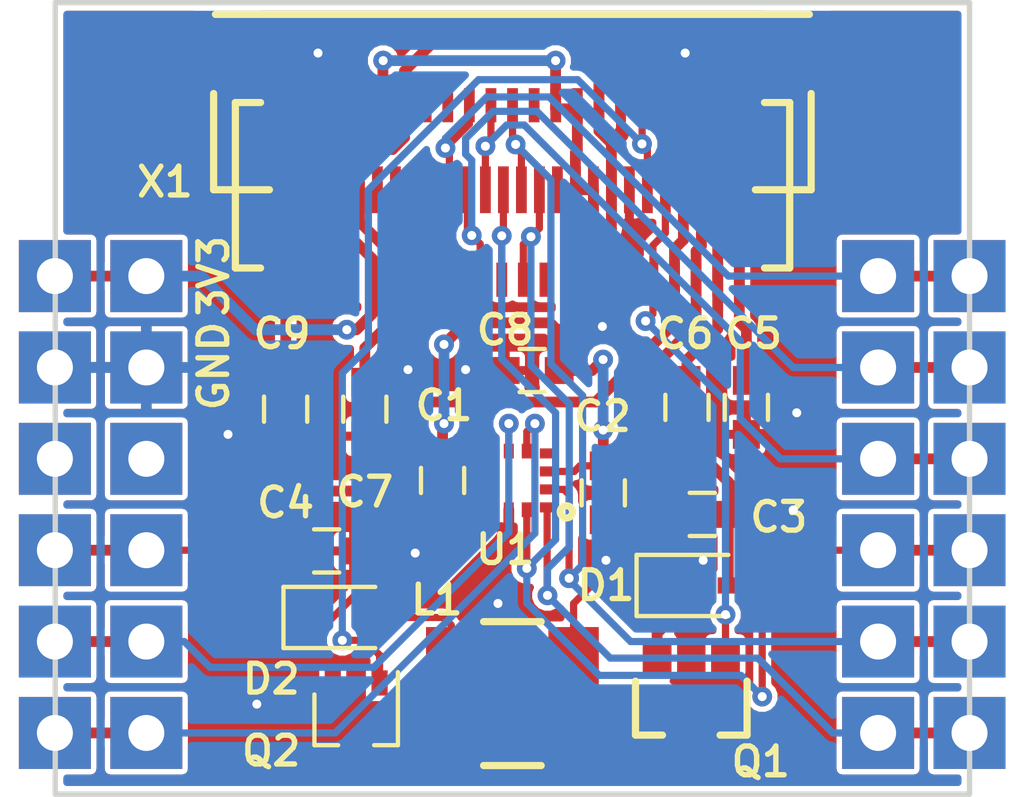
<source format=kicad_pcb>
(kicad_pcb (version 4) (host pcbnew 4.0.5)

  (general
    (links 100)
    (no_connects 0)
    (area 106.650001 84.024999 150.983334 108.395)
    (thickness 1.6)
    (drawings 6)
    (tracks 350)
    (zones 0)
    (modules 21)
    (nets 38)
  )

  (page A4)
  (layers
    (0 F.Cu signal)
    (31 B.Cu signal hide)
    (32 B.Adhes user)
    (33 F.Adhes user)
    (34 B.Paste user)
    (35 F.Paste user)
    (36 B.SilkS user)
    (37 F.SilkS user)
    (38 B.Mask user)
    (39 F.Mask user)
    (40 Dwgs.User user)
    (41 Cmts.User user hide)
    (42 Eco1.User user)
    (43 Eco2.User user hide)
    (44 Edge.Cuts user)
    (45 Margin user)
    (46 B.CrtYd user)
    (47 F.CrtYd user)
    (48 B.Fab user)
    (49 F.Fab user hide)
  )

  (setup
    (last_trace_width 0.2)
    (user_trace_width 0.2)
    (user_trace_width 0.3)
    (trace_clearance 0.15)
    (zone_clearance 0.15)
    (zone_45_only yes)
    (trace_min 0.2)
    (segment_width 0.2)
    (edge_width 0.15)
    (via_size 0.55)
    (via_drill 0.25)
    (via_min_size 0.55)
    (via_min_drill 0.25)
    (user_via 0.55 0.25)
    (uvia_size 0.3)
    (uvia_drill 0.1)
    (uvias_allowed no)
    (uvia_min_size 0.2)
    (uvia_min_drill 0.1)
    (pcb_text_width 0.3)
    (pcb_text_size 1.5 1.5)
    (mod_edge_width 0.15)
    (mod_text_size 0.8 0.8)
    (mod_text_width 0.15)
    (pad_size 1.524 1.524)
    (pad_drill 0.762)
    (pad_to_mask_clearance 0.07)
    (aux_axis_origin 122.7 106.1)
    (grid_origin 122.7 106.1)
    (visible_elements 7FFEFFFF)
    (pcbplotparams
      (layerselection 0x010f8_80000001)
      (usegerberextensions false)
      (excludeedgelayer true)
      (linewidth 0.100000)
      (plotframeref false)
      (viasonmask false)
      (mode 1)
      (useauxorigin false)
      (hpglpennumber 1)
      (hpglpenspeed 20)
      (hpglpendiameter 15)
      (hpglpenoverlay 2)
      (psnegative false)
      (psa4output false)
      (plotreference true)
      (plotvalue false)
      (plotinvisibletext false)
      (padsonsilk false)
      (subtractmaskfromsilk false)
      (outputformat 1)
      (mirror false)
      (drillshape 0)
      (scaleselection 1)
      (outputdirectory Gerbers/))
  )

  (net 0 "")
  (net 1 +3V3)
  (net 2 GND)
  (net 3 /VGL)
  (net 4 /VGH)
  (net 5 /VSL)
  (net 6 /VSH)
  (net 7 /VDD)
  (net 8 /TPCOM)
  (net 9 "Net-(D1-Pad1)")
  (net 10 "Net-(D2-Pad2)")
  (net 11 /SPI_MOSI)
  (net 12 /SPI_MISO)
  (net 13 /SPI_CLK)
  (net 14 /SPI_CS1)
  (net 15 /~RST)
  (net 16 /~BUSY)
  (net 17 "Net-(P2-Pad3)")
  (net 18 /SPI_CS2)
  (net 19 /INT2)
  (net 20 /INT1)
  (net 21 "Net-(U1-Pad4)")
  (net 22 /GDR_P)
  (net 23 /GDR_N)
  (net 24 "Net-(X1-Pad11)")
  (net 25 "Net-(X1-Pad18)")
  (net 26 "Net-(X1-Pad19)")
  (net 27 "Net-(X1-Pad20)")
  (net 28 "Net-(X1-Pad21)")
  (net 29 "Net-(X2-Pad1)")
  (net 30 "Net-(X2-Pad20)")
  (net 31 "Net-(X2-Pad21)")
  (net 32 "Net-(X2-Pad28)")
  (net 33 "Net-(X2-Pad29)")
  (net 34 "Net-(X2-Pad30)")
  (net 35 "Net-(X2-Pad31)")
  (net 36 "Net-(X2-Pad45)")
  (net 37 "Net-(P4-Pad3)")

  (net_class Default "This is the default net class."
    (clearance 0.15)
    (trace_width 0.2)
    (via_dia 0.55)
    (via_drill 0.25)
    (uvia_dia 0.3)
    (uvia_drill 0.1)
    (add_net +3V3)
    (add_net /GDR_N)
    (add_net /GDR_P)
    (add_net /INT1)
    (add_net /INT2)
    (add_net /SPI_CLK)
    (add_net /SPI_CS1)
    (add_net /SPI_CS2)
    (add_net /SPI_MISO)
    (add_net /SPI_MOSI)
    (add_net /TPCOM)
    (add_net /VDD)
    (add_net /VGH)
    (add_net /VGL)
    (add_net /VSH)
    (add_net /VSL)
    (add_net /~BUSY)
    (add_net /~RST)
    (add_net GND)
    (add_net "Net-(D1-Pad1)")
    (add_net "Net-(D2-Pad2)")
    (add_net "Net-(P2-Pad3)")
    (add_net "Net-(P4-Pad3)")
    (add_net "Net-(U1-Pad4)")
    (add_net "Net-(X1-Pad11)")
    (add_net "Net-(X1-Pad18)")
    (add_net "Net-(X1-Pad19)")
    (add_net "Net-(X1-Pad20)")
    (add_net "Net-(X1-Pad21)")
    (add_net "Net-(X2-Pad1)")
    (add_net "Net-(X2-Pad20)")
    (add_net "Net-(X2-Pad21)")
    (add_net "Net-(X2-Pad28)")
    (add_net "Net-(X2-Pad29)")
    (add_net "Net-(X2-Pad30)")
    (add_net "Net-(X2-Pad31)")
    (add_net "Net-(X2-Pad45)")
  )

  (module Paperino:XF2B-4545-31A (layer F.Cu) (tedit 58B40320) (tstamp 58A445E2)
    (at 142.004 87.05 180)
    (path /589EB664)
    (solder_mask_margin 0.07)
    (fp_text reference X2 (at -3.496 -0.35 180) (layer F.SilkS) hide
      (effects (font (size 0.8 0.8) (thickness 0.15)))
    )
    (fp_text value XF2B-4545-1A (at 26.162 -1.016 180) (layer F.Fab)
      (effects (font (size 1 1) (thickness 0.15)))
    )
    (fp_line (start 13.6 -4.425) (end 14.3 -4.425) (layer F.SilkS) (width 0.2))
    (fp_line (start 14.3 0.175) (end 14.3 -4.425) (layer F.SilkS) (width 0.2))
    (fp_line (start 13.6 0.175) (end 14.3 0.175) (layer F.SilkS) (width 0.2))
    (fp_line (start -0.4 -4.425) (end -1.1 -4.425) (layer F.SilkS) (width 0.2))
    (fp_line (start -1.1 0.175) (end -1.1 -4.425) (layer F.SilkS) (width 0.2))
    (fp_line (start -0.4 0.175) (end -1.1 0.175) (layer F.SilkS) (width 0.2))
    (pad 1 smd rect (at 0 0 180) (size 0.3 0.95) (drill (offset 0 0.1)) (layers F.Cu F.Paste F.Mask)
      (net 29 "Net-(X2-Pad1)"))
    (pad 2 smd rect (at 0.3 -4.65) (size 0.3 0.95) (drill (offset 0 0.1)) (layers F.Cu F.Paste F.Mask)
      (net 5 /VSL))
    (pad 3 smd rect (at 0.6 0 180) (size 0.3 0.95) (drill (offset 0 0.1)) (layers F.Cu F.Paste F.Mask)
      (net 5 /VSL))
    (pad 4 smd rect (at 0.9 -4.65) (size 0.3 0.95) (drill (offset 0 0.1)) (layers F.Cu F.Paste F.Mask)
      (net 6 /VSH))
    (pad 5 smd rect (at 1.2 0 180) (size 0.3 0.95) (drill (offset 0 0.1)) (layers F.Cu F.Paste F.Mask)
      (net 6 /VSH))
    (pad 6 smd rect (at 1.5 -4.65) (size 0.3 0.95) (drill (offset 0 0.1)) (layers F.Cu F.Paste F.Mask)
      (net 3 /VGL))
    (pad 7 smd rect (at 1.8 0 180) (size 0.3 0.95) (drill (offset 0 0.1)) (layers F.Cu F.Paste F.Mask)
      (net 3 /VGL))
    (pad 8 smd rect (at 2.1 -4.65) (size 0.3 0.95) (drill (offset 0 0.1)) (layers F.Cu F.Paste F.Mask)
      (net 4 /VGH))
    (pad 9 smd rect (at 2.4 0 180) (size 0.3 0.95) (drill (offset 0 0.1)) (layers F.Cu F.Paste F.Mask)
      (net 4 /VGH))
    (pad 10 smd rect (at 2.7 -4.65) (size 0.3 0.95) (drill (offset 0 0.1)) (layers F.Cu F.Paste F.Mask)
      (net 22 /GDR_P))
    (pad 11 smd rect (at 3 0 180) (size 0.3 0.95) (drill (offset 0 0.1)) (layers F.Cu F.Paste F.Mask)
      (net 23 /GDR_N))
    (pad 12 smd rect (at 3.3 -4.65) (size 0.3 0.95) (drill (offset 0 0.1)) (layers F.Cu F.Paste F.Mask)
      (net 2 GND))
    (pad 13 smd rect (at 3.6 0 180) (size 0.3 0.95) (drill (offset 0 0.1)) (layers F.Cu F.Paste F.Mask)
      (net 2 GND))
    (pad 14 smd rect (at 3.9 -4.65) (size 0.3 0.95) (drill (offset 0 0.1)) (layers F.Cu F.Paste F.Mask)
      (net 7 /VDD))
    (pad 15 smd rect (at 4.2 0 180) (size 0.3 0.95) (drill (offset 0 0.1)) (layers F.Cu F.Paste F.Mask)
      (net 7 /VDD))
    (pad 16 smd rect (at 4.5 -4.65) (size 0.3 0.95) (drill (offset 0 0.1)) (layers F.Cu F.Paste F.Mask)
      (net 1 +3V3))
    (pad 17 smd rect (at 4.8 0 180) (size 0.3 0.95) (drill (offset 0 0.1)) (layers F.Cu F.Paste F.Mask)
      (net 1 +3V3))
    (pad 18 smd rect (at 5.1 -4.65) (size 0.3 0.95) (drill (offset 0 0.1)) (layers F.Cu F.Paste F.Mask)
      (net 1 +3V3))
    (pad 19 smd rect (at 5.4 0 180) (size 0.3 0.95) (drill (offset 0 0.1)) (layers F.Cu F.Paste F.Mask)
      (net 1 +3V3))
    (pad 20 smd rect (at 5.7 -4.65) (size 0.3 0.95) (drill (offset 0 0.1)) (layers F.Cu F.Paste F.Mask)
      (net 30 "Net-(X2-Pad20)"))
    (pad 21 smd rect (at 6 0 180) (size 0.3 0.95) (drill (offset 0 0.1)) (layers F.Cu F.Paste F.Mask)
      (net 31 "Net-(X2-Pad21)"))
    (pad 22 smd rect (at 6.3 -4.65) (size 0.3 0.95) (drill (offset 0 0.1)) (layers F.Cu F.Paste F.Mask)
      (net 12 /SPI_MISO))
    (pad 23 smd rect (at 6.6 0 180) (size 0.3 0.95) (drill (offset 0 0.1)) (layers F.Cu F.Paste F.Mask)
      (net 11 /SPI_MOSI))
    (pad 24 smd rect (at 6.9 -4.65) (size 0.3 0.95) (drill (offset 0 0.1)) (layers F.Cu F.Paste F.Mask)
      (net 13 /SPI_CLK))
    (pad 25 smd rect (at 7.2 0 180) (size 0.3 0.95) (drill (offset 0 0.1)) (layers F.Cu F.Paste F.Mask)
      (net 14 /SPI_CS1))
    (pad 26 smd rect (at 7.5 -4.65) (size 0.3 0.95) (drill (offset 0 0.1)) (layers F.Cu F.Paste F.Mask)
      (net 15 /~RST))
    (pad 27 smd rect (at 7.8 0 180) (size 0.3 0.95) (drill (offset 0 0.1)) (layers F.Cu F.Paste F.Mask)
      (net 16 /~BUSY))
    (pad 28 smd rect (at 8.1 -4.65) (size 0.3 0.95) (drill (offset 0 0.1)) (layers F.Cu F.Paste F.Mask)
      (net 32 "Net-(X2-Pad28)"))
    (pad 29 smd rect (at 8.4 0 180) (size 0.3 0.95) (drill (offset 0 0.1)) (layers F.Cu F.Paste F.Mask)
      (net 33 "Net-(X2-Pad29)"))
    (pad 30 smd rect (at 8.7 -4.65) (size 0.3 0.95) (drill (offset 0 0.1)) (layers F.Cu F.Paste F.Mask)
      (net 34 "Net-(X2-Pad30)"))
    (pad 31 smd rect (at 9 0 180) (size 0.3 0.95) (drill (offset 0 0.1)) (layers F.Cu F.Paste F.Mask)
      (net 35 "Net-(X2-Pad31)"))
    (pad 32 smd rect (at 9.3 -4.65) (size 0.3 0.95) (drill (offset 0 0.1)) (layers F.Cu F.Paste F.Mask)
      (net 7 /VDD))
    (pad 33 smd rect (at 9.6 0 180) (size 0.3 0.95) (drill (offset 0 0.1)) (layers F.Cu F.Paste F.Mask)
      (net 7 /VDD))
    (pad 34 smd rect (at 9.9 -4.65) (size 0.3 0.95) (drill (offset 0 0.1)) (layers F.Cu F.Paste F.Mask)
      (net 7 /VDD))
    (pad 35 smd rect (at 10.2 0 180) (size 0.3 0.95) (drill (offset 0 0.1)) (layers F.Cu F.Paste F.Mask)
      (net 1 +3V3))
    (pad 36 smd rect (at 10.5 -4.65) (size 0.3 0.95) (drill (offset 0 0.1)) (layers F.Cu F.Paste F.Mask)
      (net 1 +3V3))
    (pad 37 smd rect (at 10.8 0 180) (size 0.3 0.95) (drill (offset 0 0.1)) (layers F.Cu F.Paste F.Mask)
      (net 1 +3V3))
    (pad 38 smd rect (at 11.1 -4.65) (size 0.3 0.95) (drill (offset 0 0.1)) (layers F.Cu F.Paste F.Mask)
      (net 2 GND))
    (pad 39 smd rect (at 11.4 0 180) (size 0.3 0.95) (drill (offset 0 0.1)) (layers F.Cu F.Paste F.Mask)
      (net 2 GND))
    (pad 40 smd rect (at 11.7 -4.65) (size 0.3 0.95) (drill (offset 0 0.1)) (layers F.Cu F.Paste F.Mask)
      (net 2 GND))
    (pad 41 smd rect (at 12 0 180) (size 0.3 0.95) (drill (offset 0 0.1)) (layers F.Cu F.Paste F.Mask)
      (net 2 GND))
    (pad 42 smd rect (at 12.3 -4.65) (size 0.3 0.95) (drill (offset 0 0.1)) (layers F.Cu F.Paste F.Mask)
      (net 8 /TPCOM))
    (pad 43 smd rect (at 12.6 0 180) (size 0.3 0.95) (drill (offset 0 0.1)) (layers F.Cu F.Paste F.Mask)
      (net 8 /TPCOM))
    (pad 44 smd rect (at 12.9 -4.65) (size 0.3 0.95) (drill (offset 0 0.1)) (layers F.Cu F.Paste F.Mask)
      (net 8 /TPCOM))
    (pad 45 smd rect (at 13.2 0 180) (size 0.3 0.95) (drill (offset 0 0.1)) (layers F.Cu F.Paste F.Mask)
      (net 36 "Net-(X2-Pad45)"))
  )

  (module Capacitors_SMD:C_0603 (layer F.Cu) (tedit 58B40A45) (tstamp 58A44488)
    (at 133.46 97.38 270)
    (descr "Capacitor SMD 0603, reflow soldering, AVX (see smccp.pdf)")
    (tags "capacitor 0603")
    (path /589E042C)
    (attr smd)
    (fp_text reference C1 (at -2.08 -0.04 360) (layer F.SilkS)
      (effects (font (size 0.8 0.8) (thickness 0.15)))
    )
    (fp_text value 100n (at 0 1.9 270) (layer F.Fab)
      (effects (font (size 1 1) (thickness 0.15)))
    )
    (fp_line (start -0.8 0.4) (end -0.8 -0.4) (layer F.Fab) (width 0.1))
    (fp_line (start 0.8 0.4) (end -0.8 0.4) (layer F.Fab) (width 0.1))
    (fp_line (start 0.8 -0.4) (end 0.8 0.4) (layer F.Fab) (width 0.1))
    (fp_line (start -0.8 -0.4) (end 0.8 -0.4) (layer F.Fab) (width 0.1))
    (fp_line (start -1.45 -0.75) (end 1.45 -0.75) (layer F.CrtYd) (width 0.05))
    (fp_line (start -1.45 0.75) (end 1.45 0.75) (layer F.CrtYd) (width 0.05))
    (fp_line (start -1.45 -0.75) (end -1.45 0.75) (layer F.CrtYd) (width 0.05))
    (fp_line (start 1.45 -0.75) (end 1.45 0.75) (layer F.CrtYd) (width 0.05))
    (fp_line (start -0.35 -0.6) (end 0.35 -0.6) (layer F.SilkS) (width 0.12))
    (fp_line (start 0.35 0.6) (end -0.35 0.6) (layer F.SilkS) (width 0.12))
    (pad 1 smd rect (at -0.75 0 270) (size 0.8 0.75) (layers F.Cu F.Paste F.Mask)
      (net 1 +3V3))
    (pad 2 smd rect (at 0.75 0 270) (size 0.8 0.75) (layers F.Cu F.Paste F.Mask)
      (net 2 GND))
    (model Capacitors_SMD.3dshapes/C_0603.wrl
      (at (xyz 0 0 0))
      (scale (xyz 1 1 1))
      (rotate (xyz 0 0 0))
    )
  )

  (module Capacitors_SMD:C_0603 (layer F.Cu) (tedit 58B40A54) (tstamp 58A44498)
    (at 137.925 97.725 90)
    (descr "Capacitor SMD 0603, reflow soldering, AVX (see smccp.pdf)")
    (tags "capacitor 0603")
    (path /589E02D2)
    (solder_mask_margin 0.07)
    (attr smd)
    (fp_text reference C2 (at 2.125 -0.025 180) (layer F.SilkS)
      (effects (font (size 0.8 0.8) (thickness 0.15)))
    )
    (fp_text value 100n (at 0 1.9 90) (layer F.Fab)
      (effects (font (size 1 1) (thickness 0.15)))
    )
    (fp_line (start -0.8 0.4) (end -0.8 -0.4) (layer F.Fab) (width 0.1))
    (fp_line (start 0.8 0.4) (end -0.8 0.4) (layer F.Fab) (width 0.1))
    (fp_line (start 0.8 -0.4) (end 0.8 0.4) (layer F.Fab) (width 0.1))
    (fp_line (start -0.8 -0.4) (end 0.8 -0.4) (layer F.Fab) (width 0.1))
    (fp_line (start -1.45 -0.75) (end 1.45 -0.75) (layer F.CrtYd) (width 0.05))
    (fp_line (start -1.45 0.75) (end 1.45 0.75) (layer F.CrtYd) (width 0.05))
    (fp_line (start -1.45 -0.75) (end -1.45 0.75) (layer F.CrtYd) (width 0.05))
    (fp_line (start 1.45 -0.75) (end 1.45 0.75) (layer F.CrtYd) (width 0.05))
    (fp_line (start -0.35 -0.6) (end 0.35 -0.6) (layer F.SilkS) (width 0.12))
    (fp_line (start 0.35 0.6) (end -0.35 0.6) (layer F.SilkS) (width 0.12))
    (pad 1 smd rect (at -0.75 0 90) (size 0.8 0.75) (layers F.Cu F.Paste F.Mask)
      (net 2 GND))
    (pad 2 smd rect (at 0.75 0 90) (size 0.8 0.75) (layers F.Cu F.Paste F.Mask)
      (net 1 +3V3))
    (model Capacitors_SMD.3dshapes/C_0603.wrl
      (at (xyz 0 0 0))
      (scale (xyz 1 1 1))
      (rotate (xyz 0 0 0))
    )
  )

  (module Capacitors_SMD:C_0603 (layer F.Cu) (tedit 58B424F4) (tstamp 58A444A8)
    (at 140.675 98.325 180)
    (descr "Capacitor SMD 0603, reflow soldering, AVX (see smccp.pdf)")
    (tags "capacitor 0603")
    (path /589D9303)
    (attr smd)
    (fp_text reference C3 (at -2.125 -0.075 180) (layer F.SilkS)
      (effects (font (size 0.8 0.8) (thickness 0.15)))
    )
    (fp_text value 2µ2 (at 0 1.9 180) (layer F.Fab)
      (effects (font (size 1 1) (thickness 0.15)))
    )
    (fp_line (start -0.8 0.4) (end -0.8 -0.4) (layer F.Fab) (width 0.1))
    (fp_line (start 0.8 0.4) (end -0.8 0.4) (layer F.Fab) (width 0.1))
    (fp_line (start 0.8 -0.4) (end 0.8 0.4) (layer F.Fab) (width 0.1))
    (fp_line (start -0.8 -0.4) (end 0.8 -0.4) (layer F.Fab) (width 0.1))
    (fp_line (start -1.45 -0.75) (end 1.45 -0.75) (layer F.CrtYd) (width 0.05))
    (fp_line (start -1.45 0.75) (end 1.45 0.75) (layer F.CrtYd) (width 0.05))
    (fp_line (start -1.45 -0.75) (end -1.45 0.75) (layer F.CrtYd) (width 0.05))
    (fp_line (start 1.45 -0.75) (end 1.45 0.75) (layer F.CrtYd) (width 0.05))
    (fp_line (start -0.35 -0.6) (end 0.35 -0.6) (layer F.SilkS) (width 0.12))
    (fp_line (start 0.35 0.6) (end -0.35 0.6) (layer F.SilkS) (width 0.12))
    (pad 1 smd rect (at -0.75 0 180) (size 0.8 0.75) (layers F.Cu F.Paste F.Mask)
      (net 3 /VGL))
    (pad 2 smd rect (at 0.75 0 180) (size 0.8 0.75) (layers F.Cu F.Paste F.Mask)
      (net 2 GND))
    (model Capacitors_SMD.3dshapes/C_0603.wrl
      (at (xyz 0 0 0))
      (scale (xyz 1 1 1))
      (rotate (xyz 0 0 0))
    )
  )

  (module Capacitors_SMD:C_0603 (layer F.Cu) (tedit 58B40AA1) (tstamp 58A444B8)
    (at 130.24 99.34 180)
    (descr "Capacitor SMD 0603, reflow soldering, AVX (see smccp.pdf)")
    (tags "capacitor 0603")
    (path /589DA3B4)
    (solder_mask_margin 0.07)
    (attr smd)
    (fp_text reference C4 (at 1.14 1.34 180) (layer F.SilkS)
      (effects (font (size 0.8 0.8) (thickness 0.15)))
    )
    (fp_text value 2µ2 (at 0 1.9 180) (layer F.Fab)
      (effects (font (size 1 1) (thickness 0.15)))
    )
    (fp_line (start -0.8 0.4) (end -0.8 -0.4) (layer F.Fab) (width 0.1))
    (fp_line (start 0.8 0.4) (end -0.8 0.4) (layer F.Fab) (width 0.1))
    (fp_line (start 0.8 -0.4) (end 0.8 0.4) (layer F.Fab) (width 0.1))
    (fp_line (start -0.8 -0.4) (end 0.8 -0.4) (layer F.Fab) (width 0.1))
    (fp_line (start -1.45 -0.75) (end 1.45 -0.75) (layer F.CrtYd) (width 0.05))
    (fp_line (start -1.45 0.75) (end 1.45 0.75) (layer F.CrtYd) (width 0.05))
    (fp_line (start -1.45 -0.75) (end -1.45 0.75) (layer F.CrtYd) (width 0.05))
    (fp_line (start 1.45 -0.75) (end 1.45 0.75) (layer F.CrtYd) (width 0.05))
    (fp_line (start -0.35 -0.6) (end 0.35 -0.6) (layer F.SilkS) (width 0.12))
    (fp_line (start 0.35 0.6) (end -0.35 0.6) (layer F.SilkS) (width 0.12))
    (pad 1 smd rect (at -0.75 0 180) (size 0.8 0.75) (layers F.Cu F.Paste F.Mask)
      (net 2 GND))
    (pad 2 smd rect (at 0.75 0 180) (size 0.8 0.75) (layers F.Cu F.Paste F.Mask)
      (net 4 /VGH))
    (model Capacitors_SMD.3dshapes/C_0603.wrl
      (at (xyz 0 0 0))
      (scale (xyz 1 1 1))
      (rotate (xyz 0 0 0))
    )
  )

  (module Capacitors_SMD:C_0603 (layer F.Cu) (tedit 58B40A7C) (tstamp 58A444C8)
    (at 141.9 95.35 270)
    (descr "Capacitor SMD 0603, reflow soldering, AVX (see smccp.pdf)")
    (tags "capacitor 0603")
    (path /589D9410)
    (attr smd)
    (fp_text reference C5 (at -2.05 -0.2 360) (layer F.SilkS)
      (effects (font (size 0.8 0.8) (thickness 0.15)))
    )
    (fp_text value 1µ (at 0 1.9 270) (layer F.Fab)
      (effects (font (size 1 1) (thickness 0.15)))
    )
    (fp_line (start -0.8 0.4) (end -0.8 -0.4) (layer F.Fab) (width 0.1))
    (fp_line (start 0.8 0.4) (end -0.8 0.4) (layer F.Fab) (width 0.1))
    (fp_line (start 0.8 -0.4) (end 0.8 0.4) (layer F.Fab) (width 0.1))
    (fp_line (start -0.8 -0.4) (end 0.8 -0.4) (layer F.Fab) (width 0.1))
    (fp_line (start -1.45 -0.75) (end 1.45 -0.75) (layer F.CrtYd) (width 0.05))
    (fp_line (start -1.45 0.75) (end 1.45 0.75) (layer F.CrtYd) (width 0.05))
    (fp_line (start -1.45 -0.75) (end -1.45 0.75) (layer F.CrtYd) (width 0.05))
    (fp_line (start 1.45 -0.75) (end 1.45 0.75) (layer F.CrtYd) (width 0.05))
    (fp_line (start -0.35 -0.6) (end 0.35 -0.6) (layer F.SilkS) (width 0.12))
    (fp_line (start 0.35 0.6) (end -0.35 0.6) (layer F.SilkS) (width 0.12))
    (pad 1 smd rect (at -0.75 0 270) (size 0.8 0.75) (layers F.Cu F.Paste F.Mask)
      (net 5 /VSL))
    (pad 2 smd rect (at 0.75 0 270) (size 0.8 0.75) (layers F.Cu F.Paste F.Mask)
      (net 2 GND))
    (model Capacitors_SMD.3dshapes/C_0603.wrl
      (at (xyz 0 0 0))
      (scale (xyz 1 1 1))
      (rotate (xyz 0 0 0))
    )
  )

  (module Capacitors_SMD:C_0603 (layer F.Cu) (tedit 58B40A74) (tstamp 58A444D8)
    (at 140.25 95.35 270)
    (descr "Capacitor SMD 0603, reflow soldering, AVX (see smccp.pdf)")
    (tags "capacitor 0603")
    (path /589D9CAA)
    (solder_mask_margin 0.07)
    (attr smd)
    (fp_text reference C6 (at -2.05 0.05 360) (layer F.SilkS)
      (effects (font (size 0.8 0.8) (thickness 0.15)))
    )
    (fp_text value 1µ (at 0 1.9 270) (layer F.Fab)
      (effects (font (size 1 1) (thickness 0.15)))
    )
    (fp_line (start -0.8 0.4) (end -0.8 -0.4) (layer F.Fab) (width 0.1))
    (fp_line (start 0.8 0.4) (end -0.8 0.4) (layer F.Fab) (width 0.1))
    (fp_line (start 0.8 -0.4) (end 0.8 0.4) (layer F.Fab) (width 0.1))
    (fp_line (start -0.8 -0.4) (end 0.8 -0.4) (layer F.Fab) (width 0.1))
    (fp_line (start -1.45 -0.75) (end 1.45 -0.75) (layer F.CrtYd) (width 0.05))
    (fp_line (start -1.45 0.75) (end 1.45 0.75) (layer F.CrtYd) (width 0.05))
    (fp_line (start -1.45 -0.75) (end -1.45 0.75) (layer F.CrtYd) (width 0.05))
    (fp_line (start 1.45 -0.75) (end 1.45 0.75) (layer F.CrtYd) (width 0.05))
    (fp_line (start -0.35 -0.6) (end 0.35 -0.6) (layer F.SilkS) (width 0.12))
    (fp_line (start 0.35 0.6) (end -0.35 0.6) (layer F.SilkS) (width 0.12))
    (pad 1 smd rect (at -0.75 0 270) (size 0.8 0.75) (layers F.Cu F.Paste F.Mask)
      (net 6 /VSH))
    (pad 2 smd rect (at 0.75 0 270) (size 0.8 0.75) (layers F.Cu F.Paste F.Mask)
      (net 2 GND))
    (model Capacitors_SMD.3dshapes/C_0603.wrl
      (at (xyz 0 0 0))
      (scale (xyz 1 1 1))
      (rotate (xyz 0 0 0))
    )
  )

  (module Capacitors_SMD:C_0603 (layer F.Cu) (tedit 58B4036A) (tstamp 58A444E8)
    (at 131.3 95.4 270)
    (descr "Capacitor SMD 0603, reflow soldering, AVX (see smccp.pdf)")
    (tags "capacitor 0603")
    (path /589D9DFE)
    (attr smd)
    (fp_text reference C7 (at 2.3 0 540) (layer F.SilkS)
      (effects (font (size 0.8 0.8) (thickness 0.15)))
    )
    (fp_text value 1µ (at 0 1.9 270) (layer F.Fab)
      (effects (font (size 1 1) (thickness 0.15)))
    )
    (fp_line (start -0.8 0.4) (end -0.8 -0.4) (layer F.Fab) (width 0.1))
    (fp_line (start 0.8 0.4) (end -0.8 0.4) (layer F.Fab) (width 0.1))
    (fp_line (start 0.8 -0.4) (end 0.8 0.4) (layer F.Fab) (width 0.1))
    (fp_line (start -0.8 -0.4) (end 0.8 -0.4) (layer F.Fab) (width 0.1))
    (fp_line (start -1.45 -0.75) (end 1.45 -0.75) (layer F.CrtYd) (width 0.05))
    (fp_line (start -1.45 0.75) (end 1.45 0.75) (layer F.CrtYd) (width 0.05))
    (fp_line (start -1.45 -0.75) (end -1.45 0.75) (layer F.CrtYd) (width 0.05))
    (fp_line (start 1.45 -0.75) (end 1.45 0.75) (layer F.CrtYd) (width 0.05))
    (fp_line (start -0.35 -0.6) (end 0.35 -0.6) (layer F.SilkS) (width 0.12))
    (fp_line (start 0.35 0.6) (end -0.35 0.6) (layer F.SilkS) (width 0.12))
    (pad 1 smd rect (at -0.75 0 270) (size 0.8 0.75) (layers F.Cu F.Paste F.Mask)
      (net 7 /VDD))
    (pad 2 smd rect (at 0.75 0 270) (size 0.8 0.75) (layers F.Cu F.Paste F.Mask)
      (net 2 GND))
    (model Capacitors_SMD.3dshapes/C_0603.wrl
      (at (xyz 0 0 0))
      (scale (xyz 1 1 1))
      (rotate (xyz 0 0 0))
    )
  )

  (module Capacitors_SMD:C_0603 (layer F.Cu) (tedit 58B42438) (tstamp 58A444F8)
    (at 135.95 94.325 180)
    (descr "Capacitor SMD 0603, reflow soldering, AVX (see smccp.pdf)")
    (tags "capacitor 0603")
    (path /589D9F16)
    (solder_mask_margin 0.07)
    (attr smd)
    (fp_text reference C8 (at 0.75 1.125 180) (layer F.SilkS)
      (effects (font (size 0.8 0.8) (thickness 0.15)))
    )
    (fp_text value 1µ (at 0 1.9 180) (layer F.Fab)
      (effects (font (size 1 1) (thickness 0.15)))
    )
    (fp_line (start -0.8 0.4) (end -0.8 -0.4) (layer F.Fab) (width 0.1))
    (fp_line (start 0.8 0.4) (end -0.8 0.4) (layer F.Fab) (width 0.1))
    (fp_line (start 0.8 -0.4) (end 0.8 0.4) (layer F.Fab) (width 0.1))
    (fp_line (start -0.8 -0.4) (end 0.8 -0.4) (layer F.Fab) (width 0.1))
    (fp_line (start -1.45 -0.75) (end 1.45 -0.75) (layer F.CrtYd) (width 0.05))
    (fp_line (start -1.45 0.75) (end 1.45 0.75) (layer F.CrtYd) (width 0.05))
    (fp_line (start -1.45 -0.75) (end -1.45 0.75) (layer F.CrtYd) (width 0.05))
    (fp_line (start 1.45 -0.75) (end 1.45 0.75) (layer F.CrtYd) (width 0.05))
    (fp_line (start -0.35 -0.6) (end 0.35 -0.6) (layer F.SilkS) (width 0.12))
    (fp_line (start 0.35 0.6) (end -0.35 0.6) (layer F.SilkS) (width 0.12))
    (pad 1 smd rect (at -0.75 0 180) (size 0.8 0.75) (layers F.Cu F.Paste F.Mask)
      (net 1 +3V3))
    (pad 2 smd rect (at 0.75 0 180) (size 0.8 0.75) (layers F.Cu F.Paste F.Mask)
      (net 2 GND))
    (model Capacitors_SMD.3dshapes/C_0603.wrl
      (at (xyz 0 0 0))
      (scale (xyz 1 1 1))
      (rotate (xyz 0 0 0))
    )
  )

  (module Capacitors_SMD:C_0603 (layer F.Cu) (tedit 58B40A9C) (tstamp 58A44508)
    (at 129.1 95.4 270)
    (descr "Capacitor SMD 0603, reflow soldering, AVX (see smccp.pdf)")
    (tags "capacitor 0603")
    (path /589D9F41)
    (solder_mask_margin 0.07)
    (attr smd)
    (fp_text reference C9 (at -2.1 0.1 360) (layer F.SilkS)
      (effects (font (size 0.8 0.8) (thickness 0.15)))
    )
    (fp_text value 100n (at 0 1.9 270) (layer F.Fab)
      (effects (font (size 1 1) (thickness 0.15)))
    )
    (fp_line (start -0.8 0.4) (end -0.8 -0.4) (layer F.Fab) (width 0.1))
    (fp_line (start 0.8 0.4) (end -0.8 0.4) (layer F.Fab) (width 0.1))
    (fp_line (start 0.8 -0.4) (end 0.8 0.4) (layer F.Fab) (width 0.1))
    (fp_line (start -0.8 -0.4) (end 0.8 -0.4) (layer F.Fab) (width 0.1))
    (fp_line (start -1.45 -0.75) (end 1.45 -0.75) (layer F.CrtYd) (width 0.05))
    (fp_line (start -1.45 0.75) (end 1.45 0.75) (layer F.CrtYd) (width 0.05))
    (fp_line (start -1.45 -0.75) (end -1.45 0.75) (layer F.CrtYd) (width 0.05))
    (fp_line (start 1.45 -0.75) (end 1.45 0.75) (layer F.CrtYd) (width 0.05))
    (fp_line (start -0.35 -0.6) (end 0.35 -0.6) (layer F.SilkS) (width 0.12))
    (fp_line (start 0.35 0.6) (end -0.35 0.6) (layer F.SilkS) (width 0.12))
    (pad 1 smd rect (at -0.75 0 270) (size 0.8 0.75) (layers F.Cu F.Paste F.Mask)
      (net 8 /TPCOM))
    (pad 2 smd rect (at 0.75 0 270) (size 0.8 0.75) (layers F.Cu F.Paste F.Mask)
      (net 2 GND))
    (model Capacitors_SMD.3dshapes/C_0603.wrl
      (at (xyz 0 0 0))
      (scale (xyz 1 1 1))
      (rotate (xyz 0 0 0))
    )
  )

  (module Diodes_SMD:D_SOD-323 (layer F.Cu) (tedit 58B42500) (tstamp 58A4451F)
    (at 140.35 100.3)
    (descr SOD-323)
    (tags SOD-323)
    (path /589E17FC)
    (solder_mask_margin 0.07)
    (attr smd)
    (fp_text reference D1 (at -2.35 0) (layer F.SilkS)
      (effects (font (size 0.8 0.8) (thickness 0.15)))
    )
    (fp_text value 30V (at 0.1 1.9) (layer F.Fab)
      (effects (font (size 1 1) (thickness 0.15)))
    )
    (fp_line (start -1.5 -0.85) (end -1.5 0.85) (layer F.SilkS) (width 0.12))
    (fp_line (start 0.2 0) (end 0.45 0) (layer F.Fab) (width 0.1))
    (fp_line (start 0.2 0.35) (end -0.3 0) (layer F.Fab) (width 0.1))
    (fp_line (start 0.2 -0.35) (end 0.2 0.35) (layer F.Fab) (width 0.1))
    (fp_line (start -0.3 0) (end 0.2 -0.35) (layer F.Fab) (width 0.1))
    (fp_line (start -0.3 0) (end -0.5 0) (layer F.Fab) (width 0.1))
    (fp_line (start -0.3 -0.35) (end -0.3 0.35) (layer F.Fab) (width 0.1))
    (fp_line (start -0.9 0.7) (end -0.9 -0.7) (layer F.Fab) (width 0.1))
    (fp_line (start 0.9 0.7) (end -0.9 0.7) (layer F.Fab) (width 0.1))
    (fp_line (start 0.9 -0.7) (end 0.9 0.7) (layer F.Fab) (width 0.1))
    (fp_line (start -0.9 -0.7) (end 0.9 -0.7) (layer F.Fab) (width 0.1))
    (fp_line (start -1.6 -0.95) (end 1.6 -0.95) (layer F.CrtYd) (width 0.05))
    (fp_line (start 1.6 -0.95) (end 1.6 0.95) (layer F.CrtYd) (width 0.05))
    (fp_line (start -1.6 0.95) (end 1.6 0.95) (layer F.CrtYd) (width 0.05))
    (fp_line (start -1.6 -0.95) (end -1.6 0.95) (layer F.CrtYd) (width 0.05))
    (fp_line (start -1.5 0.85) (end 1.05 0.85) (layer F.SilkS) (width 0.12))
    (fp_line (start -1.5 -0.85) (end 1.05 -0.85) (layer F.SilkS) (width 0.12))
    (pad 1 smd rect (at -1.05 0) (size 0.6 0.45) (layers F.Cu F.Paste F.Mask)
      (net 9 "Net-(D1-Pad1)"))
    (pad 2 smd rect (at 1.05 0) (size 0.6 0.45) (layers F.Cu F.Paste F.Mask)
      (net 3 /VGL))
    (model Diodes_SMD.3dshapes/D_SOD-323.wrl
      (at (xyz 0 0 0))
      (scale (xyz 1 1 1))
      (rotate (xyz 0 0 180))
    )
  )

  (module Diodes_SMD:D_SOD-323 (layer F.Cu) (tedit 58B40A94) (tstamp 58A44536)
    (at 130.54 101.19)
    (descr SOD-323)
    (tags SOD-323)
    (path /589E1A21)
    (solder_mask_margin 0.07)
    (attr smd)
    (fp_text reference D2 (at -1.84 1.71) (layer F.SilkS)
      (effects (font (size 0.8 0.8) (thickness 0.15)))
    )
    (fp_text value 30V (at 0.1 1.9) (layer F.Fab)
      (effects (font (size 1 1) (thickness 0.15)))
    )
    (fp_line (start -1.5 -0.85) (end -1.5 0.85) (layer F.SilkS) (width 0.12))
    (fp_line (start 0.2 0) (end 0.45 0) (layer F.Fab) (width 0.1))
    (fp_line (start 0.2 0.35) (end -0.3 0) (layer F.Fab) (width 0.1))
    (fp_line (start 0.2 -0.35) (end 0.2 0.35) (layer F.Fab) (width 0.1))
    (fp_line (start -0.3 0) (end 0.2 -0.35) (layer F.Fab) (width 0.1))
    (fp_line (start -0.3 0) (end -0.5 0) (layer F.Fab) (width 0.1))
    (fp_line (start -0.3 -0.35) (end -0.3 0.35) (layer F.Fab) (width 0.1))
    (fp_line (start -0.9 0.7) (end -0.9 -0.7) (layer F.Fab) (width 0.1))
    (fp_line (start 0.9 0.7) (end -0.9 0.7) (layer F.Fab) (width 0.1))
    (fp_line (start 0.9 -0.7) (end 0.9 0.7) (layer F.Fab) (width 0.1))
    (fp_line (start -0.9 -0.7) (end 0.9 -0.7) (layer F.Fab) (width 0.1))
    (fp_line (start -1.6 -0.95) (end 1.6 -0.95) (layer F.CrtYd) (width 0.05))
    (fp_line (start 1.6 -0.95) (end 1.6 0.95) (layer F.CrtYd) (width 0.05))
    (fp_line (start -1.6 0.95) (end 1.6 0.95) (layer F.CrtYd) (width 0.05))
    (fp_line (start -1.6 -0.95) (end -1.6 0.95) (layer F.CrtYd) (width 0.05))
    (fp_line (start -1.5 0.85) (end 1.05 0.85) (layer F.SilkS) (width 0.12))
    (fp_line (start -1.5 -0.85) (end 1.05 -0.85) (layer F.SilkS) (width 0.12))
    (pad 1 smd rect (at -1.05 0) (size 0.6 0.45) (layers F.Cu F.Paste F.Mask)
      (net 4 /VGH))
    (pad 2 smd rect (at 1.05 0) (size 0.6 0.45) (layers F.Cu F.Paste F.Mask)
      (net 10 "Net-(D2-Pad2)"))
    (model Diodes_SMD.3dshapes/D_SOD-323.wrl
      (at (xyz 0 0 0))
      (scale (xyz 1 1 1))
      (rotate (xyz 0 0 180))
    )
  )

  (module TO_SOT_Packages_SMD:SOT-323_SC-70 (layer F.Cu) (tedit 58B40333) (tstamp 58A44571)
    (at 131.06 104.01 270)
    (descr "SOT-323, SC-70")
    (path /589DD9DD)
    (solder_mask_margin 0.07)
    (attr smd)
    (fp_text reference Q2 (at 0.89 2.36 360) (layer F.SilkS)
      (effects (font (size 0.8 0.8) (thickness 0.15)))
    )
    (fp_text value NMOS (at -0.05 2.05 270) (layer F.Fab)
      (effects (font (size 1 1) (thickness 0.15)))
    )
    (fp_line (start 0.73 0.5) (end 0.73 1.16) (layer F.SilkS) (width 0.12))
    (fp_line (start 0.73 -1.16) (end 0.73 -0.5) (layer F.SilkS) (width 0.12))
    (fp_line (start 1.7 1.3) (end -1.7 1.3) (layer F.CrtYd) (width 0.05))
    (fp_line (start 1.7 -1.3) (end 1.7 1.3) (layer F.CrtYd) (width 0.05))
    (fp_line (start -1.7 -1.3) (end 1.7 -1.3) (layer F.CrtYd) (width 0.05))
    (fp_line (start -1.7 1.3) (end -1.7 -1.3) (layer F.CrtYd) (width 0.05))
    (fp_line (start 0.73 -1.16) (end -1.3 -1.16) (layer F.SilkS) (width 0.12))
    (fp_line (start -0.68 1.16) (end 0.73 1.16) (layer F.SilkS) (width 0.12))
    (fp_line (start 0.67 -1.1) (end -0.18 -1.1) (layer F.Fab) (width 0.1))
    (fp_line (start -0.68 -0.6) (end -0.68 1.1) (layer F.Fab) (width 0.1))
    (fp_line (start 0.67 -1.1) (end 0.67 1.1) (layer F.Fab) (width 0.1))
    (fp_line (start 0.67 1.1) (end -0.68 1.1) (layer F.Fab) (width 0.1))
    (fp_line (start -0.18 -1.1) (end -0.68 -0.6) (layer F.Fab) (width 0.1))
    (pad 1 smd rect (at -1 -0.65 180) (size 0.45 0.7) (layers F.Cu F.Paste F.Mask)
      (net 23 /GDR_N))
    (pad 2 smd rect (at -1 0.65 180) (size 0.45 0.7) (layers F.Cu F.Paste F.Mask)
      (net 2 GND))
    (pad 3 smd rect (at 1 0 180) (size 0.45 0.7) (layers F.Cu F.Paste F.Mask)
      (net 10 "Net-(D2-Pad2)"))
    (model TO_SOT_Packages_SMD.3dshapes/SC-70.wrl
      (at (xyz 0 0 0))
      (scale (xyz 1 1 1))
      (rotate (xyz 0 0 90))
    )
  )

  (module Paperino:XF2M-2615-1A locked (layer F.Cu) (tedit 58A6E950) (tstamp 58A445AB)
    (at 135.4 89.3 180)
    (path /589D8868)
    (solder_mask_margin 0.07)
    (fp_text reference X1 (at 9.652 0.218 180) (layer F.SilkS)
      (effects (font (size 0.8 0.8) (thickness 0.15)))
    )
    (fp_text value XF2M-2615-1A (at 21.4 -0.7 180) (layer F.Fab)
      (effects (font (size 1.2 1.2) (thickness 0.15)))
    )
    (fp_line (start -8.25 4.875) (end 8.25 4.875) (layer F.SilkS) (width 0.2))
    (fp_line (start 8.3 0) (end 8.3 2.675) (layer F.SilkS) (width 0.2))
    (fp_line (start 6.75 0) (end 8.3 0) (layer F.SilkS) (width 0.2))
    (fp_line (start -8.3 0) (end -8.3 2.675) (layer F.SilkS) (width 0.2))
    (fp_line (start -6.75 0) (end -8.3 0) (layer F.SilkS) (width 0.2))
    (pad 1 smd rect (at -6.25 0 180) (size 0.3 1.3) (layers F.Cu F.Paste F.Mask)
      (net 5 /VSL))
    (pad 2 smd rect (at -5.75 0 180) (size 0.3 1.3) (layers F.Cu F.Paste F.Mask)
      (net 6 /VSH))
    (pad 3 smd rect (at -5.25 0 180) (size 0.3 1.3) (layers F.Cu F.Paste F.Mask)
      (net 3 /VGL))
    (pad 4 smd rect (at -4.75 0 180) (size 0.3 1.3) (layers F.Cu F.Paste F.Mask)
      (net 4 /VGH))
    (pad 5 smd rect (at -4.25 0 180) (size 0.3 1.3) (layers F.Cu F.Paste F.Mask)
      (net 22 /GDR_P))
    (pad 6 smd rect (at -3.75 0 180) (size 0.3 1.3) (layers F.Cu F.Paste F.Mask)
      (net 23 /GDR_N))
    (pad 7 smd rect (at -3.25 0 180) (size 0.3 1.3) (layers F.Cu F.Paste F.Mask)
      (net 2 GND))
    (pad 8 smd rect (at -2.75 0 180) (size 0.3 1.3) (layers F.Cu F.Paste F.Mask)
      (net 7 /VDD))
    (pad 9 smd rect (at -2.25 0 180) (size 0.3 1.3) (layers F.Cu F.Paste F.Mask)
      (net 1 +3V3))
    (pad 10 smd rect (at -1.75 0 180) (size 0.3 1.3) (layers F.Cu F.Paste F.Mask)
      (net 1 +3V3))
    (pad 11 smd rect (at -1.25 0 180) (size 0.3 1.3) (layers F.Cu F.Paste F.Mask)
      (net 24 "Net-(X1-Pad11)"))
    (pad 12 smd rect (at -0.75 0 180) (size 0.3 1.3) (layers F.Cu F.Paste F.Mask)
      (net 12 /SPI_MISO))
    (pad 13 smd rect (at -0.25 0 180) (size 0.3 1.3) (layers F.Cu F.Paste F.Mask)
      (net 11 /SPI_MOSI))
    (pad 14 smd rect (at 0.25 0 180) (size 0.3 1.3) (layers F.Cu F.Paste F.Mask)
      (net 13 /SPI_CLK))
    (pad 15 smd rect (at 0.75 0 180) (size 0.3 1.3) (layers F.Cu F.Paste F.Mask)
      (net 14 /SPI_CS1))
    (pad 16 smd rect (at 1.25 0 180) (size 0.3 1.3) (layers F.Cu F.Paste F.Mask)
      (net 15 /~RST))
    (pad 17 smd rect (at 1.75 0 180) (size 0.3 1.3) (layers F.Cu F.Paste F.Mask)
      (net 16 /~BUSY))
    (pad 18 smd rect (at 2.25 0 180) (size 0.3 1.3) (layers F.Cu F.Paste F.Mask)
      (net 25 "Net-(X1-Pad18)"))
    (pad 19 smd rect (at 2.75 0 180) (size 0.3 1.3) (layers F.Cu F.Paste F.Mask)
      (net 26 "Net-(X1-Pad19)"))
    (pad 20 smd rect (at 3.25 0 180) (size 0.3 1.3) (layers F.Cu F.Paste F.Mask)
      (net 27 "Net-(X1-Pad20)"))
    (pad 21 smd rect (at 3.75 0 180) (size 0.3 1.3) (layers F.Cu F.Paste F.Mask)
      (net 28 "Net-(X1-Pad21)"))
    (pad 22 smd rect (at 4.25 0 180) (size 0.3 1.3) (layers F.Cu F.Paste F.Mask)
      (net 7 /VDD))
    (pad 23 smd rect (at 4.75 0 180) (size 0.3 1.3) (layers F.Cu F.Paste F.Mask)
      (net 1 +3V3))
    (pad 24 smd rect (at 5.25 0 180) (size 0.3 1.3) (layers F.Cu F.Paste F.Mask)
      (net 2 GND))
    (pad 25 smd rect (at 5.75 0 180) (size 0.3 1.3) (layers F.Cu F.Paste F.Mask)
      (net 2 GND))
    (pad 26 smd rect (at 6.25 0 180) (size 0.3 1.3) (layers F.Cu F.Paste F.Mask)
      (net 8 /TPCOM))
    (pad 0 smd rect (at -7.9 3.9 180) (size 1.7 1.5) (layers F.Cu F.Paste F.Mask))
    (pad 0 smd rect (at 7.9 3.9 180) (size 1.7 1.5) (layers F.Cu F.Paste F.Mask))
  )

  (module Paperino:LGA-12-2x2x0.95 (layer F.Cu) (tedit 58B4243F) (tstamp 58A44586)
    (at 135.55 97.38 180)
    (path /589DFD89)
    (solder_mask_margin 0.07)
    (fp_text reference U1 (at 0.35 -1.92 180) (layer F.SilkS)
      (effects (font (size 0.8 0.8) (thickness 0.15)))
    )
    (fp_text value BMA250E (at 0.175 2.25 180) (layer F.Fab)
      (effects (font (size 1 1) (thickness 0.15)))
    )
    (fp_line (start -1.25 -1.25) (end 1.25 -1.25) (layer F.CrtYd) (width 0.05))
    (fp_line (start 1.25 -1.25) (end 1.25 1.25) (layer F.CrtYd) (width 0.05))
    (fp_line (start 1.25 1.25) (end -1.25 1.25) (layer F.CrtYd) (width 0.05))
    (fp_line (start -1.25 1.25) (end -1.25 -1.25) (layer F.CrtYd) (width 0.05))
    (fp_circle (center -1.35 -0.875) (end -1.3 -0.925) (layer F.SilkS) (width 0.2))
    (pad 6 smd rect (at 0.25 0.815 270) (size 0.41 0.28) (layers F.Cu F.Paste F.Mask)
      (net 19 /INT2))
    (pad 1 smd rect (at -0.815 -0.75 180) (size 0.41 0.28) (layers F.Cu F.Paste F.Mask)
      (net 12 /SPI_MISO))
    (pad 2 smd rect (at -0.815 -0.25 180) (size 0.41 0.28) (layers F.Cu F.Paste F.Mask)
      (net 11 /SPI_MOSI))
    (pad 3 smd rect (at -0.815 0.25 180) (size 0.41 0.28) (layers F.Cu F.Paste F.Mask)
      (net 1 +3V3))
    (pad 4 smd rect (at -0.815 0.75 180) (size 0.41 0.28) (layers F.Cu F.Paste F.Mask)
      (net 21 "Net-(U1-Pad4)"))
    (pad 7 smd rect (at 0.815 0.75 180) (size 0.41 0.28) (layers F.Cu F.Paste F.Mask)
      (net 1 +3V3))
    (pad 8 smd rect (at 0.815 0.25 180) (size 0.41 0.28) (layers F.Cu F.Paste F.Mask)
      (net 2 GND))
    (pad 9 smd rect (at 0.815 -0.25 180) (size 0.41 0.28) (layers F.Cu F.Paste F.Mask)
      (net 2 GND))
    (pad 10 smd rect (at 0.815 -0.75 180) (size 0.41 0.28) (layers F.Cu F.Paste F.Mask)
      (net 18 /SPI_CS2))
    (pad 5 smd rect (at -0.25 0.815 270) (size 0.41 0.28) (layers F.Cu F.Paste F.Mask)
      (net 20 /INT1))
    (pad 11 smd rect (at 0.25 -0.815 270) (size 0.41 0.28) (layers F.Cu F.Paste F.Mask)
      (net 2 GND))
    (pad 12 smd rect (at -0.25 -0.815 270) (size 0.41 0.28) (layers F.Cu F.Paste F.Mask)
      (net 13 /SPI_CLK))
  )

  (module Paperino:NR4018T470M (layer F.Cu) (tedit 58B42441) (tstamp 58A4453E)
    (at 135.4 103.306 180)
    (path /589DD1F6)
    (solder_mask_margin 0.07)
    (fp_text reference L1 (at 2.1 2.606 180) (layer F.SilkS)
      (effects (font (size 0.8 0.8) (thickness 0.15)))
    )
    (fp_text value 47µ (at 0 3.4 180) (layer F.Fab)
      (effects (font (size 1 1) (thickness 0.15)))
    )
    (fp_line (start -2.9 2.35) (end -2.9 -2.35) (layer F.CrtYd) (width 0.05))
    (fp_line (start 2.9 2.35) (end 2.9 -2.35) (layer F.CrtYd) (width 0.05))
    (fp_line (start -2.9 -2.35) (end 2.9 -2.35) (layer F.CrtYd) (width 0.05))
    (fp_line (start -2.9 2.35) (end 2.9 2.35) (layer F.CrtYd) (width 0.05))
    (fp_line (start -0.8 2) (end 0.8 2) (layer F.SilkS) (width 0.2))
    (fp_line (start -0.8 -2) (end 0.8 -2) (layer F.SilkS) (width 0.2))
    (pad 1 smd rect (at -1.7 0 180) (size 1.4 3.7) (layers F.Cu F.Paste F.Mask)
      (net 9 "Net-(D1-Pad1)"))
    (pad 2 smd rect (at 1.7 0 180) (size 1.4 3.7) (layers F.Cu F.Paste F.Mask)
      (net 10 "Net-(D2-Pad2)"))
  )

  (module Paperino:SC-59 (layer F.Cu) (tedit 58B424ED) (tstamp 58A4455D)
    (at 140.37 103.51 270)
    (path /589DE096)
    (solder_mask_margin 0.07)
    (fp_text reference Q1 (at 1.69 -1.93 540) (layer F.SilkS)
      (effects (font (size 0.8 0.8) (thickness 0.15)))
    )
    (fp_text value PMOS (at -0.508 3.048 270) (layer F.Fab)
      (effects (font (size 1 1) (thickness 0.15)))
    )
    (fp_line (start -2.15 1.8) (end -2.15 -1.8) (layer F.CrtYd) (width 0.05))
    (fp_line (start 2.15 -1.8) (end 2.15 1.8) (layer F.CrtYd) (width 0.05))
    (fp_line (start -2.15 -1.8) (end 2.15 -1.8) (layer F.CrtYd) (width 0.05))
    (fp_line (start -2.15 1.8) (end 2.15 1.8) (layer F.CrtYd) (width 0.05))
    (fp_line (start 0.95 1.55) (end -0.55 1.55) (layer F.SilkS) (width 0.2))
    (fp_line (start 0.95 -1.55) (end -0.55 -1.55) (layer F.SilkS) (width 0.2))
    (fp_line (start 0.95 1.55) (end 0.95 0.8) (layer F.SilkS) (width 0.2))
    (fp_line (start 0.95 -0.8) (end 0.95 -1.55) (layer F.SilkS) (width 0.2))
    (pad 1 smd rect (at -1.25 -0.95 270) (size 0.9 0.8) (layers F.Cu F.Paste F.Mask)
      (net 22 /GDR_P))
    (pad 2 smd rect (at -1.25 0.95 270) (size 0.9 0.8) (layers F.Cu F.Paste F.Mask)
      (net 1 +3V3))
    (pad 3 smd rect (at 1.25 0 270) (size 0.9 0.8) (layers F.Cu F.Paste F.Mask)
      (net 9 "Net-(D1-Pad1)"))
  )

  (module Paperino:1x6_header (layer F.Cu) (tedit 58A6E960) (tstamp 58A44552)
    (at 125.23 91.7)
    (path /589E7A45)
    (solder_mask_margin 0.07)
    (fp_text reference P2 (at 0.01 15.67) (layer F.SilkS) hide
      (effects (font (size 0.8 0.8) (thickness 0.15)))
    )
    (fp_text value CONN_01X06 (at 0 15.24) (layer F.Fab)
      (effects (font (size 1 1) (thickness 0.15)))
    )
    (fp_line (start -1.5 14.35) (end -1.5 -1.65) (layer F.CrtYd) (width 0.05))
    (fp_line (start 1.5 14.35) (end 1.5 -1.65) (layer F.CrtYd) (width 0.05))
    (fp_line (start 1.5 -1.65) (end -1.5 -1.65) (layer F.CrtYd) (width 0.05))
    (fp_line (start 1.5 14.35) (end -1.5 14.35) (layer F.CrtYd) (width 0.05))
    (pad 1 thru_hole rect (at 0 0) (size 2 2) (drill 1) (layers *.Cu *.Mask)
      (net 1 +3V3))
    (pad 2 thru_hole rect (at 0 2.54) (size 2 2) (drill 1) (layers *.Cu *.Mask)
      (net 2 GND))
    (pad 3 thru_hole rect (at 0 5.08) (size 2 2) (drill 1) (layers *.Cu *.Mask)
      (net 17 "Net-(P2-Pad3)"))
    (pad 4 thru_hole rect (at 0 7.62) (size 2 2) (drill 1) (layers *.Cu *.Mask)
      (net 18 /SPI_CS2))
    (pad 5 thru_hole rect (at 0 10.16) (size 2 2) (drill 1) (layers *.Cu *.Mask)
      (net 19 /INT2))
    (pad 6 thru_hole rect (at 0 12.7) (size 2 2) (drill 1) (layers *.Cu *.Mask)
      (net 20 /INT1))
  )

  (module Paperino:1x6_header (layer F.Cu) (tedit 58A6E982) (tstamp 58A44548)
    (at 145.56 104.4 180)
    (path /589E79B9)
    (solder_mask_margin 0.07)
    (fp_text reference P1 (at 0 -2.97 180) (layer F.SilkS) hide
      (effects (font (size 0.8 0.8) (thickness 0.15)))
    )
    (fp_text value CONN_01X06 (at 0 -2.716 180) (layer F.Fab)
      (effects (font (size 1 1) (thickness 0.15)))
    )
    (fp_line (start -1.5 14.35) (end -1.5 -1.65) (layer F.CrtYd) (width 0.05))
    (fp_line (start 1.5 14.35) (end 1.5 -1.65) (layer F.CrtYd) (width 0.05))
    (fp_line (start 1.5 -1.65) (end -1.5 -1.65) (layer F.CrtYd) (width 0.05))
    (fp_line (start 1.5 14.35) (end -1.5 14.35) (layer F.CrtYd) (width 0.05))
    (pad 1 thru_hole rect (at 0 0 180) (size 2 2) (drill 1) (layers *.Cu *.Mask)
      (net 12 /SPI_MISO))
    (pad 2 thru_hole rect (at 0 2.54 180) (size 2 2) (drill 1) (layers *.Cu *.Mask)
      (net 11 /SPI_MOSI))
    (pad 3 thru_hole rect (at 0 5.08 180) (size 2 2) (drill 1) (layers *.Cu *.Mask)
      (net 13 /SPI_CLK))
    (pad 4 thru_hole rect (at 0 7.62 180) (size 2 2) (drill 1) (layers *.Cu *.Mask)
      (net 14 /SPI_CS1))
    (pad 5 thru_hole rect (at 0 10.16 180) (size 2 2) (drill 1) (layers *.Cu *.Mask)
      (net 15 /~RST))
    (pad 6 thru_hole rect (at 0 12.7 180) (size 2 2) (drill 1) (layers *.Cu *.Mask)
      (net 16 /~BUSY))
  )

  (module Paperino:1x6_header (layer F.Cu) (tedit 58A6E985) (tstamp 58A6E930)
    (at 148.1 104.4 180)
    (path /58A6EC07)
    (fp_text reference P3 (at 0 -2.54 180) (layer F.SilkS) hide
      (effects (font (size 0.8 0.8) (thickness 0.15)))
    )
    (fp_text value CONN_01X06 (at 2.1 -2.6 180) (layer F.Fab)
      (effects (font (size 1 1) (thickness 0.15)))
    )
    (fp_line (start -1.5 14.35) (end -1.5 -1.65) (layer F.CrtYd) (width 0.05))
    (fp_line (start 1.5 14.35) (end 1.5 -1.65) (layer F.CrtYd) (width 0.05))
    (fp_line (start 1.5 -1.65) (end -1.5 -1.65) (layer F.CrtYd) (width 0.05))
    (fp_line (start 1.5 14.35) (end -1.5 14.35) (layer F.CrtYd) (width 0.05))
    (pad 1 thru_hole rect (at 0 0 180) (size 2 2) (drill 1) (layers *.Cu *.Mask)
      (net 12 /SPI_MISO))
    (pad 2 thru_hole rect (at 0 2.54 180) (size 2 2) (drill 1) (layers *.Cu *.Mask)
      (net 11 /SPI_MOSI))
    (pad 3 thru_hole rect (at 0 5.08 180) (size 2 2) (drill 1) (layers *.Cu *.Mask)
      (net 13 /SPI_CLK))
    (pad 4 thru_hole rect (at 0 7.62 180) (size 2 2) (drill 1) (layers *.Cu *.Mask)
      (net 14 /SPI_CS1))
    (pad 5 thru_hole rect (at 0 10.16 180) (size 2 2) (drill 1) (layers *.Cu *.Mask)
      (net 15 /~RST))
    (pad 6 thru_hole rect (at 0 12.7 180) (size 2 2) (drill 1) (layers *.Cu *.Mask)
      (net 16 /~BUSY))
  )

  (module Paperino:1x6_header (layer F.Cu) (tedit 58A6E964) (tstamp 58A6E93E)
    (at 122.69 91.7)
    (path /58A6EEF6)
    (fp_text reference P4 (at -1.69 15.3) (layer F.SilkS) hide
      (effects (font (size 0.8 0.8) (thickness 0.15)))
    )
    (fp_text value CONN_01X06 (at 0 15.24) (layer F.Fab) hide
      (effects (font (size 1 1) (thickness 0.15)))
    )
    (fp_line (start -1.5 14.35) (end -1.5 -1.65) (layer F.CrtYd) (width 0.05))
    (fp_line (start 1.5 14.35) (end 1.5 -1.65) (layer F.CrtYd) (width 0.05))
    (fp_line (start 1.5 -1.65) (end -1.5 -1.65) (layer F.CrtYd) (width 0.05))
    (fp_line (start 1.5 14.35) (end -1.5 14.35) (layer F.CrtYd) (width 0.05))
    (pad 1 thru_hole rect (at 0 0) (size 2 2) (drill 1) (layers *.Cu *.Mask)
      (net 1 +3V3))
    (pad 2 thru_hole rect (at 0 2.54) (size 2 2) (drill 1) (layers *.Cu *.Mask)
      (net 2 GND))
    (pad 3 thru_hole rect (at 0 5.08) (size 2 2) (drill 1) (layers *.Cu *.Mask)
      (net 37 "Net-(P4-Pad3)"))
    (pad 4 thru_hole rect (at 0 7.62) (size 2 2) (drill 1) (layers *.Cu *.Mask)
      (net 18 /SPI_CS2))
    (pad 5 thru_hole rect (at 0 10.16) (size 2 2) (drill 1) (layers *.Cu *.Mask)
      (net 19 /INT2))
    (pad 6 thru_hole rect (at 0 12.7) (size 2 2) (drill 1) (layers *.Cu *.Mask)
      (net 20 /INT1))
  )

  (gr_text GND (at 127.1 94.2 90) (layer F.SilkS)
    (effects (font (size 0.8 0.8) (thickness 0.15)))
  )
  (gr_text 3V3 (at 127.1 91.7 90) (layer F.SilkS)
    (effects (font (size 0.8 0.8) (thickness 0.15)))
  )
  (gr_line (start 148.1 106.1) (end 122.7 106.1) (angle 90) (layer Edge.Cuts) (width 0.15))
  (gr_line (start 148.1 84.1) (end 148.1 106.1) (angle 90) (layer Edge.Cuts) (width 0.15))
  (gr_line (start 122.7 84.1) (end 148.1 84.1) (angle 90) (layer Edge.Cuts) (width 0.15))
  (gr_line (start 122.7 106.1) (end 122.7 84.1) (angle 90) (layer Edge.Cuts) (width 0.15))

  (segment (start 133.5 95.8) (end 133.5 93.6) (width 0.3) (layer B.Cu) (net 1))
  (segment (start 136.45 93) (end 134.1 93) (width 0.3) (layer F.Cu) (net 1) (tstamp 58B3E9FB))
  (via (at 133.5 95.8) (size 0.55) (drill 0.25) (layers F.Cu B.Cu) (net 1))
  (segment (start 133.5 95.8) (end 133.46 95.84) (width 0.3) (layer F.Cu) (net 1) (tstamp 58B3EA15))
  (segment (start 133.46 96.63) (end 133.46 95.84) (width 0.3) (layer F.Cu) (net 1) (tstamp 58B3EA16) (status 10))
  (segment (start 136.45 93) (end 136.7 93.25) (width 0.3) (layer F.Cu) (net 1))
  (segment (start 133.5 93.6) (end 134.1 93) (width 0.3) (layer F.Cu) (net 1) (tstamp 58B3F7F3))
  (via (at 133.5 93.6) (size 0.55) (drill 0.25) (layers F.Cu B.Cu) (net 1))
  (segment (start 131.804 87.05) (end 131.804 85.716) (width 0.3) (layer F.Cu) (net 1) (status 10))
  (via (at 136.6 85.71) (size 0.55) (drill 0.25) (layers F.Cu B.Cu) (net 1))
  (segment (start 136.6 85.71) (end 131.81 85.71) (width 0.3) (layer B.Cu) (net 1) (tstamp 58B3E56B))
  (via (at 131.81 85.71) (size 0.55) (drill 0.25) (layers F.Cu B.Cu) (net 1))
  (segment (start 136.6 85.71) (end 136.6 87.046) (width 0.3) (layer F.Cu) (net 1) (status 20))
  (segment (start 131.804 85.716) (end 131.81 85.71) (width 0.3) (layer F.Cu) (net 1) (tstamp 58B3E580))
  (segment (start 131.81 87.044) (end 131.804 87.05) (width 0.3) (layer F.Cu) (net 1) (tstamp 58B3E578) (status 30))
  (segment (start 137.925 96.975) (end 137.925 95.985) (width 0.3) (layer F.Cu) (net 1) (status 10))
  (segment (start 137.615 94.325) (end 136.7 94.325) (width 0.3) (layer F.Cu) (net 1) (tstamp 58B3E097) (status 20))
  (segment (start 137.92 94.02) (end 137.615 94.325) (width 0.3) (layer F.Cu) (net 1) (tstamp 58B3E096))
  (via (at 137.92 94.02) (size 0.55) (drill 0.25) (layers F.Cu B.Cu) (net 1))
  (segment (start 137.92 95.98) (end 137.92 94.02) (width 0.3) (layer B.Cu) (net 1) (tstamp 58B3E084))
  (via (at 137.92 95.98) (size 0.55) (drill 0.25) (layers F.Cu B.Cu) (net 1))
  (segment (start 137.925 95.985) (end 137.92 95.98) (width 0.3) (layer F.Cu) (net 1) (tstamp 58B3E07B))
  (segment (start 131.504 91.7) (end 131.504 92.756) (width 0.3) (layer F.Cu) (net 1) (status 10))
  (segment (start 126.77 91.7) (end 125.23 91.7) (width 0.3) (layer B.Cu) (net 1) (tstamp 58B3E05F) (status 20))
  (segment (start 128.26 93.19) (end 126.77 91.7) (width 0.3) (layer B.Cu) (net 1) (tstamp 58B3E05C))
  (segment (start 130.8 93.19) (end 128.26 93.19) (width 0.3) (layer B.Cu) (net 1) (tstamp 58B3E053))
  (via (at 130.8 93.19) (size 0.55) (drill 0.25) (layers F.Cu B.Cu) (net 1))
  (segment (start 131.07 93.19) (end 130.8 93.19) (width 0.3) (layer F.Cu) (net 1) (tstamp 58B3E04E))
  (segment (start 131.504 92.756) (end 131.07 93.19) (width 0.3) (layer F.Cu) (net 1) (tstamp 58B3E042))
  (segment (start 139.42 102.26) (end 139.42 101.63) (width 0.3) (layer F.Cu) (net 1) (status 10))
  (segment (start 138.475 96.975) (end 137.925 96.975) (width 0.3) (layer F.Cu) (net 1) (tstamp 58B3DDC5) (status 20))
  (segment (start 138.84 97.34) (end 138.475 96.975) (width 0.3) (layer F.Cu) (net 1) (tstamp 58B3DDC3))
  (segment (start 138.84 98.99) (end 138.84 97.34) (width 0.3) (layer F.Cu) (net 1) (tstamp 58B3DDC0))
  (segment (start 139.31 99.46) (end 138.84 98.99) (width 0.3) (layer F.Cu) (net 1) (tstamp 58B3DDBF))
  (segment (start 139.73 99.46) (end 139.31 99.46) (width 0.3) (layer F.Cu) (net 1) (tstamp 58B3DDBE))
  (segment (start 140.02 99.75) (end 139.73 99.46) (width 0.3) (layer F.Cu) (net 1) (tstamp 58B3DDBD))
  (segment (start 140.02 101.03) (end 140.02 99.75) (width 0.3) (layer F.Cu) (net 1) (tstamp 58B3DDBA))
  (segment (start 139.42 101.63) (end 140.02 101.03) (width 0.3) (layer F.Cu) (net 1) (tstamp 58B3DDA9))
  (segment (start 136.6 87.046) (end 136.604 87.05) (width 0.3) (layer F.Cu) (net 1) (status 30))
  (segment (start 136.904 93.046) (end 136.7 93.25) (width 0.3) (layer F.Cu) (net 1))
  (segment (start 136.904 91.7) (end 136.904 93.046) (width 0.3) (layer F.Cu) (net 1) (status 10))
  (segment (start 136.7 93.25) (end 136.7 94.325) (width 0.3) (layer F.Cu) (net 1) (status 20))
  (segment (start 136.365 97.13) (end 137.12 97.13) (width 0.2) (layer F.Cu) (net 1) (status 10))
  (segment (start 137.275 96.975) (end 137.925 96.975) (width 0.2) (layer F.Cu) (net 1) (tstamp 58B17530) (status 20))
  (segment (start 137.12 97.13) (end 137.275 96.975) (width 0.2) (layer F.Cu) (net 1) (tstamp 58B1752A))
  (segment (start 134.735 96.63) (end 133.46 96.63) (width 0.2) (layer F.Cu) (net 1) (status 30))
  (segment (start 122.69 91.7) (end 125.23 91.7) (width 0.3) (layer F.Cu) (net 1) (status 30))
  (segment (start 137.504 91.7) (end 137.504 90.556) (width 0.3) (layer F.Cu) (net 1) (status 10))
  (segment (start 137.65 90.41) (end 137.65 89.3) (width 0.3) (layer F.Cu) (net 1) (tstamp 58A6E7A2) (status 20))
  (segment (start 137.504 90.556) (end 137.65 90.41) (width 0.3) (layer F.Cu) (net 1) (tstamp 58A6E79F))
  (segment (start 137.504 91.7) (end 136.904 91.7) (width 0.3) (layer F.Cu) (net 1) (status 30))
  (segment (start 137.204 87.05) (end 137.204 88.216) (width 0.3) (layer F.Cu) (net 1) (status 10))
  (segment (start 137.15 88.27) (end 137.15 89.3) (width 0.3) (layer F.Cu) (net 1) (tstamp 58A6E790) (status 20))
  (segment (start 137.204 88.216) (end 137.15 88.27) (width 0.3) (layer F.Cu) (net 1) (tstamp 58A6E78B))
  (segment (start 137.204 87.05) (end 136.604 87.05) (width 0.3) (layer F.Cu) (net 1) (status 30))
  (segment (start 137.15 89.3) (end 137.65 89.3) (width 0.3) (layer F.Cu) (net 1) (status 30))
  (segment (start 130.65 89.3) (end 130.65 88.343602) (width 0.3) (layer F.Cu) (net 1) (status 10))
  (segment (start 131.204 87.789602) (end 131.204 87.05) (width 0.3) (layer F.Cu) (net 1) (tstamp 58A6E771) (status 20))
  (segment (start 130.65 88.343602) (end 131.204 87.789602) (width 0.3) (layer F.Cu) (net 1) (tstamp 58A6E76E))
  (segment (start 131.804 87.05) (end 131.204 87.05) (width 0.3) (layer F.Cu) (net 1) (status 30))
  (segment (start 131.504 91.7) (end 131.504 91.210398) (width 0.3) (layer F.Cu) (net 1) (status 10))
  (segment (start 130.65 90.356398) (end 130.65 89.3) (width 0.3) (layer F.Cu) (net 1) (tstamp 58A6E73A) (status 20))
  (segment (start 131.504 91.210398) (end 130.65 90.356398) (width 0.3) (layer F.Cu) (net 1) (tstamp 58A6E731))
  (segment (start 130.904 91.7) (end 130.904 91.204) (width 0.2) (layer F.Cu) (net 2) (status 10))
  (segment (start 130.904 91.204) (end 130.5 90.8) (width 0.2) (layer F.Cu) (net 2) (tstamp 58B402A9))
  (segment (start 130.004 87.05) (end 130.004 85.504) (width 0.3) (layer F.Cu) (net 2) (status 10))
  (via (at 130 85.5) (size 0.55) (drill 0.25) (layers F.Cu B.Cu) (net 2))
  (segment (start 130.004 85.504) (end 130 85.5) (width 0.3) (layer F.Cu) (net 2) (tstamp 58B3F80C))
  (segment (start 138.704 91.7) (end 138.704 92.596) (width 0.2) (layer F.Cu) (net 2) (status 10))
  (via (at 137.9 93.1) (size 0.55) (drill 0.25) (layers F.Cu B.Cu) (net 2))
  (segment (start 138.2 93.1) (end 137.9 93.1) (width 0.2) (layer F.Cu) (net 2) (tstamp 58B3F7A3))
  (segment (start 138.704 92.596) (end 138.2 93.1) (width 0.2) (layer F.Cu) (net 2) (tstamp 58B3F79F))
  (segment (start 138.404 87.05) (end 138.404 86.196) (width 0.2) (layer F.Cu) (net 2) (status 10))
  (via (at 140.2 85.5) (size 0.55) (drill 0.25) (layers F.Cu B.Cu) (net 2))
  (segment (start 139.1 85.5) (end 140.2 85.5) (width 0.2) (layer F.Cu) (net 2) (tstamp 58B3F791))
  (segment (start 138.404 86.196) (end 139.1 85.5) (width 0.2) (layer F.Cu) (net 2) (tstamp 58B3F788))
  (segment (start 129.1 96.15) (end 127.55 96.15) (width 0.3) (layer F.Cu) (net 2) (status 10))
  (via (at 127.5 96.1) (size 0.55) (drill 0.25) (layers F.Cu B.Cu) (net 2))
  (segment (start 127.55 96.15) (end 127.5 96.1) (width 0.3) (layer F.Cu) (net 2) (tstamp 58B401CB))
  (segment (start 131.3 96.15) (end 131.3 95.4) (width 0.3) (layer F.Cu) (net 2) (status 10))
  (via (at 132.5 94.3) (size 0.55) (drill 0.25) (layers F.Cu B.Cu) (net 2))
  (segment (start 132.5 94.9) (end 132.5 94.3) (width 0.3) (layer F.Cu) (net 2) (tstamp 58B401BC))
  (segment (start 132 95.4) (end 132.5 94.9) (width 0.3) (layer F.Cu) (net 2) (tstamp 58B401B9))
  (segment (start 131.3 95.4) (end 132 95.4) (width 0.3) (layer F.Cu) (net 2) (tstamp 58B401B3))
  (segment (start 141.9 96.1) (end 141.9 96.9) (width 0.3) (layer F.Cu) (net 2) (status 10))
  (via (at 143.2 98.2) (size 0.55) (drill 0.25) (layers F.Cu B.Cu) (net 2))
  (segment (start 141.9 96.9) (end 143.2 98.2) (width 0.3) (layer F.Cu) (net 2) (tstamp 58B3F8AF))
  (segment (start 141.9 96.1) (end 142.7 96.1) (width 0.3) (layer F.Cu) (net 2) (status 10))
  (via (at 143.3 95.5) (size 0.55) (drill 0.25) (layers F.Cu B.Cu) (net 2))
  (segment (start 142.7 96.1) (end 143.3 95.5) (width 0.3) (layer F.Cu) (net 2) (tstamp 58B3F898))
  (segment (start 135.3 98.195) (end 135.3 99.5) (width 0.3) (layer F.Cu) (net 2) (status 10))
  (via (at 135 100.8) (size 0.55) (drill 0.25) (layers F.Cu B.Cu) (net 2))
  (segment (start 135 99.8) (end 135 100.8) (width 0.3) (layer F.Cu) (net 2) (tstamp 58B3F849))
  (segment (start 135.3 99.5) (end 135 99.8) (width 0.3) (layer F.Cu) (net 2) (tstamp 58B3F845))
  (segment (start 133.46 98.13) (end 133.46 98.64) (width 0.3) (layer F.Cu) (net 2) (status 10))
  (via (at 132.7 99.4) (size 0.55) (drill 0.25) (layers F.Cu B.Cu) (net 2))
  (segment (start 133.46 98.64) (end 132.7 99.4) (width 0.3) (layer F.Cu) (net 2) (tstamp 58B3F831))
  (segment (start 130.41 103.01) (end 128.89 103.01) (width 0.3) (layer F.Cu) (net 2) (status 10))
  (via (at 128.3 103.6) (size 0.55) (drill 0.25) (layers F.Cu B.Cu) (net 2))
  (segment (start 128.89 103.01) (end 128.3 103.6) (width 0.3) (layer F.Cu) (net 2) (tstamp 58B3F823))
  (segment (start 135.2 94.325) (end 134.125 94.325) (width 0.3) (layer F.Cu) (net 2) (status 10))
  (via (at 134.1 94.3) (size 0.55) (drill 0.25) (layers F.Cu B.Cu) (net 2))
  (segment (start 134.125 94.325) (end 134.1 94.3) (width 0.3) (layer F.Cu) (net 2) (tstamp 58B3F7F8))
  (segment (start 137.925 98.475) (end 137.925 99.525) (width 0.2) (layer F.Cu) (net 2) (status 10))
  (via (at 138 99.6) (size 0.55) (drill 0.25) (layers F.Cu B.Cu) (net 2))
  (segment (start 137.925 99.525) (end 138 99.6) (width 0.2) (layer F.Cu) (net 2) (tstamp 58B3F7C4))
  (segment (start 139.925 98.325) (end 139.925 98.725) (width 0.2) (layer F.Cu) (net 2) (status 10))
  (via (at 140.7 99.6) (size 0.55) (drill 0.25) (layers F.Cu B.Cu) (net 2))
  (segment (start 140.7 99.5) (end 140.7 99.6) (width 0.2) (layer F.Cu) (net 2) (tstamp 58B3F7B9))
  (segment (start 139.925 98.725) (end 140.7 99.5) (width 0.2) (layer F.Cu) (net 2) (tstamp 58B3F7B5))
  (segment (start 122.69 94.24) (end 125.23 94.24) (width 0.3) (layer F.Cu) (net 2) (status 30))
  (segment (start 140.504 91.7) (end 140.504 93.046) (width 0.3) (layer F.Cu) (net 3) (status 10))
  (segment (start 141.425 97.45) (end 141.425 98.325) (width 0.3) (layer F.Cu) (net 3) (tstamp 58B17277) (status 20))
  (segment (start 140.975 97) (end 141.425 97.45) (width 0.3) (layer F.Cu) (net 3) (tstamp 58B17276))
  (segment (start 139.275 97) (end 140.975 97) (width 0.3) (layer F.Cu) (net 3) (tstamp 58B17274))
  (segment (start 138.625 96.35) (end 139.275 97) (width 0.3) (layer F.Cu) (net 3) (tstamp 58B17271))
  (segment (start 138.625 94.925) (end 138.625 96.35) (width 0.3) (layer F.Cu) (net 3) (tstamp 58B17267))
  (segment (start 140.504 93.046) (end 138.625 94.925) (width 0.3) (layer F.Cu) (net 3) (tstamp 58B17261))
  (segment (start 141.4 100.3) (end 141.4 98.35) (width 0.3) (layer F.Cu) (net 3) (status 30))
  (segment (start 141.4 98.35) (end 141.425 98.325) (width 0.3) (layer F.Cu) (net 3) (tstamp 58B1723C) (status 30))
  (segment (start 140.65 89.3) (end 140.65 88.153602) (width 0.3) (layer F.Cu) (net 3) (status 10))
  (segment (start 140.204 87.707602) (end 140.204 87.05) (width 0.3) (layer F.Cu) (net 3) (tstamp 58A6E68F) (status 20))
  (segment (start 140.65 88.153602) (end 140.204 87.707602) (width 0.3) (layer F.Cu) (net 3) (tstamp 58A6E68D))
  (segment (start 140.504 91.006) (end 140.65 90.86) (width 0.3) (layer F.Cu) (net 3))
  (segment (start 140.65 90.86) (end 140.65 89.3) (width 0.3) (layer F.Cu) (net 3) (status 20))
  (segment (start 140.504 91.7) (end 140.504 91.006) (width 0.3) (layer F.Cu) (net 3) (status 10))
  (segment (start 139.904 91.7) (end 139.904 93.00959) (width 0.3) (layer F.Cu) (net 4) (status 10))
  (segment (start 139.904 93.00959) (end 137.713602 95.199988) (width 0.3) (layer F.Cu) (net 4))
  (segment (start 137.713602 95.2) (end 133.075 95.2) (width 0.3) (layer F.Cu) (net 4))
  (segment (start 132.5 95.775) (end 132.5 97.3) (width 0.3) (layer F.Cu) (net 4))
  (segment (start 137.713602 95.199988) (end 137.713602 95.2) (width 0.3) (layer F.Cu) (net 4))
  (segment (start 133.075 95.2) (end 132.5 95.775) (width 0.3) (layer F.Cu) (net 4))
  (segment (start 132.5 97.3) (end 132.125 97.675) (width 0.3) (layer F.Cu) (net 4))
  (segment (start 132.125 97.675) (end 130 97.675) (width 0.3) (layer F.Cu) (net 4))
  (segment (start 130 97.675) (end 129.49 98.185) (width 0.3) (layer F.Cu) (net 4))
  (segment (start 129.49 98.185) (end 129.49 99.34) (width 0.3) (layer F.Cu) (net 4) (status 20))
  (segment (start 129.49 99.34) (end 129.49 101.19) (width 0.3) (layer F.Cu) (net 4) (status 30))
  (segment (start 139.904 91.7) (end 139.904 90.941012) (width 0.3) (layer F.Cu) (net 4) (status 10))
  (segment (start 140.15 90.695012) (end 140.15 89.3) (width 0.3) (layer F.Cu) (net 4) (status 20))
  (segment (start 139.904 90.941012) (end 140.15 90.695012) (width 0.3) (layer F.Cu) (net 4))
  (segment (start 140.15 89.3) (end 140.15 88.43) (width 0.3) (layer F.Cu) (net 4) (status 10))
  (segment (start 140.15 88.43) (end 139.604 87.884) (width 0.3) (layer F.Cu) (net 4) (tstamp 58A6E50F))
  (segment (start 139.604 87.884) (end 139.604 87.05) (width 0.3) (layer F.Cu) (net 4) (tstamp 58A6E513) (status 20))
  (segment (start 141.704 91.7) (end 141.704 92.979) (width 0.3) (layer F.Cu) (net 5) (status 10))
  (segment (start 141.9 93.175) (end 141.9 94.375) (width 0.3) (layer F.Cu) (net 5) (tstamp 58B17249) (status 20))
  (segment (start 141.704 92.979) (end 141.9 93.175) (width 0.3) (layer F.Cu) (net 5) (tstamp 58B17244))
  (segment (start 141.65 89.3) (end 141.65 87.880806) (width 0.3) (layer F.Cu) (net 5) (status 10))
  (segment (start 141.404 87.634806) (end 141.404 87.05) (width 0.3) (layer F.Cu) (net 5) (tstamp 58A6E6B6) (status 20))
  (segment (start 141.65 87.880806) (end 141.404 87.634806) (width 0.3) (layer F.Cu) (net 5) (tstamp 58A6E6B3))
  (segment (start 141.704 90.284) (end 141.65 90.23) (width 0.3) (layer F.Cu) (net 5))
  (segment (start 141.704 91.7) (end 141.704 90.284) (width 0.3) (layer F.Cu) (net 5) (status 10))
  (segment (start 141.65 90.23) (end 141.65 89.3) (width 0.3) (layer F.Cu) (net 5) (status 20))
  (segment (start 141.104 91.7) (end 141.104 93.171) (width 0.3) (layer F.Cu) (net 6) (status 10))
  (segment (start 140.25 94.025) (end 140.25 94.375) (width 0.3) (layer F.Cu) (net 6) (tstamp 58B17250) (status 20))
  (segment (start 141.104 93.171) (end 140.25 94.025) (width 0.3) (layer F.Cu) (net 6) (tstamp 58B1724F))
  (segment (start 141.15 89.3) (end 141.15 88.017204) (width 0.3) (layer F.Cu) (net 6) (status 10))
  (segment (start 140.804 87.671204) (end 140.804 87.05) (width 0.3) (layer F.Cu) (net 6) (tstamp 58A6E6AF) (status 20))
  (segment (start 141.15 88.017204) (end 140.804 87.671204) (width 0.3) (layer F.Cu) (net 6) (tstamp 58A6E6AD))
  (segment (start 141.104 90.336) (end 141.15 90.29) (width 0.3) (layer F.Cu) (net 6))
  (segment (start 141.104 91.7) (end 141.104 90.336) (width 0.3) (layer F.Cu) (net 6) (status 10))
  (segment (start 141.15 90.29) (end 141.15 89.3) (width 0.3) (layer F.Cu) (net 6) (status 20))
  (segment (start 136.85 84.95) (end 137.804 85.904) (width 0.3) (layer F.Cu) (net 7))
  (segment (start 137.804 85.904) (end 137.804 87.05) (width 0.3) (layer F.Cu) (net 7) (status 20))
  (segment (start 133.45 84.95) (end 136.85 84.95) (width 0.3) (layer F.Cu) (net 7))
  (segment (start 132.404 85.996) (end 133.45 84.95) (width 0.3) (layer F.Cu) (net 7))
  (segment (start 132.404 87.05) (end 132.404 85.996) (width 0.3) (layer F.Cu) (net 7) (status 10))
  (segment (start 132.104 91.7) (end 132.104 92.896) (width 0.3) (layer F.Cu) (net 7) (status 10))
  (segment (start 131.3 93.7) (end 131.3 94.65) (width 0.3) (layer F.Cu) (net 7) (tstamp 58B177A3) (status 20))
  (segment (start 132.104 92.896) (end 131.3 93.7) (width 0.3) (layer F.Cu) (net 7) (tstamp 58B177A2))
  (segment (start 132.104 91.7) (end 132.104 91.144) (width 0.3) (layer F.Cu) (net 7) (status 10))
  (segment (start 131.15 90.19) (end 131.15 89.3) (width 0.3) (layer F.Cu) (net 7) (tstamp 58A6E718) (status 20))
  (segment (start 132.104 91.144) (end 131.15 90.19) (width 0.3) (layer F.Cu) (net 7) (tstamp 58A6E70D))
  (segment (start 132.104 91.7) (end 132.704 91.7) (width 0.3) (layer F.Cu) (net 7) (status 30))
  (segment (start 131.15 89.3) (end 131.15 88.48) (width 0.3) (layer F.Cu) (net 7) (status 10))
  (segment (start 131.15 88.48) (end 131.45 88.18) (width 0.3) (layer F.Cu) (net 7) (tstamp 58A6E6E4))
  (segment (start 131.45 88.18) (end 132.07 88.18) (width 0.3) (layer F.Cu) (net 7) (tstamp 58A6E6F6))
  (segment (start 132.07 88.18) (end 132.404 87.846) (width 0.3) (layer F.Cu) (net 7) (tstamp 58A6E6FC))
  (segment (start 132.404 87.846) (end 132.404 87.05) (width 0.3) (layer F.Cu) (net 7) (tstamp 58A6E6FE) (status 20))
  (segment (start 138.15 89.3) (end 138.15 88.01) (width 0.3) (layer F.Cu) (net 7) (status 10))
  (segment (start 137.804 87.664) (end 137.804 87.05) (width 0.3) (layer F.Cu) (net 7) (status 20))
  (segment (start 138.15 88.01) (end 137.804 87.664) (width 0.3) (layer F.Cu) (net 7))
  (segment (start 138.104 90.436) (end 138.15 90.39) (width 0.3) (layer F.Cu) (net 7))
  (segment (start 138.104 91.7) (end 138.104 90.436) (width 0.3) (layer F.Cu) (net 7) (status 10))
  (segment (start 138.15 90.39) (end 138.15 89.3) (width 0.3) (layer F.Cu) (net 7) (status 20))
  (segment (start 129.104 91.7) (end 129.104 94.646) (width 0.3) (layer F.Cu) (net 8) (status 30))
  (segment (start 129.104 94.646) (end 129.1 94.65) (width 0.3) (layer F.Cu) (net 8) (tstamp 58B1779F) (status 30))
  (segment (start 129.4 90.9) (end 129.4 90.55) (width 0.2) (layer F.Cu) (net 8))
  (segment (start 129.4 90.55) (end 129.15 90.3) (width 0.2) (layer F.Cu) (net 8))
  (segment (start 129.704 91.7) (end 129.704 91.204) (width 0.2) (layer F.Cu) (net 8) (status 10))
  (segment (start 129.704 91.204) (end 129.4 90.9) (width 0.2) (layer F.Cu) (net 8))
  (segment (start 129.15 90.3) (end 129.15 89.3) (width 0.2) (layer F.Cu) (net 8) (status 20))
  (segment (start 129.104 91.196) (end 129.4 90.9) (width 0.2) (layer F.Cu) (net 8))
  (segment (start 129.104 91.7) (end 129.104 91.196) (width 0.2) (layer F.Cu) (net 8) (status 10))
  (segment (start 129.15 89.3) (end 129.15 87.9184) (width 0.2) (layer F.Cu) (net 8) (status 10))
  (segment (start 129.15 87.9184) (end 129.404 87.6644) (width 0.2) (layer F.Cu) (net 8))
  (segment (start 129.404 87.6644) (end 129.404 87.05) (width 0.2) (layer F.Cu) (net 8) (status 20))
  (segment (start 137.1 103.306) (end 139.981 103.306) (width 0.2) (layer F.Cu) (net 9) (status 10))
  (segment (start 140.37 103.695) (end 140.37 104.76) (width 0.2) (layer F.Cu) (net 9) (tstamp 58B17218) (status 20))
  (segment (start 139.981 103.306) (end 140.37 103.695) (width 0.2) (layer F.Cu) (net 9) (tstamp 58B17217))
  (segment (start 139.3 100.3) (end 137.6 100.3) (width 0.2) (layer F.Cu) (net 9) (status 10))
  (segment (start 137.1 100.8) (end 137.1 103.306) (width 0.2) (layer F.Cu) (net 9) (tstamp 58B17214) (status 20))
  (segment (start 137.6 100.3) (end 137.1 100.8) (width 0.2) (layer F.Cu) (net 9) (tstamp 58B17212))
  (segment (start 131.59 101.19) (end 133.49 101.19) (width 0.2) (layer F.Cu) (net 10) (status 10))
  (segment (start 133.7 101.4) (end 133.7 103.306) (width 0.2) (layer F.Cu) (net 10) (tstamp 58B1720D) (status 20))
  (segment (start 133.49 101.19) (end 133.7 101.4) (width 0.2) (layer F.Cu) (net 10) (tstamp 58B1720B))
  (segment (start 131.06 105.01) (end 131.94 105.01) (width 0.2) (layer F.Cu) (net 10) (status 10))
  (segment (start 132.819 103.306) (end 133.7 103.306) (width 0.2) (layer F.Cu) (net 10) (tstamp 58B17201) (status 20))
  (segment (start 132.375 103.75) (end 132.819 103.306) (width 0.2) (layer F.Cu) (net 10) (tstamp 58B171FD))
  (segment (start 132.375 104.575) (end 132.375 103.75) (width 0.2) (layer F.Cu) (net 10) (tstamp 58B171FB))
  (segment (start 131.94 105.01) (end 132.375 104.575) (width 0.2) (layer F.Cu) (net 10) (tstamp 58B171E8))
  (segment (start 136.975 100.1) (end 137.35 99.725) (width 0.2) (layer B.Cu) (net 11))
  (via (at 135.49 88.04) (size 0.55) (drill 0.25) (layers F.Cu B.Cu) (net 11))
  (segment (start 136.47 89.02) (end 135.49 88.04) (width 0.2) (layer B.Cu) (net 11) (tstamp 58B3E335))
  (segment (start 136.47 94.14) (end 136.47 89.02) (width 0.2) (layer B.Cu) (net 11) (tstamp 58B3E32E))
  (segment (start 137.35 95.02) (end 136.47 94.14) (width 0.2) (layer B.Cu) (net 11) (tstamp 58B3E32A))
  (segment (start 137.35 99.725) (end 137.35 95.02) (width 0.2) (layer B.Cu) (net 11) (tstamp 58B3E326))
  (segment (start 145.56 101.86) (end 138.685 101.86) (width 0.2) (layer B.Cu) (net 11) (status 10))
  (segment (start 136.83 97.63) (end 136.975 97.775) (width 0.2) (layer F.Cu) (net 11) (tstamp 58B2C779))
  (segment (start 136.975 97.775) (end 136.975 100.1) (width 0.2) (layer F.Cu) (net 11) (tstamp 58B2C77C))
  (segment (start 136.83 97.63) (end 136.365 97.63) (width 0.2) (layer F.Cu) (net 11) (status 20))
  (via (at 136.975 100.1) (size 0.55) (drill 0.25) (layers F.Cu B.Cu) (net 11))
  (segment (start 136.975 100.15) (end 136.975 100.1) (width 0.2) (layer B.Cu) (net 11) (tstamp 58B309D4))
  (segment (start 138.685 101.86) (end 136.975 100.15) (width 0.2) (layer B.Cu) (net 11) (tstamp 58B309CD))
  (segment (start 145.56 101.86) (end 148.1 101.86) (width 0.3) (layer F.Cu) (net 11) (status 30))
  (segment (start 135.65 89.3) (end 135.65 88.2) (width 0.2) (layer F.Cu) (net 11) (status 10))
  (segment (start 135.65 88.2) (end 135.49 88.04) (width 0.2) (layer F.Cu) (net 11) (tstamp 58A6E49B))
  (segment (start 135.404 87.954) (end 135.404 87.05) (width 0.2) (layer F.Cu) (net 11) (tstamp 58A6E4A2) (status 20))
  (segment (start 135.49 88.04) (end 135.404 87.954) (width 0.2) (layer F.Cu) (net 11) (tstamp 58B3E1E9))
  (segment (start 135.915 90.605) (end 135.915 94.185) (width 0.2) (layer B.Cu) (net 12))
  (segment (start 136.375 99.835) (end 136.375 100.575) (width 0.2) (layer B.Cu) (net 12) (tstamp 58B3E2FD))
  (segment (start 136.98 99.23) (end 136.375 99.835) (width 0.2) (layer B.Cu) (net 12) (tstamp 58B3E2F4))
  (segment (start 136.98 95.25) (end 136.98 99.23) (width 0.2) (layer B.Cu) (net 12) (tstamp 58B3E2F2))
  (segment (start 135.915 94.185) (end 136.98 95.25) (width 0.2) (layer B.Cu) (net 12) (tstamp 58B3E2ED))
  (segment (start 145.56 104.4) (end 144.3 104.4) (width 0.2) (layer B.Cu) (net 12) (status 10))
  (segment (start 144.3 104.4) (end 142.22 102.32) (width 0.2) (layer B.Cu) (net 12) (tstamp 58B3E294))
  (segment (start 142.22 102.32) (end 138.12 102.32) (width 0.2) (layer B.Cu) (net 12) (tstamp 58B3E29C))
  (segment (start 138.12 102.32) (end 136.375 100.575) (width 0.2) (layer B.Cu) (net 12) (tstamp 58B3E29F))
  (segment (start 136.365 98.13) (end 136.365 100.565) (width 0.2) (layer F.Cu) (net 12) (status 10))
  (segment (start 136.365 100.565) (end 136.375 100.575) (width 0.2) (layer F.Cu) (net 12) (tstamp 58B3090C))
  (via (at 136.375 100.575) (size 0.55) (drill 0.25) (layers F.Cu B.Cu) (net 12))
  (via (at 135.915 90.605) (size 0.55) (drill 0.25) (layers F.Cu B.Cu) (net 12))
  (segment (start 145.56 104.4) (end 148.1 104.4) (width 0.3) (layer F.Cu) (net 12) (status 30))
  (segment (start 135.704 91.7) (end 135.704 90.816) (width 0.2) (layer F.Cu) (net 12) (status 10))
  (segment (start 136.15 90.37) (end 136.15 89.3) (width 0.2) (layer F.Cu) (net 12) (tstamp 58A6E4C4) (status 20))
  (segment (start 135.704 90.816) (end 135.915 90.605) (width 0.2) (layer F.Cu) (net 12) (tstamp 58A6E4BF))
  (segment (start 135.915 90.605) (end 136.15 90.37) (width 0.2) (layer F.Cu) (net 12) (tstamp 58B3E1C7))
  (segment (start 135.15 89.3) (end 135.15 90.534) (width 0.2) (layer F.Cu) (net 13))
  (segment (start 135.15 90.534) (end 135.104 90.58) (width 0.2) (layer F.Cu) (net 13) (tstamp 58B40DEB))
  (segment (start 145.56 99.32) (end 143.48 99.32) (width 0.2) (layer F.Cu) (net 13) (status 10))
  (segment (start 135.8 100.79) (end 135.8 99.825) (width 0.2) (layer B.Cu) (net 13) (tstamp 58B3E2BD))
  (segment (start 137.810002 102.800002) (end 135.8 100.79) (width 0.2) (layer B.Cu) (net 13) (tstamp 58B3E2B8))
  (segment (start 141.750002 102.800002) (end 137.810002 102.800002) (width 0.2) (layer B.Cu) (net 13) (tstamp 58B3E2B3))
  (segment (start 142.34 103.39) (end 141.750002 102.800002) (width 0.2) (layer B.Cu) (net 13) (tstamp 58B3E2B2))
  (via (at 142.34 103.39) (size 0.55) (drill 0.25) (layers F.Cu B.Cu) (net 13))
  (segment (start 142.34 100.46) (end 142.34 103.39) (width 0.2) (layer F.Cu) (net 13) (tstamp 58B3E2AC))
  (segment (start 143.48 99.32) (end 142.34 100.46) (width 0.2) (layer F.Cu) (net 13) (tstamp 58B3E2A8))
  (segment (start 135.104 90.58) (end 135.104 94.004) (width 0.2) (layer B.Cu) (net 13))
  (segment (start 135.104 94.004) (end 136.6 95.5) (width 0.2) (layer B.Cu) (net 13) (tstamp 58B3E254))
  (segment (start 136.6 95.5) (end 136.6 99.025) (width 0.2) (layer B.Cu) (net 13) (tstamp 58B3E25E))
  (segment (start 136.6 99.025) (end 135.8 99.825) (width 0.2) (layer B.Cu) (net 13) (tstamp 58B3E25F))
  (via (at 135.104 90.58) (size 0.55) (drill 0.25) (layers F.Cu B.Cu) (net 13))
  (segment (start 135.104 91.7) (end 135.104 90.58) (width 0.2) (layer F.Cu) (net 13) (tstamp 58B3E1D6) (status 10))
  (via (at 135.8 99.825) (size 0.55) (drill 0.25) (layers F.Cu B.Cu) (net 13))
  (segment (start 135.8 99.825) (end 135.8 98.195) (width 0.2) (layer F.Cu) (net 13) (status 20))
  (segment (start 145.56 99.32) (end 148.1 99.32) (width 0.3) (layer F.Cu) (net 13) (status 30))
  (segment (start 134.65 88.09) (end 135.24 87.5) (width 0.2) (layer B.Cu) (net 14))
  (via (at 134.65 88.09) (size 0.55) (drill 0.25) (layers F.Cu B.Cu) (net 14))
  (segment (start 142.85 96.78) (end 145.56 96.78) (width 0.2) (layer B.Cu) (net 14) (tstamp 58B3E36E) (status 20))
  (segment (start 141.73 95.66) (end 142.85 96.78) (width 0.2) (layer B.Cu) (net 14) (tstamp 58B3E36A))
  (segment (start 141.73 93.5) (end 141.73 95.66) (width 0.2) (layer B.Cu) (net 14) (tstamp 58B3E35E))
  (segment (start 135.73 87.5) (end 141.73 93.5) (width 0.2) (layer B.Cu) (net 14) (tstamp 58B3E352))
  (segment (start 135.24 87.5) (end 135.73 87.5) (width 0.2) (layer B.Cu) (net 14) (tstamp 58B3E349))
  (segment (start 145.56 96.78) (end 148.1 96.78) (width 0.3) (layer F.Cu) (net 14) (status 30))
  (segment (start 134.804 87.05) (end 134.804 87.936) (width 0.2) (layer F.Cu) (net 14) (status 10))
  (segment (start 134.65 88.09) (end 134.65 89.3) (width 0.2) (layer F.Cu) (net 14) (tstamp 58A6E496) (status 20))
  (segment (start 134.804 87.936) (end 134.65 88.09) (width 0.2) (layer F.Cu) (net 14) (tstamp 58A6E48F))
  (segment (start 134.27 90.57) (end 134.27 88.48) (width 0.2) (layer B.Cu) (net 15))
  (via (at 134.27 90.57) (size 0.55) (drill 0.25) (layers F.Cu B.Cu) (net 15))
  (segment (start 143.2 94.24) (end 145.56 94.24) (width 0.2) (layer B.Cu) (net 15) (tstamp 58B3E3F9) (status 20))
  (segment (start 136.08 87.12) (end 143.2 94.24) (width 0.2) (layer B.Cu) (net 15) (tstamp 58B3E3F1))
  (segment (start 134.86 87.12) (end 136.08 87.12) (width 0.2) (layer B.Cu) (net 15) (tstamp 58B3E3EE))
  (segment (start 134.1 87.88) (end 134.86 87.12) (width 0.2) (layer B.Cu) (net 15) (tstamp 58B3E3EA))
  (segment (start 134.1 88.31) (end 134.1 87.88) (width 0.2) (layer B.Cu) (net 15) (tstamp 58B3E3E7))
  (segment (start 134.27 88.48) (end 134.1 88.31) (width 0.2) (layer B.Cu) (net 15) (tstamp 58B3E3E2))
  (segment (start 145.56 94.24) (end 148.1 94.24) (width 0.3) (layer F.Cu) (net 15) (status 30))
  (segment (start 134.504 91.7) (end 134.504 90.804) (width 0.2) (layer F.Cu) (net 15) (status 10))
  (segment (start 134.15 90.45) (end 134.15 89.3) (width 0.2) (layer F.Cu) (net 15) (tstamp 58A6E4E2) (status 20))
  (segment (start 134.504 90.804) (end 134.27 90.57) (width 0.2) (layer F.Cu) (net 15) (tstamp 58A6E4DF))
  (segment (start 134.27 90.57) (end 134.15 90.45) (width 0.2) (layer F.Cu) (net 15) (tstamp 58B3E3B0))
  (segment (start 133.65 89.3) (end 133.65 88.25) (width 0.2) (layer F.Cu) (net 16) (status 10))
  (segment (start 133.65 88.25) (end 133.54 88.14) (width 0.2) (layer F.Cu) (net 16) (tstamp 58B3E435))
  (segment (start 134.204 87.05) (end 134.204 87.476) (width 0.2) (layer F.Cu) (net 16) (status 10))
  (segment (start 141.4 91.7) (end 136.42 86.72) (width 0.2) (layer B.Cu) (net 16) (tstamp 58B3E402))
  (segment (start 136.42 86.72) (end 134.69 86.72) (width 0.2) (layer B.Cu) (net 16) (tstamp 58B3E407))
  (segment (start 134.69 86.72) (end 133.54 87.87) (width 0.2) (layer B.Cu) (net 16) (tstamp 58B3E40C))
  (segment (start 133.54 87.87) (end 133.54 88.14) (width 0.2) (layer B.Cu) (net 16) (tstamp 58B3E410))
  (via (at 133.54 88.14) (size 0.55) (drill 0.25) (layers F.Cu B.Cu) (net 16))
  (segment (start 141.4 91.7) (end 145.56 91.7) (width 0.2) (layer B.Cu) (net 16) (status 20))
  (segment (start 134.204 87.476) (end 133.54 88.14) (width 0.2) (layer F.Cu) (net 16) (tstamp 58B3E42F))
  (segment (start 145.56 91.7) (end 148.1 91.7) (width 0.3) (layer F.Cu) (net 16) (status 30))
  (segment (start 134.735 98.13) (end 134.735 98.765) (width 0.2) (layer F.Cu) (net 18) (status 10))
  (segment (start 127.295 99.32) (end 125.23 99.32) (width 0.2) (layer F.Cu) (net 18) (tstamp 58B17572) (status 20))
  (segment (start 128.15 100.175) (end 127.295 99.32) (width 0.2) (layer F.Cu) (net 18) (tstamp 58B17571))
  (segment (start 128.15 101.25) (end 128.15 100.175) (width 0.2) (layer F.Cu) (net 18) (tstamp 58B1756F))
  (segment (start 128.575 101.675) (end 128.15 101.25) (width 0.2) (layer F.Cu) (net 18) (tstamp 58B1756B))
  (segment (start 129.925 101.675) (end 128.575 101.675) (width 0.2) (layer F.Cu) (net 18) (tstamp 58B17565))
  (segment (start 131.4 100.2) (end 129.925 101.675) (width 0.2) (layer F.Cu) (net 18) (tstamp 58B17562))
  (segment (start 133.3 100.2) (end 131.4 100.2) (width 0.2) (layer F.Cu) (net 18) (tstamp 58B17556))
  (segment (start 134.735 98.765) (end 133.3 100.2) (width 0.2) (layer F.Cu) (net 18) (tstamp 58B1753C))
  (segment (start 122.69 99.32) (end 125.23 99.32) (width 0.3) (layer F.Cu) (net 18) (status 30))
  (segment (start 135.3 98.825) (end 131.55 102.575) (width 0.2) (layer B.Cu) (net 19))
  (via (at 135.3 95.8) (size 0.55) (drill 0.25) (layers F.Cu B.Cu) (net 19))
  (segment (start 135.3 96.565) (end 135.3 95.8) (width 0.2) (layer F.Cu) (net 19) (status 10))
  (segment (start 135.3 95.8) (end 135.3 98.825) (width 0.2) (layer B.Cu) (net 19))
  (segment (start 126.285 101.86) (end 125.23 101.86) (width 0.2) (layer B.Cu) (net 19) (tstamp 58B2C6DA) (status 20))
  (segment (start 127 102.575) (end 126.285 101.86) (width 0.2) (layer B.Cu) (net 19) (tstamp 58B2C6D8))
  (segment (start 131.55 102.575) (end 127 102.575) (width 0.2) (layer B.Cu) (net 19) (tstamp 58B2C6BC))
  (segment (start 122.69 101.86) (end 125.23 101.86) (width 0.3) (layer F.Cu) (net 19) (status 30))
  (segment (start 125.23 104.4) (end 130.475 104.4) (width 0.2) (layer B.Cu) (net 20) (status 10))
  (segment (start 135.8 96.025) (end 136.025 95.8) (width 0.2) (layer F.Cu) (net 20) (tstamp 58B17693))
  (via (at 136.025 95.8) (size 0.55) (drill 0.25) (layers F.Cu B.Cu) (net 20))
  (segment (start 135.8 96.025) (end 135.8 96.565) (width 0.2) (layer F.Cu) (net 20) (status 20))
  (segment (start 136.025 98.85) (end 136.025 95.8) (width 0.2) (layer B.Cu) (net 20) (tstamp 58B176D1))
  (segment (start 130.475 104.4) (end 136.025 98.85) (width 0.2) (layer B.Cu) (net 20) (tstamp 58B176CF))
  (segment (start 122.69 104.4) (end 125.23 104.4) (width 0.3) (layer F.Cu) (net 20) (status 30))
  (segment (start 141.32 102.26) (end 141.32 101.11) (width 0.2) (layer F.Cu) (net 22) (status 10))
  (via (at 141.32 101.11) (size 0.55) (drill 0.25) (layers F.Cu B.Cu) (net 22))
  (segment (start 141.32 101.11) (end 141.32 95.17) (width 0.2) (layer B.Cu) (net 22) (tstamp 58B3DDEF))
  (segment (start 141.32 95.17) (end 139.1 92.95) (width 0.2) (layer B.Cu) (net 22) (tstamp 58B3DDF0))
  (via (at 139.1 92.95) (size 0.55) (drill 0.25) (layers F.Cu B.Cu) (net 22))
  (segment (start 139.304 92.746) (end 139.1 92.95) (width 0.2) (layer F.Cu) (net 22) (tstamp 58B17366))
  (segment (start 139.304 92.746) (end 139.304 91.7) (width 0.2) (layer F.Cu) (net 22) (status 20))
  (segment (start 139.65 89.3) (end 139.65 90.5) (width 0.2) (layer F.Cu) (net 22) (status 10))
  (segment (start 139.304 90.846) (end 139.304 91.7) (width 0.2) (layer F.Cu) (net 22) (tstamp 58A6E506) (status 20))
  (segment (start 139.65 90.5) (end 139.304 90.846) (width 0.2) (layer F.Cu) (net 22) (tstamp 58A6E500))
  (segment (start 131.4 93.67) (end 131.4 89.3) (width 0.2) (layer B.Cu) (net 23))
  (segment (start 130.675 94.395) (end 131.4 93.67) (width 0.2) (layer B.Cu) (net 23) (tstamp 58B3E179))
  (segment (start 131.71 102.235) (end 131.3 101.825) (width 0.2) (layer F.Cu) (net 23) (tstamp 58B2C6F0))
  (segment (start 131.3 101.825) (end 130.675 101.825) (width 0.2) (layer F.Cu) (net 23) (tstamp 58B2C6FB))
  (via (at 130.675 101.825) (size 0.55) (drill 0.25) (layers F.Cu B.Cu) (net 23))
  (segment (start 131.71 103.01) (end 131.71 102.235) (width 0.2) (layer F.Cu) (net 23) (status 10))
  (segment (start 130.675 101.825) (end 130.675 94.395) (width 0.2) (layer B.Cu) (net 23))
  (segment (start 137.215 86.24) (end 139 88.025) (width 0.2) (layer B.Cu) (net 23) (tstamp 58B3E543))
  (segment (start 134.46 86.24) (end 137.215 86.24) (width 0.2) (layer B.Cu) (net 23) (tstamp 58B3E540))
  (segment (start 131.4 89.3) (end 134.46 86.24) (width 0.2) (layer B.Cu) (net 23) (tstamp 58B3E533))
  (via (at 139 88.025) (size 0.55) (drill 0.25) (layers F.Cu B.Cu) (net 23))
  (segment (start 139.15 89.3) (end 139.15 88.175) (width 0.2) (layer F.Cu) (net 23) (status 10))
  (segment (start 139.004 88.021) (end 139 88.025) (width 0.2) (layer F.Cu) (net 23) (tstamp 58B17442))
  (segment (start 139.004 88.021) (end 139.004 87.05) (width 0.2) (layer F.Cu) (net 23) (status 20))
  (segment (start 139.15 88.175) (end 139 88.025) (width 0.2) (layer F.Cu) (net 23) (tstamp 58B1745F))

  (zone (net 0) (net_name "") (layer F.Cu) (tstamp 58B1719C) (hatch edge 0.508)
    (connect_pads (clearance 0.508))
    (min_thickness 0.254)
    (keepout (tracks not_allowed) (vias not_allowed) (copperpour not_allowed))
    (fill (arc_segments 16) (thermal_gap 0.508) (thermal_bridge_width 0.508))
    (polygon
      (pts
        (xy 134.55 101.3) (xy 136.25 101.3) (xy 136.25 105.325) (xy 134.55 105.325)
      )
    )
  )
  (zone (net 0) (net_name "") (layer F.Cu) (tstamp 58B175AD) (hatch edge 0.508)
    (connect_pads (clearance 0.508))
    (min_thickness 0.254)
    (keepout (tracks not_allowed) (vias not_allowed) (copperpour not_allowed))
    (fill (arc_segments 16) (thermal_gap 0.508) (thermal_bridge_width 0.508))
    (polygon
      (pts
        (xy 135.075 96.9) (xy 136.025 96.9) (xy 136.025 97.85) (xy 135.075 97.85)
      )
    )
  )
  (zone (net 2) (net_name GND) (layer F.Cu) (tstamp 58B3E5D3) (hatch edge 0.508)
    (connect_pads (clearance 0.15))
    (min_thickness 0.2)
    (fill yes (arc_segments 16) (thermal_gap 0.15) (thermal_bridge_width 0.25))
    (polygon
      (pts
        (xy 122.7 106.1) (xy 148.1 106.1) (xy 148.1 84.1) (xy 122.7 84.1)
      )
    )
    (filled_polygon
      (pts
        (xy 147.775 90.445103) (xy 147.1 90.445103) (xy 147.007356 90.462535) (xy 146.922268 90.517288) (xy 146.865185 90.600831)
        (xy 146.845103 90.7) (xy 146.845103 91.3) (xy 146.814897 91.3) (xy 146.814897 90.7) (xy 146.797465 90.607356)
        (xy 146.742712 90.522268) (xy 146.659169 90.465185) (xy 146.56 90.445103) (xy 144.56 90.445103) (xy 144.467356 90.462535)
        (xy 144.382268 90.517288) (xy 144.325185 90.600831) (xy 144.305103 90.7) (xy 144.305103 92.7) (xy 144.322535 92.792644)
        (xy 144.377288 92.877732) (xy 144.460831 92.934815) (xy 144.56 92.954897) (xy 146.56 92.954897) (xy 146.652644 92.937465)
        (xy 146.737732 92.882712) (xy 146.794815 92.799169) (xy 146.814897 92.7) (xy 146.814897 92.1) (xy 146.845103 92.1)
        (xy 146.845103 92.7) (xy 146.862535 92.792644) (xy 146.917288 92.877732) (xy 147.000831 92.934815) (xy 147.1 92.954897)
        (xy 147.775 92.954897) (xy 147.775 92.985103) (xy 147.1 92.985103) (xy 147.007356 93.002535) (xy 146.922268 93.057288)
        (xy 146.865185 93.140831) (xy 146.845103 93.24) (xy 146.845103 93.84) (xy 146.814897 93.84) (xy 146.814897 93.24)
        (xy 146.797465 93.147356) (xy 146.742712 93.062268) (xy 146.659169 93.005185) (xy 146.56 92.985103) (xy 144.56 92.985103)
        (xy 144.467356 93.002535) (xy 144.382268 93.057288) (xy 144.325185 93.140831) (xy 144.305103 93.24) (xy 144.305103 95.24)
        (xy 144.322535 95.332644) (xy 144.377288 95.417732) (xy 144.460831 95.474815) (xy 144.56 95.494897) (xy 146.56 95.494897)
        (xy 146.652644 95.477465) (xy 146.737732 95.422712) (xy 146.794815 95.339169) (xy 146.814897 95.24) (xy 146.814897 94.64)
        (xy 146.845103 94.64) (xy 146.845103 95.24) (xy 146.862535 95.332644) (xy 146.917288 95.417732) (xy 147.000831 95.474815)
        (xy 147.1 95.494897) (xy 147.775 95.494897) (xy 147.775 95.525103) (xy 147.1 95.525103) (xy 147.007356 95.542535)
        (xy 146.922268 95.597288) (xy 146.865185 95.680831) (xy 146.845103 95.78) (xy 146.845103 96.38) (xy 146.814897 96.38)
        (xy 146.814897 95.78) (xy 146.797465 95.687356) (xy 146.742712 95.602268) (xy 146.659169 95.545185) (xy 146.56 95.525103)
        (xy 144.56 95.525103) (xy 144.467356 95.542535) (xy 144.382268 95.597288) (xy 144.325185 95.680831) (xy 144.305103 95.78)
        (xy 144.305103 97.78) (xy 144.322535 97.872644) (xy 144.377288 97.957732) (xy 144.460831 98.014815) (xy 144.56 98.034897)
        (xy 146.56 98.034897) (xy 146.652644 98.017465) (xy 146.737732 97.962712) (xy 146.794815 97.879169) (xy 146.814897 97.78)
        (xy 146.814897 97.18) (xy 146.845103 97.18) (xy 146.845103 97.78) (xy 146.862535 97.872644) (xy 146.917288 97.957732)
        (xy 147.000831 98.014815) (xy 147.1 98.034897) (xy 147.775 98.034897) (xy 147.775 98.065103) (xy 147.1 98.065103)
        (xy 147.007356 98.082535) (xy 146.922268 98.137288) (xy 146.865185 98.220831) (xy 146.845103 98.32) (xy 146.845103 98.92)
        (xy 146.814897 98.92) (xy 146.814897 98.32) (xy 146.797465 98.227356) (xy 146.742712 98.142268) (xy 146.659169 98.085185)
        (xy 146.56 98.065103) (xy 144.56 98.065103) (xy 144.467356 98.082535) (xy 144.382268 98.137288) (xy 144.325185 98.220831)
        (xy 144.305103 98.32) (xy 144.305103 98.97) (xy 143.48 98.97) (xy 143.346061 98.996642) (xy 143.322346 99.012488)
        (xy 143.232512 99.072513) (xy 142.092513 100.212513) (xy 142.016642 100.326061) (xy 141.99 100.46) (xy 141.99 102.997574)
        (xy 141.895186 103.092223) (xy 141.815092 103.285113) (xy 141.814909 103.493971) (xy 141.894667 103.687) (xy 142.042223 103.834814)
        (xy 142.235113 103.914908) (xy 142.443971 103.915091) (xy 142.637 103.835333) (xy 142.784814 103.687777) (xy 142.864908 103.494887)
        (xy 142.865091 103.286029) (xy 142.785333 103.093) (xy 142.69 102.9975) (xy 142.69 100.604974) (xy 143.624975 99.67)
        (xy 144.305103 99.67) (xy 144.305103 100.32) (xy 144.322535 100.412644) (xy 144.377288 100.497732) (xy 144.460831 100.554815)
        (xy 144.56 100.574897) (xy 146.56 100.574897) (xy 146.652644 100.557465) (xy 146.737732 100.502712) (xy 146.794815 100.419169)
        (xy 146.814897 100.32) (xy 146.814897 99.72) (xy 146.845103 99.72) (xy 146.845103 100.32) (xy 146.862535 100.412644)
        (xy 146.917288 100.497732) (xy 147.000831 100.554815) (xy 147.1 100.574897) (xy 147.775 100.574897) (xy 147.775 100.605103)
        (xy 147.1 100.605103) (xy 147.007356 100.622535) (xy 146.922268 100.677288) (xy 146.865185 100.760831) (xy 146.845103 100.86)
        (xy 146.845103 101.46) (xy 146.814897 101.46) (xy 146.814897 100.86) (xy 146.797465 100.767356) (xy 146.742712 100.682268)
        (xy 146.659169 100.625185) (xy 146.56 100.605103) (xy 144.56 100.605103) (xy 144.467356 100.622535) (xy 144.382268 100.677288)
        (xy 144.325185 100.760831) (xy 144.305103 100.86) (xy 144.305103 102.86) (xy 144.322535 102.952644) (xy 144.377288 103.037732)
        (xy 144.460831 103.094815) (xy 144.56 103.114897) (xy 146.56 103.114897) (xy 146.652644 103.097465) (xy 146.737732 103.042712)
        (xy 146.794815 102.959169) (xy 146.814897 102.86) (xy 146.814897 102.26) (xy 146.845103 102.26) (xy 146.845103 102.86)
        (xy 146.862535 102.952644) (xy 146.917288 103.037732) (xy 147.000831 103.094815) (xy 147.1 103.114897) (xy 147.775 103.114897)
        (xy 147.775 103.145103) (xy 147.1 103.145103) (xy 147.007356 103.162535) (xy 146.922268 103.217288) (xy 146.865185 103.300831)
        (xy 146.845103 103.4) (xy 146.845103 104) (xy 146.814897 104) (xy 146.814897 103.4) (xy 146.797465 103.307356)
        (xy 146.742712 103.222268) (xy 146.659169 103.165185) (xy 146.56 103.145103) (xy 144.56 103.145103) (xy 144.467356 103.162535)
        (xy 144.382268 103.217288) (xy 144.325185 103.300831) (xy 144.305103 103.4) (xy 144.305103 105.4) (xy 144.322535 105.492644)
        (xy 144.377288 105.577732) (xy 144.460831 105.634815) (xy 144.56 105.654897) (xy 146.56 105.654897) (xy 146.652644 105.637465)
        (xy 146.737732 105.582712) (xy 146.794815 105.499169) (xy 146.814897 105.4) (xy 146.814897 104.8) (xy 146.845103 104.8)
        (xy 146.845103 105.4) (xy 146.862535 105.492644) (xy 146.917288 105.577732) (xy 147.000831 105.634815) (xy 147.1 105.654897)
        (xy 147.775 105.654897) (xy 147.775 105.775) (xy 123.025 105.775) (xy 123.025 105.654897) (xy 123.69 105.654897)
        (xy 123.782644 105.637465) (xy 123.867732 105.582712) (xy 123.924815 105.499169) (xy 123.944897 105.4) (xy 123.944897 104.8)
        (xy 123.975103 104.8) (xy 123.975103 105.4) (xy 123.992535 105.492644) (xy 124.047288 105.577732) (xy 124.130831 105.634815)
        (xy 124.23 105.654897) (xy 126.23 105.654897) (xy 126.322644 105.637465) (xy 126.407732 105.582712) (xy 126.464815 105.499169)
        (xy 126.484897 105.4) (xy 126.484897 103.4) (xy 126.467465 103.307356) (xy 126.412712 103.222268) (xy 126.329169 103.165185)
        (xy 126.23 103.145103) (xy 124.23 103.145103) (xy 124.137356 103.162535) (xy 124.052268 103.217288) (xy 123.995185 103.300831)
        (xy 123.975103 103.4) (xy 123.975103 104) (xy 123.944897 104) (xy 123.944897 103.4) (xy 123.927465 103.307356)
        (xy 123.872712 103.222268) (xy 123.789169 103.165185) (xy 123.69 103.145103) (xy 123.025 103.145103) (xy 123.025 103.114897)
        (xy 123.69 103.114897) (xy 123.782644 103.097465) (xy 123.867732 103.042712) (xy 123.924815 102.959169) (xy 123.944897 102.86)
        (xy 123.944897 102.26) (xy 123.975103 102.26) (xy 123.975103 102.86) (xy 123.992535 102.952644) (xy 124.047288 103.037732)
        (xy 124.130831 103.094815) (xy 124.23 103.114897) (xy 126.23 103.114897) (xy 126.322457 103.0975) (xy 129.935 103.0975)
        (xy 129.935 103.409728) (xy 129.97306 103.501614) (xy 130.043386 103.57194) (xy 130.135272 103.61) (xy 130.3225 103.61)
        (xy 130.385 103.5475) (xy 130.385 103.035) (xy 130.435 103.035) (xy 130.435 103.5475) (xy 130.4975 103.61)
        (xy 130.684728 103.61) (xy 130.776614 103.57194) (xy 130.84694 103.501614) (xy 130.885 103.409728) (xy 130.885 103.0975)
        (xy 130.8225 103.035) (xy 130.435 103.035) (xy 130.385 103.035) (xy 129.9975 103.035) (xy 129.935 103.0975)
        (xy 126.322457 103.0975) (xy 126.322644 103.097465) (xy 126.407732 103.042712) (xy 126.464815 102.959169) (xy 126.484897 102.86)
        (xy 126.484897 102.610272) (xy 129.935 102.610272) (xy 129.935 102.9225) (xy 129.9975 102.985) (xy 130.385 102.985)
        (xy 130.385 102.4725) (xy 130.435 102.4725) (xy 130.435 102.985) (xy 130.8225 102.985) (xy 130.885 102.9225)
        (xy 130.885 102.610272) (xy 130.84694 102.518386) (xy 130.776614 102.44806) (xy 130.684728 102.41) (xy 130.4975 102.41)
        (xy 130.435 102.4725) (xy 130.385 102.4725) (xy 130.3225 102.41) (xy 130.135272 102.41) (xy 130.043386 102.44806)
        (xy 129.97306 102.518386) (xy 129.935 102.610272) (xy 126.484897 102.610272) (xy 126.484897 100.86) (xy 126.467465 100.767356)
        (xy 126.412712 100.682268) (xy 126.329169 100.625185) (xy 126.23 100.605103) (xy 124.23 100.605103) (xy 124.137356 100.622535)
        (xy 124.052268 100.677288) (xy 123.995185 100.760831) (xy 123.975103 100.86) (xy 123.975103 101.46) (xy 123.944897 101.46)
        (xy 123.944897 100.86) (xy 123.927465 100.767356) (xy 123.872712 100.682268) (xy 123.789169 100.625185) (xy 123.69 100.605103)
        (xy 123.025 100.605103) (xy 123.025 100.574897) (xy 123.69 100.574897) (xy 123.782644 100.557465) (xy 123.867732 100.502712)
        (xy 123.924815 100.419169) (xy 123.944897 100.32) (xy 123.944897 99.72) (xy 123.975103 99.72) (xy 123.975103 100.32)
        (xy 123.992535 100.412644) (xy 124.047288 100.497732) (xy 124.130831 100.554815) (xy 124.23 100.574897) (xy 126.23 100.574897)
        (xy 126.322644 100.557465) (xy 126.407732 100.502712) (xy 126.464815 100.419169) (xy 126.484897 100.32) (xy 126.484897 99.67)
        (xy 127.150026 99.67) (xy 127.8 100.319975) (xy 127.8 101.25) (xy 127.826642 101.383939) (xy 127.902513 101.497487)
        (xy 128.327513 101.922488) (xy 128.441061 101.998358) (xy 128.575 102.025) (xy 129.925 102.025) (xy 130.058939 101.998358)
        (xy 130.152694 101.935712) (xy 130.229667 102.122) (xy 130.377223 102.269814) (xy 130.570113 102.349908) (xy 130.778971 102.350091)
        (xy 130.972 102.270333) (xy 131.0675 102.175) (xy 131.155026 102.175) (xy 131.36 102.379975) (xy 131.36 102.443356)
        (xy 131.307268 102.477288) (xy 131.250185 102.560831) (xy 131.230103 102.66) (xy 131.230103 103.36) (xy 131.247535 103.452644)
        (xy 131.302288 103.537732) (xy 131.385831 103.594815) (xy 131.485 103.614897) (xy 131.935 103.614897) (xy 132.027644 103.597465)
        (xy 132.091541 103.556348) (xy 132.051642 103.616061) (xy 132.025 103.75) (xy 132.025 104.430026) (xy 131.795026 104.66)
        (xy 131.539897 104.66) (xy 131.522465 104.567356) (xy 131.467712 104.482268) (xy 131.384169 104.425185) (xy 131.285 104.405103)
        (xy 130.835 104.405103) (xy 130.742356 104.422535) (xy 130.657268 104.477288) (xy 130.600185 104.560831) (xy 130.580103 104.66)
        (xy 130.580103 105.36) (xy 130.597535 105.452644) (xy 130.652288 105.537732) (xy 130.735831 105.594815) (xy 130.835 105.614897)
        (xy 131.285 105.614897) (xy 131.377644 105.597465) (xy 131.462732 105.542712) (xy 131.519815 105.459169) (xy 131.539897 105.36)
        (xy 131.94 105.36) (xy 132.073939 105.333358) (xy 132.187487 105.257487) (xy 132.622487 104.822487) (xy 132.698358 104.708939)
        (xy 132.725 104.575) (xy 132.725 103.894974) (xy 132.745103 103.874871) (xy 132.745103 105.156) (xy 132.762535 105.248644)
        (xy 132.817288 105.333732) (xy 132.900831 105.390815) (xy 133 105.410897) (xy 134.4 105.410897) (xy 134.479964 105.395851)
        (xy 134.511094 105.417121) (xy 134.55 105.425) (xy 136.25 105.425) (xy 136.286346 105.418161) (xy 136.319727 105.396681)
        (xy 136.320951 105.394889) (xy 136.4 105.410897) (xy 137.8 105.410897) (xy 137.892644 105.393465) (xy 137.977732 105.338712)
        (xy 138.034815 105.255169) (xy 138.054897 105.156) (xy 138.054897 103.656) (xy 139.836026 103.656) (xy 140.02 103.839974)
        (xy 140.02 104.055103) (xy 139.97 104.055103) (xy 139.877356 104.072535) (xy 139.792268 104.127288) (xy 139.735185 104.210831)
        (xy 139.715103 104.31) (xy 139.715103 105.21) (xy 139.732535 105.302644) (xy 139.787288 105.387732) (xy 139.870831 105.444815)
        (xy 139.97 105.464897) (xy 140.77 105.464897) (xy 140.862644 105.447465) (xy 140.947732 105.392712) (xy 141.004815 105.309169)
        (xy 141.024897 105.21) (xy 141.024897 104.31) (xy 141.007465 104.217356) (xy 140.952712 104.132268) (xy 140.869169 104.075185)
        (xy 140.77 104.055103) (xy 140.72 104.055103) (xy 140.72 103.695) (xy 140.693358 103.561061) (xy 140.693358 103.56106)
        (xy 140.617487 103.447513) (xy 140.228487 103.058513) (xy 140.114939 102.982642) (xy 139.981 102.956) (xy 139.867284 102.956)
        (xy 139.912644 102.947465) (xy 139.997732 102.892712) (xy 140.054815 102.809169) (xy 140.074897 102.71) (xy 140.074897 101.81)
        (xy 140.057465 101.717356) (xy 140.002712 101.632268) (xy 139.99125 101.624436) (xy 140.302843 101.312843) (xy 140.389552 101.183074)
        (xy 140.42 101.03) (xy 140.42 99.75) (xy 140.404087 99.67) (xy 140.389552 99.596926) (xy 140.302843 99.467157)
        (xy 140.012843 99.177157) (xy 139.883074 99.090448) (xy 139.73 99.06) (xy 139.475685 99.06) (xy 139.24 98.824314)
        (xy 139.24 98.4125) (xy 139.275 98.4125) (xy 139.275 98.749728) (xy 139.31306 98.841614) (xy 139.383386 98.91194)
        (xy 139.475272 98.95) (xy 139.8375 98.95) (xy 139.9 98.8875) (xy 139.9 98.35) (xy 139.95 98.35)
        (xy 139.95 98.8875) (xy 140.0125 98.95) (xy 140.374728 98.95) (xy 140.466614 98.91194) (xy 140.53694 98.841614)
        (xy 140.575 98.749728) (xy 140.575 98.4125) (xy 140.5125 98.35) (xy 139.95 98.35) (xy 139.9 98.35)
        (xy 139.3375 98.35) (xy 139.275 98.4125) (xy 139.24 98.4125) (xy 139.24 97.900272) (xy 139.275 97.900272)
        (xy 139.275 98.2375) (xy 139.3375 98.3) (xy 139.9 98.3) (xy 139.9 97.7625) (xy 139.95 97.7625)
        (xy 139.95 98.3) (xy 140.5125 98.3) (xy 140.575 98.2375) (xy 140.575 97.900272) (xy 140.53694 97.808386)
        (xy 140.466614 97.73806) (xy 140.374728 97.7) (xy 140.0125 97.7) (xy 139.95 97.7625) (xy 139.9 97.7625)
        (xy 139.8375 97.7) (xy 139.475272 97.7) (xy 139.383386 97.73806) (xy 139.31306 97.808386) (xy 139.275 97.900272)
        (xy 139.24 97.900272) (xy 139.24 97.393039) (xy 139.275 97.400001) (xy 139.275005 97.4) (xy 140.809314 97.4)
        (xy 141.025 97.615686) (xy 141.025 97.695103) (xy 140.932356 97.712535) (xy 140.847268 97.767288) (xy 140.790185 97.850831)
        (xy 140.770103 97.95) (xy 140.770103 98.7) (xy 140.787535 98.792644) (xy 140.842288 98.877732) (xy 140.925831 98.934815)
        (xy 141 98.949834) (xy 141 99.842268) (xy 140.922268 99.892288) (xy 140.865185 99.975831) (xy 140.845103 100.075)
        (xy 140.845103 100.525) (xy 140.862535 100.617644) (xy 140.917288 100.702732) (xy 140.957408 100.730145) (xy 140.875186 100.812223)
        (xy 140.795092 101.005113) (xy 140.794909 101.213971) (xy 140.874667 101.407) (xy 140.97 101.5025) (xy 140.97 101.555103)
        (xy 140.92 101.555103) (xy 140.827356 101.572535) (xy 140.742268 101.627288) (xy 140.685185 101.710831) (xy 140.665103 101.81)
        (xy 140.665103 102.71) (xy 140.682535 102.802644) (xy 140.737288 102.887732) (xy 140.820831 102.944815) (xy 140.92 102.964897)
        (xy 141.72 102.964897) (xy 141.812644 102.947465) (xy 141.897732 102.892712) (xy 141.954815 102.809169) (xy 141.974897 102.71)
        (xy 141.974897 101.81) (xy 141.957465 101.717356) (xy 141.902712 101.632268) (xy 141.819169 101.575185) (xy 141.72 101.555103)
        (xy 141.67 101.555103) (xy 141.67 101.502426) (xy 141.764814 101.407777) (xy 141.844908 101.214887) (xy 141.845091 101.006029)
        (xy 141.765333 100.813) (xy 141.727182 100.774782) (xy 141.792644 100.762465) (xy 141.877732 100.707712) (xy 141.934815 100.624169)
        (xy 141.954897 100.525) (xy 141.954897 100.075) (xy 141.937465 99.982356) (xy 141.882712 99.897268) (xy 141.8 99.840753)
        (xy 141.8 98.954897) (xy 141.825 98.954897) (xy 141.917644 98.937465) (xy 142.002732 98.882712) (xy 142.059815 98.799169)
        (xy 142.079897 98.7) (xy 142.079897 97.95) (xy 142.062465 97.857356) (xy 142.007712 97.772268) (xy 141.924169 97.715185)
        (xy 141.825 97.695103) (xy 141.825 97.45) (xy 141.815054 97.4) (xy 141.794552 97.296926) (xy 141.707843 97.167157)
        (xy 141.257843 96.717157) (xy 141.128074 96.630448) (xy 140.975 96.6) (xy 140.854177 96.6) (xy 140.875 96.549728)
        (xy 140.875 96.1875) (xy 141.275 96.1875) (xy 141.275 96.549728) (xy 141.31306 96.641614) (xy 141.383386 96.71194)
        (xy 141.475272 96.75) (xy 141.8125 96.75) (xy 141.875 96.6875) (xy 141.875 96.125) (xy 141.925 96.125)
        (xy 141.925 96.6875) (xy 141.9875 96.75) (xy 142.324728 96.75) (xy 142.416614 96.71194) (xy 142.48694 96.641614)
        (xy 142.525 96.549728) (xy 142.525 96.1875) (xy 142.4625 96.125) (xy 141.925 96.125) (xy 141.875 96.125)
        (xy 141.3375 96.125) (xy 141.275 96.1875) (xy 140.875 96.1875) (xy 140.8125 96.125) (xy 140.275 96.125)
        (xy 140.275 96.145) (xy 140.225 96.145) (xy 140.225 96.125) (xy 139.6875 96.125) (xy 139.625 96.1875)
        (xy 139.625 96.549728) (xy 139.645823 96.6) (xy 139.440686 96.6) (xy 139.025 96.184314) (xy 139.025 95.650272)
        (xy 139.625 95.650272) (xy 139.625 96.0125) (xy 139.6875 96.075) (xy 140.225 96.075) (xy 140.225 95.5125)
        (xy 140.275 95.5125) (xy 140.275 96.075) (xy 140.8125 96.075) (xy 140.875 96.0125) (xy 140.875 95.650272)
        (xy 141.275 95.650272) (xy 141.275 96.0125) (xy 141.3375 96.075) (xy 141.875 96.075) (xy 141.875 95.5125)
        (xy 141.925 95.5125) (xy 141.925 96.075) (xy 142.4625 96.075) (xy 142.525 96.0125) (xy 142.525 95.650272)
        (xy 142.48694 95.558386) (xy 142.416614 95.48806) (xy 142.324728 95.45) (xy 141.9875 95.45) (xy 141.925 95.5125)
        (xy 141.875 95.5125) (xy 141.8125 95.45) (xy 141.475272 95.45) (xy 141.383386 95.48806) (xy 141.31306 95.558386)
        (xy 141.275 95.650272) (xy 140.875 95.650272) (xy 140.83694 95.558386) (xy 140.766614 95.48806) (xy 140.674728 95.45)
        (xy 140.3375 95.45) (xy 140.275 95.5125) (xy 140.225 95.5125) (xy 140.1625 95.45) (xy 139.825272 95.45)
        (xy 139.733386 95.48806) (xy 139.66306 95.558386) (xy 139.625 95.650272) (xy 139.025 95.650272) (xy 139.025 95.090686)
        (xy 139.620103 94.495583) (xy 139.620103 95) (xy 139.637535 95.092644) (xy 139.692288 95.177732) (xy 139.775831 95.234815)
        (xy 139.875 95.254897) (xy 140.625 95.254897) (xy 140.717644 95.237465) (xy 140.802732 95.182712) (xy 140.859815 95.099169)
        (xy 140.879897 95) (xy 140.879897 94.2) (xy 140.862465 94.107356) (xy 140.811904 94.028782) (xy 141.38684 93.453845)
        (xy 141.386843 93.453843) (xy 141.473552 93.324073) (xy 141.475184 93.31587) (xy 141.5 93.340686) (xy 141.5 93.949807)
        (xy 141.432356 93.962535) (xy 141.347268 94.017288) (xy 141.290185 94.100831) (xy 141.270103 94.2) (xy 141.270103 95)
        (xy 141.287535 95.092644) (xy 141.342288 95.177732) (xy 141.425831 95.234815) (xy 141.525 95.254897) (xy 142.275 95.254897)
        (xy 142.367644 95.237465) (xy 142.452732 95.182712) (xy 142.509815 95.099169) (xy 142.529897 95) (xy 142.529897 94.2)
        (xy 142.512465 94.107356) (xy 142.457712 94.022268) (xy 142.374169 93.965185) (xy 142.3 93.950166) (xy 142.3 93.175005)
        (xy 142.300001 93.175) (xy 142.269552 93.021926) (xy 142.182843 92.892157) (xy 142.104 92.813314) (xy 142.104 92.299182)
        (xy 142.108897 92.275) (xy 142.108897 91.325) (xy 142.104 91.298974) (xy 142.104 90.284005) (xy 142.104001 90.284)
        (xy 142.073552 90.130927) (xy 142.05 90.095679) (xy 142.05 89.974182) (xy 142.054897 89.95) (xy 142.054897 88.65)
        (xy 142.05 88.623974) (xy 142.05 87.880811) (xy 142.050001 87.880806) (xy 142.019552 87.727733) (xy 141.987589 87.679897)
        (xy 142.154 87.679897) (xy 142.246644 87.662465) (xy 142.331732 87.607712) (xy 142.388815 87.524169) (xy 142.408897 87.425)
        (xy 142.408897 86.475) (xy 142.393556 86.393467) (xy 142.45 86.404897) (xy 144.15 86.404897) (xy 144.242644 86.387465)
        (xy 144.327732 86.332712) (xy 144.384815 86.249169) (xy 144.404897 86.15) (xy 144.404897 84.65) (xy 144.387465 84.557356)
        (xy 144.332712 84.472268) (xy 144.263534 84.425) (xy 147.775 84.425)
      )
    )
    (filled_polygon
      (pts
        (xy 126.472268 84.467288) (xy 126.415185 84.550831) (xy 126.395103 84.65) (xy 126.395103 86.15) (xy 126.412535 86.242644)
        (xy 126.467288 86.327732) (xy 126.550831 86.384815) (xy 126.65 86.404897) (xy 128.35 86.404897) (xy 128.415806 86.392515)
        (xy 128.399103 86.475) (xy 128.399103 87.425) (xy 128.416535 87.517644) (xy 128.471288 87.602732) (xy 128.554831 87.659815)
        (xy 128.654 87.679897) (xy 128.89651 87.679897) (xy 128.826642 87.784461) (xy 128.8 87.9184) (xy 128.8 88.499878)
        (xy 128.765185 88.550831) (xy 128.745103 88.65) (xy 128.745103 89.95) (xy 128.762535 90.042644) (xy 128.8 90.100866)
        (xy 128.8 90.3) (xy 128.82188 90.41) (xy 128.826642 90.433939) (xy 128.902513 90.547487) (xy 129.05 90.694975)
        (xy 129.05 90.755025) (xy 128.856513 90.948513) (xy 128.780642 91.062061) (xy 128.759927 91.166204) (xy 128.719185 91.225831)
        (xy 128.699103 91.325) (xy 128.699103 92.275) (xy 128.704 92.301026) (xy 128.704 93.999054) (xy 128.632356 94.012535)
        (xy 128.547268 94.067288) (xy 128.490185 94.150831) (xy 128.470103 94.25) (xy 128.470103 95.05) (xy 128.487535 95.142644)
        (xy 128.542288 95.227732) (xy 128.625831 95.284815) (xy 128.725 95.304897) (xy 129.475 95.304897) (xy 129.567644 95.287465)
        (xy 129.652732 95.232712) (xy 129.709815 95.149169) (xy 129.729897 95.05) (xy 129.729897 94.25) (xy 129.712465 94.157356)
        (xy 129.657712 94.072268) (xy 129.574169 94.015185) (xy 129.504 94.000976) (xy 129.504 92.519772) (xy 129.554 92.529897)
        (xy 129.854 92.529897) (xy 129.946644 92.512465) (xy 130.002177 92.476731) (xy 130.012386 92.48694) (xy 130.104272 92.525)
        (xy 130.2165 92.525) (xy 130.279 92.4625) (xy 130.279 91.825) (xy 130.329 91.825) (xy 130.329 92.4625)
        (xy 130.3915 92.525) (xy 130.503728 92.525) (xy 130.595614 92.48694) (xy 130.604 92.478554) (xy 130.612386 92.48694)
        (xy 130.704272 92.525) (xy 130.8165 92.525) (xy 130.879 92.4625) (xy 130.879 91.825) (xy 130.329 91.825)
        (xy 130.279 91.825) (xy 130.259 91.825) (xy 130.259 91.775) (xy 130.279 91.775) (xy 130.279 91.1375)
        (xy 130.2165 91.075) (xy 130.104272 91.075) (xy 130.03412 91.104057) (xy 130.027358 91.070061) (xy 129.951487 90.956513)
        (xy 129.75 90.755026) (xy 129.75 90.55) (xy 129.723358 90.416061) (xy 129.723358 90.41606) (xy 129.647487 90.302512)
        (xy 129.544975 90.2) (xy 129.5625 90.2) (xy 129.625 90.1375) (xy 129.625 89.325) (xy 129.675 89.325)
        (xy 129.675 90.1375) (xy 129.7375 90.2) (xy 129.849728 90.2) (xy 129.9 90.179177) (xy 129.950272 90.2)
        (xy 130.0625 90.2) (xy 130.125 90.1375) (xy 130.125 89.325) (xy 129.675 89.325) (xy 129.625 89.325)
        (xy 129.605 89.325) (xy 129.605 89.275) (xy 129.625 89.275) (xy 129.625 88.4625) (xy 129.675 88.4625)
        (xy 129.675 89.275) (xy 130.125 89.275) (xy 130.125 88.4625) (xy 130.0625 88.4) (xy 129.950272 88.4)
        (xy 129.9 88.420823) (xy 129.849728 88.4) (xy 129.7375 88.4) (xy 129.675 88.4625) (xy 129.625 88.4625)
        (xy 129.5625 88.4) (xy 129.5 88.4) (xy 129.5 88.063374) (xy 129.651487 87.911888) (xy 129.727358 87.79834)
        (xy 129.733663 87.766642) (xy 129.754 87.6644) (xy 129.754 87.654177) (xy 129.804272 87.675) (xy 129.9165 87.675)
        (xy 129.979 87.6125) (xy 129.979 86.975) (xy 130.029 86.975) (xy 130.029 87.6125) (xy 130.0915 87.675)
        (xy 130.203728 87.675) (xy 130.295614 87.63694) (xy 130.304 87.628554) (xy 130.312386 87.63694) (xy 130.404272 87.675)
        (xy 130.5165 87.675) (xy 130.579 87.6125) (xy 130.579 86.975) (xy 130.029 86.975) (xy 129.979 86.975)
        (xy 129.959 86.975) (xy 129.959 86.925) (xy 129.979 86.925) (xy 129.979 86.2875) (xy 130.029 86.2875)
        (xy 130.029 86.925) (xy 130.579 86.925) (xy 130.579 86.2875) (xy 130.5165 86.225) (xy 130.404272 86.225)
        (xy 130.312386 86.26306) (xy 130.304 86.271446) (xy 130.295614 86.26306) (xy 130.203728 86.225) (xy 130.0915 86.225)
        (xy 130.029 86.2875) (xy 129.979 86.2875) (xy 129.9165 86.225) (xy 129.804272 86.225) (xy 129.712386 86.26306)
        (xy 129.701938 86.273508) (xy 129.653169 86.240185) (xy 129.554 86.220103) (xy 129.254 86.220103) (xy 129.161356 86.237535)
        (xy 129.103643 86.274673) (xy 129.053169 86.240185) (xy 128.954 86.220103) (xy 128.654 86.220103) (xy 128.588194 86.232485)
        (xy 128.604897 86.15) (xy 128.604897 84.65) (xy 128.587465 84.557356) (xy 128.532712 84.472268) (xy 128.463534 84.425)
        (xy 142.337985 84.425) (xy 142.272268 84.467288) (xy 142.215185 84.550831) (xy 142.195103 84.65) (xy 142.195103 86.15)
        (xy 142.210444 86.231533) (xy 142.154 86.220103) (xy 141.854 86.220103) (xy 141.761356 86.237535) (xy 141.703643 86.274673)
        (xy 141.653169 86.240185) (xy 141.554 86.220103) (xy 141.254 86.220103) (xy 141.161356 86.237535) (xy 141.103643 86.274673)
        (xy 141.053169 86.240185) (xy 140.954 86.220103) (xy 140.654 86.220103) (xy 140.561356 86.237535) (xy 140.503643 86.274673)
        (xy 140.453169 86.240185) (xy 140.354 86.220103) (xy 140.054 86.220103) (xy 139.961356 86.237535) (xy 139.903643 86.274673)
        (xy 139.853169 86.240185) (xy 139.754 86.220103) (xy 139.454 86.220103) (xy 139.361356 86.237535) (xy 139.303643 86.274673)
        (xy 139.253169 86.240185) (xy 139.154 86.220103) (xy 138.854 86.220103) (xy 138.761356 86.237535) (xy 138.705823 86.273269)
        (xy 138.695614 86.26306) (xy 138.603728 86.225) (xy 138.4915 86.225) (xy 138.429 86.2875) (xy 138.429 86.925)
        (xy 138.449 86.925) (xy 138.449 86.975) (xy 138.429 86.975) (xy 138.429 87.6125) (xy 138.4915 87.675)
        (xy 138.603728 87.675) (xy 138.610176 87.672329) (xy 138.555186 87.727223) (xy 138.508313 87.840106) (xy 138.432843 87.727157)
        (xy 138.348593 87.642907) (xy 138.379 87.6125) (xy 138.379 86.975) (xy 138.359 86.975) (xy 138.359 86.925)
        (xy 138.379 86.925) (xy 138.379 86.2875) (xy 138.3165 86.225) (xy 138.204272 86.225) (xy 138.204 86.225113)
        (xy 138.204 85.904005) (xy 138.204001 85.904) (xy 138.173552 85.750926) (xy 138.086843 85.621157) (xy 137.132843 84.667157)
        (xy 137.003074 84.580448) (xy 136.85 84.55) (xy 133.45 84.55) (xy 133.296927 84.580448) (xy 133.167157 84.667157)
        (xy 133.167155 84.66716) (xy 132.303863 85.530451) (xy 132.255333 85.413) (xy 132.107777 85.265186) (xy 131.914887 85.185092)
        (xy 131.706029 85.184909) (xy 131.513 85.264667) (xy 131.365186 85.412223) (xy 131.285092 85.605113) (xy 131.284909 85.813971)
        (xy 131.364667 86.007) (xy 131.404 86.046402) (xy 131.404 86.230228) (xy 131.354 86.220103) (xy 131.054 86.220103)
        (xy 130.961356 86.237535) (xy 130.905823 86.273269) (xy 130.895614 86.26306) (xy 130.803728 86.225) (xy 130.6915 86.225)
        (xy 130.629 86.2875) (xy 130.629 86.925) (xy 130.649 86.925) (xy 130.649 86.975) (xy 130.629 86.975)
        (xy 130.629 87.6125) (xy 130.6915 87.675) (xy 130.752917 87.675) (xy 130.367157 88.060759) (xy 130.280448 88.190528)
        (xy 130.258664 88.300047) (xy 130.25 88.343602) (xy 130.25 88.4) (xy 130.2375 88.4) (xy 130.175 88.4625)
        (xy 130.175 89.275) (xy 130.195 89.275) (xy 130.195 89.325) (xy 130.175 89.325) (xy 130.175 90.1375)
        (xy 130.2375 90.2) (xy 130.25 90.2) (xy 130.25 90.356398) (xy 130.280448 90.509472) (xy 130.367157 90.639241)
        (xy 130.802917 91.075) (xy 130.704272 91.075) (xy 130.612386 91.11306) (xy 130.604 91.121446) (xy 130.595614 91.11306)
        (xy 130.503728 91.075) (xy 130.3915 91.075) (xy 130.329 91.1375) (xy 130.329 91.775) (xy 130.879 91.775)
        (xy 130.879 91.755) (xy 130.929 91.755) (xy 130.929 91.775) (xy 130.949 91.775) (xy 130.949 91.825)
        (xy 130.929 91.825) (xy 130.929 92.4625) (xy 130.9915 92.525) (xy 131.103728 92.525) (xy 131.104 92.524887)
        (xy 131.104 92.590315) (xy 130.992742 92.701572) (xy 130.904887 92.665092) (xy 130.696029 92.664909) (xy 130.503 92.744667)
        (xy 130.355186 92.892223) (xy 130.275092 93.085113) (xy 130.274909 93.293971) (xy 130.354667 93.487) (xy 130.502223 93.634814)
        (xy 130.695113 93.714908) (xy 130.9 93.715088) (xy 130.9 93.999807) (xy 130.832356 94.012535) (xy 130.747268 94.067288)
        (xy 130.690185 94.150831) (xy 130.670103 94.25) (xy 130.670103 95.05) (xy 130.687535 95.142644) (xy 130.742288 95.227732)
        (xy 130.825831 95.284815) (xy 130.925 95.304897) (xy 131.675 95.304897) (xy 131.767644 95.287465) (xy 131.852732 95.232712)
        (xy 131.909815 95.149169) (xy 131.929897 95.05) (xy 131.929897 94.25) (xy 131.912465 94.157356) (xy 131.857712 94.072268)
        (xy 131.774169 94.015185) (xy 131.7 94.000166) (xy 131.7 93.865686) (xy 132.386843 93.178843) (xy 132.473552 93.049074)
        (xy 132.504001 92.896) (xy 132.504 92.895995) (xy 132.504 92.519772) (xy 132.554 92.529897) (xy 132.854 92.529897)
        (xy 132.946644 92.512465) (xy 133.004357 92.475327) (xy 133.054831 92.509815) (xy 133.154 92.529897) (xy 133.454 92.529897)
        (xy 133.546644 92.512465) (xy 133.604357 92.475327) (xy 133.654831 92.509815) (xy 133.754 92.529897) (xy 134.054 92.529897)
        (xy 134.146644 92.512465) (xy 134.204357 92.475327) (xy 134.254831 92.509815) (xy 134.354 92.529897) (xy 134.654 92.529897)
        (xy 134.746644 92.512465) (xy 134.804357 92.475327) (xy 134.854831 92.509815) (xy 134.954 92.529897) (xy 135.254 92.529897)
        (xy 135.346644 92.512465) (xy 135.404357 92.475327) (xy 135.454831 92.509815) (xy 135.554 92.529897) (xy 135.854 92.529897)
        (xy 135.946644 92.512465) (xy 136.004357 92.475327) (xy 136.054831 92.509815) (xy 136.154 92.529897) (xy 136.454 92.529897)
        (xy 136.504 92.520489) (xy 136.504 92.610741) (xy 136.45 92.6) (xy 134.1 92.6) (xy 133.946926 92.630448)
        (xy 133.817157 92.717157) (xy 133.45935 93.074964) (xy 133.396029 93.074909) (xy 133.203 93.154667) (xy 133.055186 93.302223)
        (xy 132.975092 93.495113) (xy 132.974909 93.703971) (xy 133.054667 93.897) (xy 133.202223 94.044814) (xy 133.395113 94.124908)
        (xy 133.603971 94.125091) (xy 133.797 94.045333) (xy 133.942314 93.900272) (xy 134.55 93.900272) (xy 134.55 94.2375)
        (xy 134.6125 94.3) (xy 135.175 94.3) (xy 135.175 93.7625) (xy 135.225 93.7625) (xy 135.225 94.3)
        (xy 135.7875 94.3) (xy 135.85 94.2375) (xy 135.85 93.900272) (xy 135.81194 93.808386) (xy 135.741614 93.73806)
        (xy 135.649728 93.7) (xy 135.2875 93.7) (xy 135.225 93.7625) (xy 135.175 93.7625) (xy 135.1125 93.7)
        (xy 134.750272 93.7) (xy 134.658386 93.73806) (xy 134.58806 93.808386) (xy 134.55 93.900272) (xy 133.942314 93.900272)
        (xy 133.944814 93.897777) (xy 134.024908 93.704887) (xy 134.024964 93.640722) (xy 134.265686 93.4) (xy 136.284314 93.4)
        (xy 136.3 93.415685) (xy 136.3 93.695103) (xy 136.207356 93.712535) (xy 136.122268 93.767288) (xy 136.065185 93.850831)
        (xy 136.045103 93.95) (xy 136.045103 94.7) (xy 136.062535 94.792644) (xy 136.067268 94.8) (xy 135.829177 94.8)
        (xy 135.85 94.749728) (xy 135.85 94.4125) (xy 135.7875 94.35) (xy 135.225 94.35) (xy 135.225 94.37)
        (xy 135.175 94.37) (xy 135.175 94.35) (xy 134.6125 94.35) (xy 134.55 94.4125) (xy 134.55 94.749728)
        (xy 134.570823 94.8) (xy 133.075005 94.8) (xy 133.075 94.799999) (xy 132.921926 94.830448) (xy 132.792157 94.917157)
        (xy 132.217157 95.492157) (xy 132.130448 95.621926) (xy 132.130448 95.621927) (xy 132.1 95.775) (xy 132.1 97.134314)
        (xy 131.959314 97.275) (xy 130 97.275) (xy 129.846926 97.305448) (xy 129.717157 97.392157) (xy 129.207157 97.902157)
        (xy 129.120448 98.031926) (xy 129.120448 98.031927) (xy 129.09 98.185) (xy 129.09 98.710103) (xy 128.997356 98.727535)
        (xy 128.912268 98.782288) (xy 128.855185 98.865831) (xy 128.835103 98.965) (xy 128.835103 99.715) (xy 128.852535 99.807644)
        (xy 128.907288 99.892732) (xy 128.990831 99.949815) (xy 129.09 99.969897) (xy 129.09 100.732268) (xy 129.012268 100.782288)
        (xy 128.955185 100.865831) (xy 128.935103 100.965) (xy 128.935103 101.325) (xy 128.719975 101.325) (xy 128.5 101.105026)
        (xy 128.5 100.175) (xy 128.473358 100.041061) (xy 128.467867 100.032843) (xy 128.397488 99.927513) (xy 127.542487 99.072513)
        (xy 127.428939 98.996642) (xy 127.295 98.97) (xy 126.484897 98.97) (xy 126.484897 98.32) (xy 126.467465 98.227356)
        (xy 126.412712 98.142268) (xy 126.329169 98.085185) (xy 126.23 98.065103) (xy 124.23 98.065103) (xy 124.137356 98.082535)
        (xy 124.052268 98.137288) (xy 123.995185 98.220831) (xy 123.975103 98.32) (xy 123.975103 98.92) (xy 123.944897 98.92)
        (xy 123.944897 98.32) (xy 123.927465 98.227356) (xy 123.872712 98.142268) (xy 123.789169 98.085185) (xy 123.69 98.065103)
        (xy 123.025 98.065103) (xy 123.025 98.034897) (xy 123.69 98.034897) (xy 123.782644 98.017465) (xy 123.867732 97.962712)
        (xy 123.924815 97.879169) (xy 123.944897 97.78) (xy 123.944897 95.78) (xy 123.975103 95.78) (xy 123.975103 97.78)
        (xy 123.992535 97.872644) (xy 124.047288 97.957732) (xy 124.130831 98.014815) (xy 124.23 98.034897) (xy 126.23 98.034897)
        (xy 126.322644 98.017465) (xy 126.407732 97.962712) (xy 126.464815 97.879169) (xy 126.484897 97.78) (xy 126.484897 96.2375)
        (xy 128.475 96.2375) (xy 128.475 96.599728) (xy 128.51306 96.691614) (xy 128.583386 96.76194) (xy 128.675272 96.8)
        (xy 129.0125 96.8) (xy 129.075 96.7375) (xy 129.075 96.175) (xy 129.125 96.175) (xy 129.125 96.7375)
        (xy 129.1875 96.8) (xy 129.524728 96.8) (xy 129.616614 96.76194) (xy 129.68694 96.691614) (xy 129.725 96.599728)
        (xy 129.725 96.2375) (xy 130.675 96.2375) (xy 130.675 96.599728) (xy 130.71306 96.691614) (xy 130.783386 96.76194)
        (xy 130.875272 96.8) (xy 131.2125 96.8) (xy 131.275 96.7375) (xy 131.275 96.175) (xy 131.325 96.175)
        (xy 131.325 96.7375) (xy 131.3875 96.8) (xy 131.724728 96.8) (xy 131.816614 96.76194) (xy 131.88694 96.691614)
        (xy 131.925 96.599728) (xy 131.925 96.2375) (xy 131.8625 96.175) (xy 131.325 96.175) (xy 131.275 96.175)
        (xy 130.7375 96.175) (xy 130.675 96.2375) (xy 129.725 96.2375) (xy 129.6625 96.175) (xy 129.125 96.175)
        (xy 129.075 96.175) (xy 128.5375 96.175) (xy 128.475 96.2375) (xy 126.484897 96.2375) (xy 126.484897 95.78)
        (xy 126.469896 95.700272) (xy 128.475 95.700272) (xy 128.475 96.0625) (xy 128.5375 96.125) (xy 129.075 96.125)
        (xy 129.075 95.5625) (xy 129.125 95.5625) (xy 129.125 96.125) (xy 129.6625 96.125) (xy 129.725 96.0625)
        (xy 129.725 95.700272) (xy 130.675 95.700272) (xy 130.675 96.0625) (xy 130.7375 96.125) (xy 131.275 96.125)
        (xy 131.275 95.5625) (xy 131.325 95.5625) (xy 131.325 96.125) (xy 131.8625 96.125) (xy 131.925 96.0625)
        (xy 131.925 95.700272) (xy 131.88694 95.608386) (xy 131.816614 95.53806) (xy 131.724728 95.5) (xy 131.3875 95.5)
        (xy 131.325 95.5625) (xy 131.275 95.5625) (xy 131.2125 95.5) (xy 130.875272 95.5) (xy 130.783386 95.53806)
        (xy 130.71306 95.608386) (xy 130.675 95.700272) (xy 129.725 95.700272) (xy 129.68694 95.608386) (xy 129.616614 95.53806)
        (xy 129.524728 95.5) (xy 129.1875 95.5) (xy 129.125 95.5625) (xy 129.075 95.5625) (xy 129.0125 95.5)
        (xy 128.675272 95.5) (xy 128.583386 95.53806) (xy 128.51306 95.608386) (xy 128.475 95.700272) (xy 126.469896 95.700272)
        (xy 126.467465 95.687356) (xy 126.412712 95.602268) (xy 126.329169 95.545185) (xy 126.23 95.525103) (xy 124.23 95.525103)
        (xy 124.137356 95.542535) (xy 124.052268 95.597288) (xy 123.995185 95.680831) (xy 123.975103 95.78) (xy 123.944897 95.78)
        (xy 123.927465 95.687356) (xy 123.872712 95.602268) (xy 123.789169 95.545185) (xy 123.69 95.525103) (xy 123.025 95.525103)
        (xy 123.025 95.49) (xy 123.739728 95.49) (xy 123.831614 95.45194) (xy 123.90194 95.381614) (xy 123.94 95.289728)
        (xy 123.94 94.3275) (xy 123.98 94.3275) (xy 123.98 95.289728) (xy 124.01806 95.381614) (xy 124.088386 95.45194)
        (xy 124.180272 95.49) (xy 125.1425 95.49) (xy 125.205 95.4275) (xy 125.205 94.265) (xy 125.255 94.265)
        (xy 125.255 95.4275) (xy 125.3175 95.49) (xy 126.279728 95.49) (xy 126.371614 95.45194) (xy 126.44194 95.381614)
        (xy 126.48 95.289728) (xy 126.48 94.3275) (xy 126.4175 94.265) (xy 125.255 94.265) (xy 125.205 94.265)
        (xy 124.0425 94.265) (xy 123.98 94.3275) (xy 123.94 94.3275) (xy 123.8775 94.265) (xy 123.025 94.265)
        (xy 123.025 94.215) (xy 123.8775 94.215) (xy 123.94 94.1525) (xy 123.94 93.190272) (xy 123.98 93.190272)
        (xy 123.98 94.1525) (xy 124.0425 94.215) (xy 125.205 94.215) (xy 125.205 93.0525) (xy 125.255 93.0525)
        (xy 125.255 94.215) (xy 126.4175 94.215) (xy 126.48 94.1525) (xy 126.48 93.190272) (xy 126.44194 93.098386)
        (xy 126.371614 93.02806) (xy 126.279728 92.99) (xy 125.3175 92.99) (xy 125.255 93.0525) (xy 125.205 93.0525)
        (xy 125.1425 92.99) (xy 124.180272 92.99) (xy 124.088386 93.02806) (xy 124.01806 93.098386) (xy 123.98 93.190272)
        (xy 123.94 93.190272) (xy 123.90194 93.098386) (xy 123.831614 93.02806) (xy 123.739728 92.99) (xy 123.025 92.99)
        (xy 123.025 92.954897) (xy 123.69 92.954897) (xy 123.782644 92.937465) (xy 123.867732 92.882712) (xy 123.924815 92.799169)
        (xy 123.944897 92.7) (xy 123.944897 92.1) (xy 123.975103 92.1) (xy 123.975103 92.7) (xy 123.992535 92.792644)
        (xy 124.047288 92.877732) (xy 124.130831 92.934815) (xy 124.23 92.954897) (xy 126.23 92.954897) (xy 126.322644 92.937465)
        (xy 126.407732 92.882712) (xy 126.464815 92.799169) (xy 126.484897 92.7) (xy 126.484897 90.7) (xy 126.467465 90.607356)
        (xy 126.412712 90.522268) (xy 126.329169 90.465185) (xy 126.23 90.445103) (xy 124.23 90.445103) (xy 124.137356 90.462535)
        (xy 124.052268 90.517288) (xy 123.995185 90.600831) (xy 123.975103 90.7) (xy 123.975103 91.3) (xy 123.944897 91.3)
        (xy 123.944897 90.7) (xy 123.927465 90.607356) (xy 123.872712 90.522268) (xy 123.789169 90.465185) (xy 123.69 90.445103)
        (xy 123.025 90.445103) (xy 123.025 84.425) (xy 126.537985 84.425)
      )
    )
    (filled_polygon
      (pts
        (xy 135.325 98.17) (xy 135.345 98.17) (xy 135.345 98.22) (xy 135.325 98.22) (xy 135.325 98.5875)
        (xy 135.3875 98.65) (xy 135.45 98.65) (xy 135.45 99.432574) (xy 135.355186 99.527223) (xy 135.275092 99.720113)
        (xy 135.274909 99.928971) (xy 135.354667 100.122) (xy 135.502223 100.269814) (xy 135.695113 100.349908) (xy 135.89993 100.350087)
        (xy 135.850092 100.470113) (xy 135.849909 100.678971) (xy 135.929667 100.872) (xy 136.077223 101.019814) (xy 136.270113 101.099908)
        (xy 136.478971 101.100091) (xy 136.672 101.020333) (xy 136.75 100.942469) (xy 136.75 101.201103) (xy 136.4 101.201103)
        (xy 136.307356 101.218535) (xy 136.305886 101.219481) (xy 136.288906 101.207879) (xy 136.25 101.2) (xy 134.55 101.2)
        (xy 134.513654 101.206839) (xy 134.493229 101.219982) (xy 134.4 101.201103) (xy 133.979954 101.201103) (xy 133.947487 101.152513)
        (xy 133.737487 100.942513) (xy 133.623939 100.866642) (xy 133.619862 100.865831) (xy 133.49 100.84) (xy 132.106644 100.84)
        (xy 132.072712 100.787268) (xy 131.989169 100.730185) (xy 131.89 100.710103) (xy 131.384871 100.710103) (xy 131.544974 100.55)
        (xy 133.3 100.55) (xy 133.433939 100.523358) (xy 133.547487 100.447487) (xy 134.982487 99.012488) (xy 135.044285 98.92)
        (xy 135.058358 98.898939) (xy 135.085 98.765) (xy 135.085 98.639532) (xy 135.110272 98.65) (xy 135.2125 98.65)
        (xy 135.275 98.5875) (xy 135.275 98.22) (xy 135.255 98.22) (xy 135.255 98.17) (xy 135.275 98.17)
        (xy 135.275 98.15) (xy 135.325 98.15)
      )
    )
    (filled_polygon
      (pts
        (xy 134.28 97.0425) (xy 134.3425 97.105) (xy 134.71 97.105) (xy 134.71 97.085) (xy 134.76 97.085)
        (xy 134.76 97.105) (xy 134.78 97.105) (xy 134.78 97.155) (xy 134.76 97.155) (xy 134.76 97.605)
        (xy 134.78 97.605) (xy 134.78 97.655) (xy 134.76 97.655) (xy 134.76 97.675) (xy 134.71 97.675)
        (xy 134.71 97.655) (xy 134.3425 97.655) (xy 134.28 97.7175) (xy 134.28 97.819728) (xy 134.304067 97.877832)
        (xy 134.295185 97.890831) (xy 134.275103 97.99) (xy 134.275103 98.27) (xy 134.292535 98.362644) (xy 134.347288 98.447732)
        (xy 134.385 98.4735) (xy 134.385 98.620025) (xy 133.155026 99.85) (xy 131.60468 99.85) (xy 131.64 99.764728)
        (xy 131.64 99.4275) (xy 131.5775 99.365) (xy 131.015 99.365) (xy 131.015 99.9025) (xy 131.0775 99.965)
        (xy 131.140026 99.965) (xy 130.044897 101.060129) (xy 130.044897 100.965) (xy 130.027465 100.872356) (xy 129.972712 100.787268)
        (xy 129.89 100.730753) (xy 129.89 99.969897) (xy 129.982644 99.952465) (xy 130.067732 99.897712) (xy 130.124815 99.814169)
        (xy 130.144897 99.715) (xy 130.144897 99.4275) (xy 130.34 99.4275) (xy 130.34 99.764728) (xy 130.37806 99.856614)
        (xy 130.448386 99.92694) (xy 130.540272 99.965) (xy 130.9025 99.965) (xy 130.965 99.9025) (xy 130.965 99.365)
        (xy 130.4025 99.365) (xy 130.34 99.4275) (xy 130.144897 99.4275) (xy 130.144897 98.965) (xy 130.135541 98.915272)
        (xy 130.34 98.915272) (xy 130.34 99.2525) (xy 130.4025 99.315) (xy 130.965 99.315) (xy 130.965 98.7775)
        (xy 131.015 98.7775) (xy 131.015 99.315) (xy 131.5775 99.315) (xy 131.64 99.2525) (xy 131.64 98.915272)
        (xy 131.60194 98.823386) (xy 131.531614 98.75306) (xy 131.439728 98.715) (xy 131.0775 98.715) (xy 131.015 98.7775)
        (xy 130.965 98.7775) (xy 130.9025 98.715) (xy 130.540272 98.715) (xy 130.448386 98.75306) (xy 130.37806 98.823386)
        (xy 130.34 98.915272) (xy 130.135541 98.915272) (xy 130.127465 98.872356) (xy 130.072712 98.787268) (xy 129.989169 98.730185)
        (xy 129.89 98.710103) (xy 129.89 98.350686) (xy 130.023186 98.2175) (xy 132.835 98.2175) (xy 132.835 98.579728)
        (xy 132.87306 98.671614) (xy 132.943386 98.74194) (xy 133.035272 98.78) (xy 133.3725 98.78) (xy 133.435 98.7175)
        (xy 133.435 98.155) (xy 133.485 98.155) (xy 133.485 98.7175) (xy 133.5475 98.78) (xy 133.884728 98.78)
        (xy 133.976614 98.74194) (xy 134.04694 98.671614) (xy 134.085 98.579728) (xy 134.085 98.2175) (xy 134.0225 98.155)
        (xy 133.485 98.155) (xy 133.435 98.155) (xy 132.8975 98.155) (xy 132.835 98.2175) (xy 130.023186 98.2175)
        (xy 130.165686 98.075) (xy 132.125 98.075) (xy 132.278074 98.044552) (xy 132.407843 97.957843) (xy 132.685414 97.680272)
        (xy 132.835 97.680272) (xy 132.835 98.0425) (xy 132.8975 98.105) (xy 133.435 98.105) (xy 133.435 97.5425)
        (xy 133.485 97.5425) (xy 133.485 98.105) (xy 134.0225 98.105) (xy 134.085 98.0425) (xy 134.085 97.680272)
        (xy 134.04694 97.588386) (xy 133.976614 97.51806) (xy 133.884728 97.48) (xy 133.5475 97.48) (xy 133.485 97.5425)
        (xy 133.435 97.5425) (xy 133.3725 97.48) (xy 133.035272 97.48) (xy 132.943386 97.51806) (xy 132.87306 97.588386)
        (xy 132.835 97.680272) (xy 132.685414 97.680272) (xy 132.782843 97.582843) (xy 132.869552 97.453074) (xy 132.9 97.3)
        (xy 132.9 97.204176) (xy 132.902288 97.207732) (xy 132.985831 97.264815) (xy 133.085 97.284897) (xy 133.835 97.284897)
        (xy 133.927644 97.267465) (xy 134.005291 97.2175) (xy 134.28 97.2175) (xy 134.28 97.319728) (xy 134.304965 97.38)
        (xy 134.28 97.440272) (xy 134.28 97.5425) (xy 134.3425 97.605) (xy 134.71 97.605) (xy 134.71 97.155)
        (xy 134.3425 97.155) (xy 134.28 97.2175) (xy 134.005291 97.2175) (xy 134.012732 97.212712) (xy 134.069815 97.129169)
        (xy 134.089897 97.03) (xy 134.089897 96.98) (xy 134.28 96.98)
      )
    )
    (filled_polygon
      (pts
        (xy 137.312535 97.467644) (xy 137.367288 97.552732) (xy 137.450831 97.609815) (xy 137.55 97.629897) (xy 138.3 97.629897)
        (xy 138.392644 97.612465) (xy 138.44 97.581992) (xy 138.44 97.862391) (xy 138.349728 97.825) (xy 138.0125 97.825)
        (xy 137.95 97.8875) (xy 137.95 98.45) (xy 137.97 98.45) (xy 137.97 98.5) (xy 137.95 98.5)
        (xy 137.95 99.0625) (xy 138.0125 99.125) (xy 138.349728 99.125) (xy 138.441614 99.08694) (xy 138.456351 99.072203)
        (xy 138.470448 99.143074) (xy 138.557157 99.272843) (xy 139.027155 99.74284) (xy 139.027157 99.742843) (xy 139.142785 99.820103)
        (xy 139 99.820103) (xy 138.907356 99.837535) (xy 138.822268 99.892288) (xy 138.782835 99.95) (xy 137.6 99.95)
        (xy 137.490104 99.97186) (xy 137.420333 99.803) (xy 137.325 99.7075) (xy 137.325 98.985084) (xy 137.33806 99.016614)
        (xy 137.408386 99.08694) (xy 137.500272 99.125) (xy 137.8375 99.125) (xy 137.9 99.0625) (xy 137.9 98.5)
        (xy 137.88 98.5) (xy 137.88 98.45) (xy 137.9 98.45) (xy 137.9 97.8875) (xy 137.8375 97.825)
        (xy 137.500272 97.825) (xy 137.408386 97.86306) (xy 137.33806 97.933386) (xy 137.325 97.964916) (xy 137.325 97.775)
        (xy 137.298358 97.641061) (xy 137.222487 97.527513) (xy 137.165853 97.470879) (xy 137.253939 97.453358) (xy 137.303603 97.420173)
      )
    )
    (filled_polygon
      (pts
        (xy 138.675 89.275) (xy 138.695 89.275) (xy 138.695 89.325) (xy 138.675 89.325) (xy 138.675 90.1375)
        (xy 138.7375 90.2) (xy 138.849728 90.2) (xy 138.89538 90.181091) (xy 138.900831 90.184815) (xy 139 90.204897)
        (xy 139.3 90.204897) (xy 139.3 90.355026) (xy 139.056513 90.598513) (xy 138.980642 90.712061) (xy 138.954 90.846)
        (xy 138.954 91.095823) (xy 138.903728 91.075) (xy 138.7915 91.075) (xy 138.729 91.1375) (xy 138.729 91.775)
        (xy 138.749 91.775) (xy 138.749 91.825) (xy 138.729 91.825) (xy 138.729 92.4625) (xy 138.78707 92.52057)
        (xy 138.655186 92.652223) (xy 138.575092 92.845113) (xy 138.574909 93.053971) (xy 138.654667 93.247) (xy 138.802223 93.394814)
        (xy 138.908826 93.439079) (xy 138.441227 93.906677) (xy 138.365333 93.723) (xy 138.217777 93.575186) (xy 138.024887 93.495092)
        (xy 137.816029 93.494909) (xy 137.623 93.574667) (xy 137.475186 93.722223) (xy 137.395092 93.915113) (xy 137.395083 93.925)
        (xy 137.350193 93.925) (xy 137.337465 93.857356) (xy 137.282712 93.772268) (xy 137.199169 93.715185) (xy 137.1 93.695103)
        (xy 137.1 93.415685) (xy 137.18684 93.328845) (xy 137.186843 93.328843) (xy 137.273552 93.199073) (xy 137.277576 93.178843)
        (xy 137.304001 93.046) (xy 137.304 93.045995) (xy 137.304 92.519772) (xy 137.354 92.529897) (xy 137.654 92.529897)
        (xy 137.746644 92.512465) (xy 137.804357 92.475327) (xy 137.854831 92.509815) (xy 137.954 92.529897) (xy 138.254 92.529897)
        (xy 138.346644 92.512465) (xy 138.402177 92.476731) (xy 138.412386 92.48694) (xy 138.504272 92.525) (xy 138.6165 92.525)
        (xy 138.679 92.4625) (xy 138.679 91.825) (xy 138.659 91.825) (xy 138.659 91.775) (xy 138.679 91.775)
        (xy 138.679 91.1375) (xy 138.6165 91.075) (xy 138.504272 91.075) (xy 138.504 91.075113) (xy 138.504 90.566349)
        (xy 138.519552 90.543074) (xy 138.550001 90.39) (xy 138.55 90.389995) (xy 138.55 90.2) (xy 138.5625 90.2)
        (xy 138.625 90.1375) (xy 138.625 89.325) (xy 138.605 89.325) (xy 138.605 89.275) (xy 138.625 89.275)
        (xy 138.625 89.255) (xy 138.675 89.255)
      )
    )
  )
  (zone (net 2) (net_name GND) (layer B.Cu) (tstamp 58B3E5D3) (hatch edge 0.508)
    (connect_pads (clearance 0.15))
    (min_thickness 0.2)
    (fill yes (arc_segments 16) (thermal_gap 0.15) (thermal_bridge_width 0.3))
    (polygon
      (pts
        (xy 122.7 106.1) (xy 148.1 106.1) (xy 148.1 84.1) (xy 122.7 84.1)
      )
    )
    (filled_polygon
      (pts
        (xy 147.775 90.445103) (xy 147.1 90.445103) (xy 147.007356 90.462535) (xy 146.922268 90.517288) (xy 146.865185 90.600831)
        (xy 146.845103 90.7) (xy 146.845103 92.7) (xy 146.862535 92.792644) (xy 146.917288 92.877732) (xy 147.000831 92.934815)
        (xy 147.1 92.954897) (xy 147.775 92.954897) (xy 147.775 92.985103) (xy 147.1 92.985103) (xy 147.007356 93.002535)
        (xy 146.922268 93.057288) (xy 146.865185 93.140831) (xy 146.845103 93.24) (xy 146.845103 95.24) (xy 146.862535 95.332644)
        (xy 146.917288 95.417732) (xy 147.000831 95.474815) (xy 147.1 95.494897) (xy 147.775 95.494897) (xy 147.775 95.525103)
        (xy 147.1 95.525103) (xy 147.007356 95.542535) (xy 146.922268 95.597288) (xy 146.865185 95.680831) (xy 146.845103 95.78)
        (xy 146.845103 97.78) (xy 146.862535 97.872644) (xy 146.917288 97.957732) (xy 147.000831 98.014815) (xy 147.1 98.034897)
        (xy 147.775 98.034897) (xy 147.775 98.065103) (xy 147.1 98.065103) (xy 147.007356 98.082535) (xy 146.922268 98.137288)
        (xy 146.865185 98.220831) (xy 146.845103 98.32) (xy 146.845103 100.32) (xy 146.862535 100.412644) (xy 146.917288 100.497732)
        (xy 147.000831 100.554815) (xy 147.1 100.574897) (xy 147.775 100.574897) (xy 147.775 100.605103) (xy 147.1 100.605103)
        (xy 147.007356 100.622535) (xy 146.922268 100.677288) (xy 146.865185 100.760831) (xy 146.845103 100.86) (xy 146.845103 102.86)
        (xy 146.862535 102.952644) (xy 146.917288 103.037732) (xy 147.000831 103.094815) (xy 147.1 103.114897) (xy 147.775 103.114897)
        (xy 147.775 103.145103) (xy 147.1 103.145103) (xy 147.007356 103.162535) (xy 146.922268 103.217288) (xy 146.865185 103.300831)
        (xy 146.845103 103.4) (xy 146.845103 105.4) (xy 146.862535 105.492644) (xy 146.917288 105.577732) (xy 147.000831 105.634815)
        (xy 147.1 105.654897) (xy 147.775 105.654897) (xy 147.775 105.775) (xy 123.025 105.775) (xy 123.025 105.654897)
        (xy 123.69 105.654897) (xy 123.782644 105.637465) (xy 123.867732 105.582712) (xy 123.924815 105.499169) (xy 123.944897 105.4)
        (xy 123.944897 103.4) (xy 123.927465 103.307356) (xy 123.872712 103.222268) (xy 123.789169 103.165185) (xy 123.69 103.145103)
        (xy 123.025 103.145103) (xy 123.025 103.114897) (xy 123.69 103.114897) (xy 123.782644 103.097465) (xy 123.867732 103.042712)
        (xy 123.924815 102.959169) (xy 123.944897 102.86) (xy 123.944897 100.86) (xy 123.927465 100.767356) (xy 123.872712 100.682268)
        (xy 123.789169 100.625185) (xy 123.69 100.605103) (xy 123.025 100.605103) (xy 123.025 100.574897) (xy 123.69 100.574897)
        (xy 123.782644 100.557465) (xy 123.867732 100.502712) (xy 123.924815 100.419169) (xy 123.944897 100.32) (xy 123.944897 98.32)
        (xy 123.975103 98.32) (xy 123.975103 100.32) (xy 123.992535 100.412644) (xy 124.047288 100.497732) (xy 124.130831 100.554815)
        (xy 124.23 100.574897) (xy 126.23 100.574897) (xy 126.322644 100.557465) (xy 126.407732 100.502712) (xy 126.464815 100.419169)
        (xy 126.484897 100.32) (xy 126.484897 98.32) (xy 126.467465 98.227356) (xy 126.412712 98.142268) (xy 126.329169 98.085185)
        (xy 126.23 98.065103) (xy 124.23 98.065103) (xy 124.137356 98.082535) (xy 124.052268 98.137288) (xy 123.995185 98.220831)
        (xy 123.975103 98.32) (xy 123.944897 98.32) (xy 123.927465 98.227356) (xy 123.872712 98.142268) (xy 123.789169 98.085185)
        (xy 123.69 98.065103) (xy 123.025 98.065103) (xy 123.025 98.034897) (xy 123.69 98.034897) (xy 123.782644 98.017465)
        (xy 123.867732 97.962712) (xy 123.924815 97.879169) (xy 123.944897 97.78) (xy 123.944897 95.78) (xy 123.975103 95.78)
        (xy 123.975103 97.78) (xy 123.992535 97.872644) (xy 124.047288 97.957732) (xy 124.130831 98.014815) (xy 124.23 98.034897)
        (xy 126.23 98.034897) (xy 126.322644 98.017465) (xy 126.407732 97.962712) (xy 126.464815 97.879169) (xy 126.484897 97.78)
        (xy 126.484897 95.78) (xy 126.467465 95.687356) (xy 126.412712 95.602268) (xy 126.329169 95.545185) (xy 126.23 95.525103)
        (xy 124.23 95.525103) (xy 124.137356 95.542535) (xy 124.052268 95.597288) (xy 123.995185 95.680831) (xy 123.975103 95.78)
        (xy 123.944897 95.78) (xy 123.927465 95.687356) (xy 123.872712 95.602268) (xy 123.789169 95.545185) (xy 123.69 95.525103)
        (xy 123.025 95.525103) (xy 123.025 95.49) (xy 123.739728 95.49) (xy 123.831614 95.45194) (xy 123.90194 95.381614)
        (xy 123.94 95.289728) (xy 123.94 94.3525) (xy 123.98 94.3525) (xy 123.98 95.289728) (xy 124.01806 95.381614)
        (xy 124.088386 95.45194) (xy 124.180272 95.49) (xy 125.1175 95.49) (xy 125.18 95.4275) (xy 125.18 94.29)
        (xy 125.28 94.29) (xy 125.28 95.4275) (xy 125.3425 95.49) (xy 126.279728 95.49) (xy 126.371614 95.45194)
        (xy 126.44194 95.381614) (xy 126.48 95.289728) (xy 126.48 94.3525) (xy 126.4175 94.29) (xy 125.28 94.29)
        (xy 125.18 94.29) (xy 124.0425 94.29) (xy 123.98 94.3525) (xy 123.94 94.3525) (xy 123.8775 94.29)
        (xy 123.025 94.29) (xy 123.025 94.19) (xy 123.8775 94.19) (xy 123.94 94.1275) (xy 123.94 93.190272)
        (xy 123.98 93.190272) (xy 123.98 94.1275) (xy 124.0425 94.19) (xy 125.18 94.19) (xy 125.18 93.0525)
        (xy 125.28 93.0525) (xy 125.28 94.19) (xy 126.4175 94.19) (xy 126.48 94.1275) (xy 126.48 93.190272)
        (xy 126.44194 93.098386) (xy 126.371614 93.02806) (xy 126.279728 92.99) (xy 125.3425 92.99) (xy 125.28 93.0525)
        (xy 125.18 93.0525) (xy 125.1175 92.99) (xy 124.180272 92.99) (xy 124.088386 93.02806) (xy 124.01806 93.098386)
        (xy 123.98 93.190272) (xy 123.94 93.190272) (xy 123.90194 93.098386) (xy 123.831614 93.02806) (xy 123.739728 92.99)
        (xy 123.025 92.99) (xy 123.025 92.954897) (xy 123.69 92.954897) (xy 123.782644 92.937465) (xy 123.867732 92.882712)
        (xy 123.924815 92.799169) (xy 123.944897 92.7) (xy 123.944897 90.7) (xy 123.975103 90.7) (xy 123.975103 92.7)
        (xy 123.992535 92.792644) (xy 124.047288 92.877732) (xy 124.130831 92.934815) (xy 124.23 92.954897) (xy 126.23 92.954897)
        (xy 126.322644 92.937465) (xy 126.407732 92.882712) (xy 126.464815 92.799169) (xy 126.484897 92.7) (xy 126.484897 92.1)
        (xy 126.604314 92.1) (xy 127.977157 93.472843) (xy 128.106926 93.559552) (xy 128.26 93.59) (xy 130.457487 93.59)
        (xy 130.502223 93.634814) (xy 130.695113 93.714908) (xy 130.859974 93.715052) (xy 130.427513 94.147513) (xy 130.351642 94.261061)
        (xy 130.325 94.395) (xy 130.325 101.432574) (xy 130.230186 101.527223) (xy 130.150092 101.720113) (xy 130.149909 101.928971)
        (xy 130.229667 102.122) (xy 130.332487 102.225) (xy 127.144975 102.225) (xy 126.532487 101.612513) (xy 126.484897 101.580714)
        (xy 126.484897 100.86) (xy 126.467465 100.767356) (xy 126.412712 100.682268) (xy 126.329169 100.625185) (xy 126.23 100.605103)
        (xy 124.23 100.605103) (xy 124.137356 100.622535) (xy 124.052268 100.677288) (xy 123.995185 100.760831) (xy 123.975103 100.86)
        (xy 123.975103 102.86) (xy 123.992535 102.952644) (xy 124.047288 103.037732) (xy 124.130831 103.094815) (xy 124.23 103.114897)
        (xy 126.23 103.114897) (xy 126.322644 103.097465) (xy 126.407732 103.042712) (xy 126.464815 102.959169) (xy 126.484897 102.86)
        (xy 126.484897 102.554872) (xy 126.752513 102.822488) (xy 126.866061 102.898358) (xy 127 102.925) (xy 131.455026 102.925)
        (xy 130.330026 104.05) (xy 126.484897 104.05) (xy 126.484897 103.4) (xy 126.467465 103.307356) (xy 126.412712 103.222268)
        (xy 126.329169 103.165185) (xy 126.23 103.145103) (xy 124.23 103.145103) (xy 124.137356 103.162535) (xy 124.052268 103.217288)
        (xy 123.995185 103.300831) (xy 123.975103 103.4) (xy 123.975103 105.4) (xy 123.992535 105.492644) (xy 124.047288 105.577732)
        (xy 124.130831 105.634815) (xy 124.23 105.654897) (xy 126.23 105.654897) (xy 126.322644 105.637465) (xy 126.407732 105.582712)
        (xy 126.464815 105.499169) (xy 126.484897 105.4) (xy 126.484897 104.75) (xy 130.475 104.75) (xy 130.608939 104.723358)
        (xy 130.722487 104.647487) (xy 135.323472 100.046503) (xy 135.354667 100.122) (xy 135.45 100.2175) (xy 135.45 100.79)
        (xy 135.471554 100.898358) (xy 135.476642 100.923939) (xy 135.552513 101.037487) (xy 137.562515 103.047489) (xy 137.676062 103.12336)
        (xy 137.698284 103.12778) (xy 137.810002 103.150002) (xy 141.605028 103.150002) (xy 141.815026 103.36) (xy 141.814909 103.493971)
        (xy 141.894667 103.687) (xy 142.042223 103.834814) (xy 142.235113 103.914908) (xy 142.443971 103.915091) (xy 142.637 103.835333)
        (xy 142.784814 103.687777) (xy 142.864908 103.494887) (xy 142.864939 103.459913) (xy 144.052512 104.647487) (xy 144.16606 104.723358)
        (xy 144.188282 104.727778) (xy 144.3 104.75) (xy 144.305103 104.75) (xy 144.305103 105.4) (xy 144.322535 105.492644)
        (xy 144.377288 105.577732) (xy 144.460831 105.634815) (xy 144.56 105.654897) (xy 146.56 105.654897) (xy 146.652644 105.637465)
        (xy 146.737732 105.582712) (xy 146.794815 105.499169) (xy 146.814897 105.4) (xy 146.814897 103.4) (xy 146.797465 103.307356)
        (xy 146.742712 103.222268) (xy 146.659169 103.165185) (xy 146.56 103.145103) (xy 144.56 103.145103) (xy 144.467356 103.162535)
        (xy 144.382268 103.217288) (xy 144.325185 103.300831) (xy 144.305103 103.4) (xy 144.305103 103.910128) (xy 142.604974 102.21)
        (xy 144.305103 102.21) (xy 144.305103 102.86) (xy 144.322535 102.952644) (xy 144.377288 103.037732) (xy 144.460831 103.094815)
        (xy 144.56 103.114897) (xy 146.56 103.114897) (xy 146.652644 103.097465) (xy 146.737732 103.042712) (xy 146.794815 102.959169)
        (xy 146.814897 102.86) (xy 146.814897 100.86) (xy 146.797465 100.767356) (xy 146.742712 100.682268) (xy 146.659169 100.625185)
        (xy 146.56 100.605103) (xy 144.56 100.605103) (xy 144.467356 100.622535) (xy 144.382268 100.677288) (xy 144.325185 100.760831)
        (xy 144.305103 100.86) (xy 144.305103 101.51) (xy 141.662412 101.51) (xy 141.764814 101.407777) (xy 141.844908 101.214887)
        (xy 141.845091 101.006029) (xy 141.765333 100.813) (xy 141.67 100.7175) (xy 141.67 98.32) (xy 144.305103 98.32)
        (xy 144.305103 100.32) (xy 144.322535 100.412644) (xy 144.377288 100.497732) (xy 144.460831 100.554815) (xy 144.56 100.574897)
        (xy 146.56 100.574897) (xy 146.652644 100.557465) (xy 146.737732 100.502712) (xy 146.794815 100.419169) (xy 146.814897 100.32)
        (xy 146.814897 98.32) (xy 146.797465 98.227356) (xy 146.742712 98.142268) (xy 146.659169 98.085185) (xy 146.56 98.065103)
        (xy 144.56 98.065103) (xy 144.467356 98.082535) (xy 144.382268 98.137288) (xy 144.325185 98.220831) (xy 144.305103 98.32)
        (xy 141.67 98.32) (xy 141.67 96.094974) (xy 142.602512 97.027487) (xy 142.71606 97.103358) (xy 142.738282 97.107778)
        (xy 142.85 97.13) (xy 144.305103 97.13) (xy 144.305103 97.78) (xy 144.322535 97.872644) (xy 144.377288 97.957732)
        (xy 144.460831 98.014815) (xy 144.56 98.034897) (xy 146.56 98.034897) (xy 146.652644 98.017465) (xy 146.737732 97.962712)
        (xy 146.794815 97.879169) (xy 146.814897 97.78) (xy 146.814897 95.78) (xy 146.797465 95.687356) (xy 146.742712 95.602268)
        (xy 146.659169 95.545185) (xy 146.56 95.525103) (xy 144.56 95.525103) (xy 144.467356 95.542535) (xy 144.382268 95.597288)
        (xy 144.325185 95.680831) (xy 144.305103 95.78) (xy 144.305103 96.43) (xy 142.994975 96.43) (xy 142.08 95.515026)
        (xy 142.08 93.614975) (xy 142.952513 94.487488) (xy 143.066061 94.563358) (xy 143.2 94.59) (xy 144.305103 94.59)
        (xy 144.305103 95.24) (xy 144.322535 95.332644) (xy 144.377288 95.417732) (xy 144.460831 95.474815) (xy 144.56 95.494897)
        (xy 146.56 95.494897) (xy 146.652644 95.477465) (xy 146.737732 95.422712) (xy 146.794815 95.339169) (xy 146.814897 95.24)
        (xy 146.814897 93.24) (xy 146.797465 93.147356) (xy 146.742712 93.062268) (xy 146.659169 93.005185) (xy 146.56 92.985103)
        (xy 144.56 92.985103) (xy 144.467356 93.002535) (xy 144.382268 93.057288) (xy 144.325185 93.140831) (xy 144.305103 93.24)
        (xy 144.305103 93.89) (xy 143.344975 93.89) (xy 141.504975 92.05) (xy 144.305103 92.05) (xy 144.305103 92.7)
        (xy 144.322535 92.792644) (xy 144.377288 92.877732) (xy 144.460831 92.934815) (xy 144.56 92.954897) (xy 146.56 92.954897)
        (xy 146.652644 92.937465) (xy 146.737732 92.882712) (xy 146.794815 92.799169) (xy 146.814897 92.7) (xy 146.814897 90.7)
        (xy 146.797465 90.607356) (xy 146.742712 90.522268) (xy 146.659169 90.465185) (xy 146.56 90.445103) (xy 144.56 90.445103)
        (xy 144.467356 90.462535) (xy 144.382268 90.517288) (xy 144.325185 90.600831) (xy 144.305103 90.7) (xy 144.305103 91.35)
        (xy 141.544975 91.35) (xy 136.784974 86.59) (xy 137.070026 86.59) (xy 138.475026 87.995001) (xy 138.474909 88.128971)
        (xy 138.554667 88.322) (xy 138.702223 88.469814) (xy 138.895113 88.549908) (xy 139.103971 88.550091) (xy 139.297 88.470333)
        (xy 139.444814 88.322777) (xy 139.524908 88.129887) (xy 139.525091 87.921029) (xy 139.445333 87.728) (xy 139.297777 87.580186)
        (xy 139.104887 87.500092) (xy 138.969949 87.499974) (xy 137.462487 85.992513) (xy 137.348939 85.916642) (xy 137.215 85.89)
        (xy 137.093719 85.89) (xy 137.124908 85.814887) (xy 137.125091 85.606029) (xy 137.045333 85.413) (xy 136.897777 85.265186)
        (xy 136.704887 85.185092) (xy 136.496029 85.184909) (xy 136.303 85.264667) (xy 136.257588 85.31) (xy 132.152513 85.31)
        (xy 132.107777 85.265186) (xy 131.914887 85.185092) (xy 131.706029 85.184909) (xy 131.513 85.264667) (xy 131.365186 85.412223)
        (xy 131.285092 85.605113) (xy 131.284909 85.813971) (xy 131.364667 86.007) (xy 131.512223 86.154814) (xy 131.705113 86.234908)
        (xy 131.913971 86.235091) (xy 132.107 86.155333) (xy 132.152412 86.11) (xy 134.095025 86.11) (xy 131.152513 89.052513)
        (xy 131.076642 89.166061) (xy 131.05 89.3) (xy 131.05 92.725347) (xy 130.904887 92.665092) (xy 130.696029 92.664909)
        (xy 130.503 92.744667) (xy 130.457588 92.79) (xy 128.425686 92.79) (xy 127.052843 91.417157) (xy 126.923074 91.330448)
        (xy 126.77 91.3) (xy 126.484897 91.3) (xy 126.484897 90.7) (xy 126.467465 90.607356) (xy 126.412712 90.522268)
        (xy 126.329169 90.465185) (xy 126.23 90.445103) (xy 124.23 90.445103) (xy 124.137356 90.462535) (xy 124.052268 90.517288)
        (xy 123.995185 90.600831) (xy 123.975103 90.7) (xy 123.944897 90.7) (xy 123.927465 90.607356) (xy 123.872712 90.522268)
        (xy 123.789169 90.465185) (xy 123.69 90.445103) (xy 123.025 90.445103) (xy 123.025 84.425) (xy 147.775 84.425)
      )
    )
    (filled_polygon
      (pts
        (xy 133.014909 88.243971) (xy 133.094667 88.437) (xy 133.242223 88.584814) (xy 133.435113 88.664908) (xy 133.643971 88.665091)
        (xy 133.837 88.585333) (xy 133.858698 88.563672) (xy 133.92 88.624974) (xy 133.92 90.177574) (xy 133.825186 90.272223)
        (xy 133.745092 90.465113) (xy 133.744909 90.673971) (xy 133.824667 90.867) (xy 133.972223 91.014814) (xy 134.165113 91.094908)
        (xy 134.373971 91.095091) (xy 134.567 91.015333) (xy 134.68208 90.900454) (xy 134.754 90.9725) (xy 134.754 94.004)
        (xy 134.767455 94.071642) (xy 134.780642 94.137939) (xy 134.856513 94.251487) (xy 135.89195 95.286924) (xy 135.728 95.354667)
        (xy 135.662515 95.420037) (xy 135.597777 95.355186) (xy 135.404887 95.275092) (xy 135.196029 95.274909) (xy 135.003 95.354667)
        (xy 134.855186 95.502223) (xy 134.775092 95.695113) (xy 134.774909 95.903971) (xy 134.854667 96.097) (xy 134.95 96.1925)
        (xy 134.95 98.680026) (xy 131.405026 102.225) (xy 131.017412 102.225) (xy 131.119814 102.122777) (xy 131.199908 101.929887)
        (xy 131.200091 101.721029) (xy 131.120333 101.528) (xy 131.025 101.4325) (xy 131.025 94.539974) (xy 131.647487 93.917487)
        (xy 131.723358 93.803939) (xy 131.743242 93.703971) (xy 132.974909 93.703971) (xy 133.054667 93.897) (xy 133.1 93.942412)
        (xy 133.1 95.457487) (xy 133.055186 95.502223) (xy 132.975092 95.695113) (xy 132.974909 95.903971) (xy 133.054667 96.097)
        (xy 133.202223 96.244814) (xy 133.395113 96.324908) (xy 133.603971 96.325091) (xy 133.797 96.245333) (xy 133.944814 96.097777)
        (xy 134.024908 95.904887) (xy 134.025091 95.696029) (xy 133.945333 95.503) (xy 133.9 95.457588) (xy 133.9 93.942513)
        (xy 133.944814 93.897777) (xy 134.024908 93.704887) (xy 134.025091 93.496029) (xy 133.945333 93.303) (xy 133.797777 93.155186)
        (xy 133.604887 93.075092) (xy 133.396029 93.074909) (xy 133.203 93.154667) (xy 133.055186 93.302223) (xy 132.975092 93.495113)
        (xy 132.974909 93.703971) (xy 131.743242 93.703971) (xy 131.75 93.67) (xy 131.75 89.444974) (xy 133.014965 88.180009)
      )
    )
    (filled_polygon
      (pts
        (xy 141.38 93.644975) (xy 141.38 94.735026) (xy 139.624974 92.98) (xy 139.625091 92.846029) (xy 139.545333 92.653)
        (xy 139.397777 92.505186) (xy 139.204887 92.425092) (xy 138.996029 92.424909) (xy 138.803 92.504667) (xy 138.655186 92.652223)
        (xy 138.575092 92.845113) (xy 138.574909 93.053971) (xy 138.654667 93.247) (xy 138.802223 93.394814) (xy 138.995113 93.474908)
        (xy 139.130052 93.475026) (xy 140.97 95.314974) (xy 140.97 100.717574) (xy 140.875186 100.812223) (xy 140.795092 101.005113)
        (xy 140.794909 101.213971) (xy 140.874667 101.407) (xy 140.977487 101.51) (xy 138.829975 101.51) (xy 137.49993 100.179956)
        (xy 137.500026 100.069948) (xy 137.597487 99.972487) (xy 137.673358 99.85894) (xy 137.685081 99.800001) (xy 137.7 99.725)
        (xy 137.7 96.457109) (xy 137.815113 96.504908) (xy 138.023971 96.505091) (xy 138.217 96.425333) (xy 138.364814 96.277777)
        (xy 138.444908 96.084887) (xy 138.445091 95.876029) (xy 138.365333 95.683) (xy 138.32 95.637588) (xy 138.32 94.362513)
        (xy 138.364814 94.317777) (xy 138.444908 94.124887) (xy 138.445091 93.916029) (xy 138.365333 93.723) (xy 138.217777 93.575186)
        (xy 138.024887 93.495092) (xy 137.816029 93.494909) (xy 137.623 93.574667) (xy 137.475186 93.722223) (xy 137.395092 93.915113)
        (xy 137.394909 94.123971) (xy 137.474667 94.317) (xy 137.52 94.362412) (xy 137.52 94.695026) (xy 136.82 93.995026)
        (xy 136.82 89.084974)
      )
    )
  )
)

</source>
